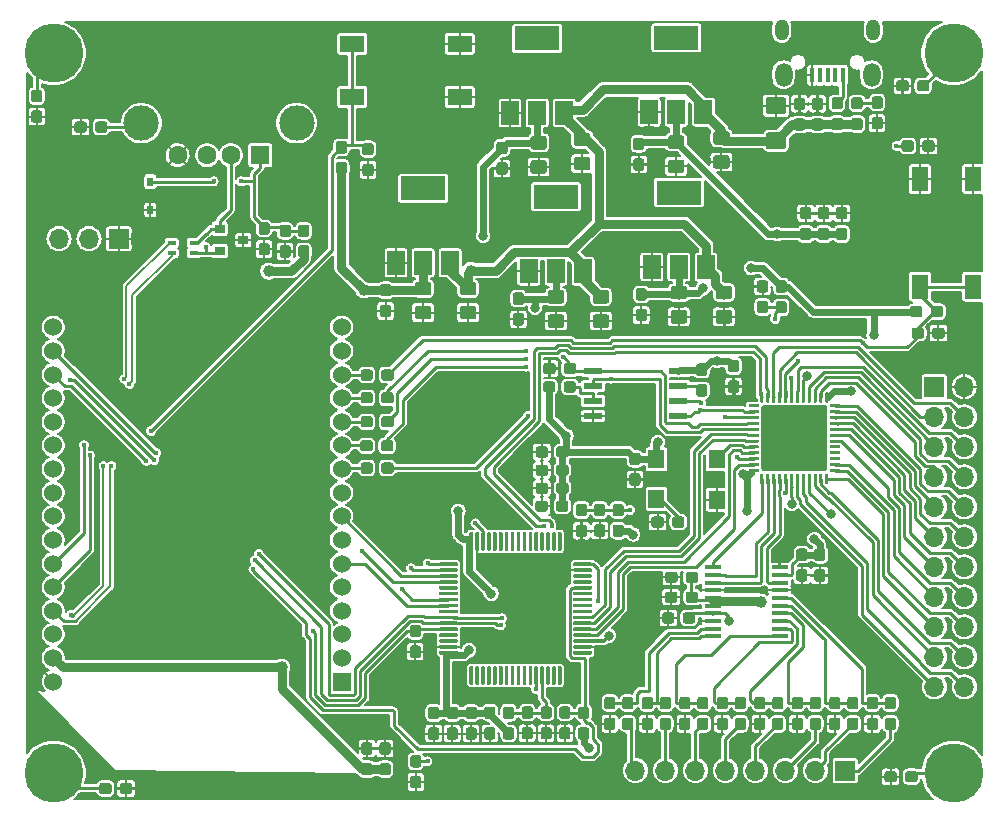
<source format=gbr>
G04 #@! TF.GenerationSoftware,KiCad,Pcbnew,5.1.4+dfsg1-1*
G04 #@! TF.CreationDate,2020-05-25T12:06:47-05:00*
G04 #@! TF.ProjectId,try1,74727931-2e6b-4696-9361-645f70636258,rev?*
G04 #@! TF.SameCoordinates,Original*
G04 #@! TF.FileFunction,Copper,L1,Top*
G04 #@! TF.FilePolarity,Positive*
%FSLAX46Y46*%
G04 Gerber Fmt 4.6, Leading zero omitted, Abs format (unit mm)*
G04 Created by KiCad (PCBNEW 5.1.4+dfsg1-1) date 2020-05-25 12:06:47*
%MOMM*%
%LPD*%
G04 APERTURE LIST*
%ADD10C,0.100000*%
%ADD11C,0.950000*%
%ADD12R,1.473200X0.355600*%
%ADD13R,1.610000X0.580000*%
%ADD14O,1.700000X1.700000*%
%ADD15R,1.700000X1.700000*%
%ADD16R,1.500000X2.000000*%
%ADD17R,3.800000X2.000000*%
%ADD18C,1.524000*%
%ADD19R,1.524000X1.524000*%
%ADD20R,2.100000X1.400000*%
%ADD21R,1.400000X2.100000*%
%ADD22C,0.250000*%
%ADD23C,5.600000*%
%ADD24R,1.400000X1.600000*%
%ADD25R,0.750000X0.400000*%
%ADD26R,0.600000X0.800000*%
%ADD27C,5.000000*%
%ADD28C,1.150000*%
%ADD29C,1.425000*%
%ADD30R,0.900000X0.800000*%
%ADD31C,1.600000*%
%ADD32R,1.600000X1.600000*%
%ADD33C,3.000000*%
%ADD34O,1.150000X1.800000*%
%ADD35O,1.450000X2.000000*%
%ADD36R,0.450000X1.300000*%
%ADD37C,0.300000*%
%ADD38C,0.800000*%
%ADD39C,0.400000*%
%ADD40C,1.000000*%
%ADD41C,0.250000*%
%ADD42C,0.600000*%
%ADD43C,0.800000*%
%ADD44C,0.300000*%
%ADD45C,0.200000*%
G04 APERTURE END LIST*
D10*
G36*
X41185779Y-51526144D02*
G01*
X41208834Y-51529563D01*
X41231443Y-51535227D01*
X41253387Y-51543079D01*
X41274457Y-51553044D01*
X41294448Y-51565026D01*
X41313168Y-51578910D01*
X41330438Y-51594562D01*
X41346090Y-51611832D01*
X41359974Y-51630552D01*
X41371956Y-51650543D01*
X41381921Y-51671613D01*
X41389773Y-51693557D01*
X41395437Y-51716166D01*
X41398856Y-51739221D01*
X41400000Y-51762500D01*
X41400000Y-52237500D01*
X41398856Y-52260779D01*
X41395437Y-52283834D01*
X41389773Y-52306443D01*
X41381921Y-52328387D01*
X41371956Y-52349457D01*
X41359974Y-52369448D01*
X41346090Y-52388168D01*
X41330438Y-52405438D01*
X41313168Y-52421090D01*
X41294448Y-52434974D01*
X41274457Y-52446956D01*
X41253387Y-52456921D01*
X41231443Y-52464773D01*
X41208834Y-52470437D01*
X41185779Y-52473856D01*
X41162500Y-52475000D01*
X40587500Y-52475000D01*
X40564221Y-52473856D01*
X40541166Y-52470437D01*
X40518557Y-52464773D01*
X40496613Y-52456921D01*
X40475543Y-52446956D01*
X40455552Y-52434974D01*
X40436832Y-52421090D01*
X40419562Y-52405438D01*
X40403910Y-52388168D01*
X40390026Y-52369448D01*
X40378044Y-52349457D01*
X40368079Y-52328387D01*
X40360227Y-52306443D01*
X40354563Y-52283834D01*
X40351144Y-52260779D01*
X40350000Y-52237500D01*
X40350000Y-51762500D01*
X40351144Y-51739221D01*
X40354563Y-51716166D01*
X40360227Y-51693557D01*
X40368079Y-51671613D01*
X40378044Y-51650543D01*
X40390026Y-51630552D01*
X40403910Y-51611832D01*
X40419562Y-51594562D01*
X40436832Y-51578910D01*
X40455552Y-51565026D01*
X40475543Y-51553044D01*
X40496613Y-51543079D01*
X40518557Y-51535227D01*
X40541166Y-51529563D01*
X40564221Y-51526144D01*
X40587500Y-51525000D01*
X41162500Y-51525000D01*
X41185779Y-51526144D01*
X41185779Y-51526144D01*
G37*
D11*
X40875000Y-52000000D03*
D10*
G36*
X39435779Y-51526144D02*
G01*
X39458834Y-51529563D01*
X39481443Y-51535227D01*
X39503387Y-51543079D01*
X39524457Y-51553044D01*
X39544448Y-51565026D01*
X39563168Y-51578910D01*
X39580438Y-51594562D01*
X39596090Y-51611832D01*
X39609974Y-51630552D01*
X39621956Y-51650543D01*
X39631921Y-51671613D01*
X39639773Y-51693557D01*
X39645437Y-51716166D01*
X39648856Y-51739221D01*
X39650000Y-51762500D01*
X39650000Y-52237500D01*
X39648856Y-52260779D01*
X39645437Y-52283834D01*
X39639773Y-52306443D01*
X39631921Y-52328387D01*
X39621956Y-52349457D01*
X39609974Y-52369448D01*
X39596090Y-52388168D01*
X39580438Y-52405438D01*
X39563168Y-52421090D01*
X39544448Y-52434974D01*
X39524457Y-52446956D01*
X39503387Y-52456921D01*
X39481443Y-52464773D01*
X39458834Y-52470437D01*
X39435779Y-52473856D01*
X39412500Y-52475000D01*
X38837500Y-52475000D01*
X38814221Y-52473856D01*
X38791166Y-52470437D01*
X38768557Y-52464773D01*
X38746613Y-52456921D01*
X38725543Y-52446956D01*
X38705552Y-52434974D01*
X38686832Y-52421090D01*
X38669562Y-52405438D01*
X38653910Y-52388168D01*
X38640026Y-52369448D01*
X38628044Y-52349457D01*
X38618079Y-52328387D01*
X38610227Y-52306443D01*
X38604563Y-52283834D01*
X38601144Y-52260779D01*
X38600000Y-52237500D01*
X38600000Y-51762500D01*
X38601144Y-51739221D01*
X38604563Y-51716166D01*
X38610227Y-51693557D01*
X38618079Y-51671613D01*
X38628044Y-51650543D01*
X38640026Y-51630552D01*
X38653910Y-51611832D01*
X38669562Y-51594562D01*
X38686832Y-51578910D01*
X38705552Y-51565026D01*
X38725543Y-51553044D01*
X38746613Y-51543079D01*
X38768557Y-51535227D01*
X38791166Y-51529563D01*
X38814221Y-51526144D01*
X38837500Y-51525000D01*
X39412500Y-51525000D01*
X39435779Y-51526144D01*
X39435779Y-51526144D01*
G37*
D11*
X39125000Y-52000000D03*
D10*
G36*
X111210779Y-53126144D02*
G01*
X111233834Y-53129563D01*
X111256443Y-53135227D01*
X111278387Y-53143079D01*
X111299457Y-53153044D01*
X111319448Y-53165026D01*
X111338168Y-53178910D01*
X111355438Y-53194562D01*
X111371090Y-53211832D01*
X111384974Y-53230552D01*
X111396956Y-53250543D01*
X111406921Y-53271613D01*
X111414773Y-53293557D01*
X111420437Y-53316166D01*
X111423856Y-53339221D01*
X111425000Y-53362500D01*
X111425000Y-53837500D01*
X111423856Y-53860779D01*
X111420437Y-53883834D01*
X111414773Y-53906443D01*
X111406921Y-53928387D01*
X111396956Y-53949457D01*
X111384974Y-53969448D01*
X111371090Y-53988168D01*
X111355438Y-54005438D01*
X111338168Y-54021090D01*
X111319448Y-54034974D01*
X111299457Y-54046956D01*
X111278387Y-54056921D01*
X111256443Y-54064773D01*
X111233834Y-54070437D01*
X111210779Y-54073856D01*
X111187500Y-54075000D01*
X110612500Y-54075000D01*
X110589221Y-54073856D01*
X110566166Y-54070437D01*
X110543557Y-54064773D01*
X110521613Y-54056921D01*
X110500543Y-54046956D01*
X110480552Y-54034974D01*
X110461832Y-54021090D01*
X110444562Y-54005438D01*
X110428910Y-53988168D01*
X110415026Y-53969448D01*
X110403044Y-53949457D01*
X110393079Y-53928387D01*
X110385227Y-53906443D01*
X110379563Y-53883834D01*
X110376144Y-53860779D01*
X110375000Y-53837500D01*
X110375000Y-53362500D01*
X110376144Y-53339221D01*
X110379563Y-53316166D01*
X110385227Y-53293557D01*
X110393079Y-53271613D01*
X110403044Y-53250543D01*
X110415026Y-53230552D01*
X110428910Y-53211832D01*
X110444562Y-53194562D01*
X110461832Y-53178910D01*
X110480552Y-53165026D01*
X110500543Y-53153044D01*
X110521613Y-53143079D01*
X110543557Y-53135227D01*
X110566166Y-53129563D01*
X110589221Y-53126144D01*
X110612500Y-53125000D01*
X111187500Y-53125000D01*
X111210779Y-53126144D01*
X111210779Y-53126144D01*
G37*
D11*
X110900000Y-53600000D03*
D10*
G36*
X109460779Y-53126144D02*
G01*
X109483834Y-53129563D01*
X109506443Y-53135227D01*
X109528387Y-53143079D01*
X109549457Y-53153044D01*
X109569448Y-53165026D01*
X109588168Y-53178910D01*
X109605438Y-53194562D01*
X109621090Y-53211832D01*
X109634974Y-53230552D01*
X109646956Y-53250543D01*
X109656921Y-53271613D01*
X109664773Y-53293557D01*
X109670437Y-53316166D01*
X109673856Y-53339221D01*
X109675000Y-53362500D01*
X109675000Y-53837500D01*
X109673856Y-53860779D01*
X109670437Y-53883834D01*
X109664773Y-53906443D01*
X109656921Y-53928387D01*
X109646956Y-53949457D01*
X109634974Y-53969448D01*
X109621090Y-53988168D01*
X109605438Y-54005438D01*
X109588168Y-54021090D01*
X109569448Y-54034974D01*
X109549457Y-54046956D01*
X109528387Y-54056921D01*
X109506443Y-54064773D01*
X109483834Y-54070437D01*
X109460779Y-54073856D01*
X109437500Y-54075000D01*
X108862500Y-54075000D01*
X108839221Y-54073856D01*
X108816166Y-54070437D01*
X108793557Y-54064773D01*
X108771613Y-54056921D01*
X108750543Y-54046956D01*
X108730552Y-54034974D01*
X108711832Y-54021090D01*
X108694562Y-54005438D01*
X108678910Y-53988168D01*
X108665026Y-53969448D01*
X108653044Y-53949457D01*
X108643079Y-53928387D01*
X108635227Y-53906443D01*
X108629563Y-53883834D01*
X108626144Y-53860779D01*
X108625000Y-53837500D01*
X108625000Y-53362500D01*
X108626144Y-53339221D01*
X108629563Y-53316166D01*
X108635227Y-53293557D01*
X108643079Y-53271613D01*
X108653044Y-53250543D01*
X108665026Y-53230552D01*
X108678910Y-53211832D01*
X108694562Y-53194562D01*
X108711832Y-53178910D01*
X108730552Y-53165026D01*
X108750543Y-53153044D01*
X108771613Y-53143079D01*
X108793557Y-53135227D01*
X108816166Y-53129563D01*
X108839221Y-53126144D01*
X108862500Y-53125000D01*
X109437500Y-53125000D01*
X109460779Y-53126144D01*
X109460779Y-53126144D01*
G37*
D11*
X109150000Y-53600000D03*
D12*
X98298000Y-89264302D03*
X98298000Y-89914301D03*
X98298000Y-90564302D03*
X98298000Y-91214301D03*
X98298000Y-91864302D03*
X98298000Y-92514301D03*
X98298000Y-93164302D03*
X98298000Y-93814301D03*
X98298000Y-94464302D03*
X98298000Y-95114300D03*
X92659200Y-95114298D03*
X92659200Y-94464299D03*
X92659200Y-93814298D03*
X92659200Y-93164299D03*
X92659200Y-92514298D03*
X92659200Y-91864299D03*
X92659200Y-91214301D03*
X92659200Y-90564299D03*
X92659200Y-89914301D03*
X92659200Y-89264300D03*
D13*
X82521320Y-72645000D03*
X82521320Y-73915000D03*
X82521320Y-75185000D03*
X82521320Y-76455000D03*
X89731320Y-76455000D03*
X89731320Y-75185000D03*
X89731320Y-73915000D03*
X89731320Y-72645000D03*
D10*
G36*
X67760779Y-105176144D02*
G01*
X67783834Y-105179563D01*
X67806443Y-105185227D01*
X67828387Y-105193079D01*
X67849457Y-105203044D01*
X67869448Y-105215026D01*
X67888168Y-105228910D01*
X67905438Y-105244562D01*
X67921090Y-105261832D01*
X67934974Y-105280552D01*
X67946956Y-105300543D01*
X67956921Y-105321613D01*
X67964773Y-105343557D01*
X67970437Y-105366166D01*
X67973856Y-105389221D01*
X67975000Y-105412500D01*
X67975000Y-105987500D01*
X67973856Y-106010779D01*
X67970437Y-106033834D01*
X67964773Y-106056443D01*
X67956921Y-106078387D01*
X67946956Y-106099457D01*
X67934974Y-106119448D01*
X67921090Y-106138168D01*
X67905438Y-106155438D01*
X67888168Y-106171090D01*
X67869448Y-106184974D01*
X67849457Y-106196956D01*
X67828387Y-106206921D01*
X67806443Y-106214773D01*
X67783834Y-106220437D01*
X67760779Y-106223856D01*
X67737500Y-106225000D01*
X67262500Y-106225000D01*
X67239221Y-106223856D01*
X67216166Y-106220437D01*
X67193557Y-106214773D01*
X67171613Y-106206921D01*
X67150543Y-106196956D01*
X67130552Y-106184974D01*
X67111832Y-106171090D01*
X67094562Y-106155438D01*
X67078910Y-106138168D01*
X67065026Y-106119448D01*
X67053044Y-106099457D01*
X67043079Y-106078387D01*
X67035227Y-106056443D01*
X67029563Y-106033834D01*
X67026144Y-106010779D01*
X67025000Y-105987500D01*
X67025000Y-105412500D01*
X67026144Y-105389221D01*
X67029563Y-105366166D01*
X67035227Y-105343557D01*
X67043079Y-105321613D01*
X67053044Y-105300543D01*
X67065026Y-105280552D01*
X67078910Y-105261832D01*
X67094562Y-105244562D01*
X67111832Y-105228910D01*
X67130552Y-105215026D01*
X67150543Y-105203044D01*
X67171613Y-105193079D01*
X67193557Y-105185227D01*
X67216166Y-105179563D01*
X67239221Y-105176144D01*
X67262500Y-105175000D01*
X67737500Y-105175000D01*
X67760779Y-105176144D01*
X67760779Y-105176144D01*
G37*
D11*
X67500000Y-105700000D03*
D10*
G36*
X67760779Y-106926144D02*
G01*
X67783834Y-106929563D01*
X67806443Y-106935227D01*
X67828387Y-106943079D01*
X67849457Y-106953044D01*
X67869448Y-106965026D01*
X67888168Y-106978910D01*
X67905438Y-106994562D01*
X67921090Y-107011832D01*
X67934974Y-107030552D01*
X67946956Y-107050543D01*
X67956921Y-107071613D01*
X67964773Y-107093557D01*
X67970437Y-107116166D01*
X67973856Y-107139221D01*
X67975000Y-107162500D01*
X67975000Y-107737500D01*
X67973856Y-107760779D01*
X67970437Y-107783834D01*
X67964773Y-107806443D01*
X67956921Y-107828387D01*
X67946956Y-107849457D01*
X67934974Y-107869448D01*
X67921090Y-107888168D01*
X67905438Y-107905438D01*
X67888168Y-107921090D01*
X67869448Y-107934974D01*
X67849457Y-107946956D01*
X67828387Y-107956921D01*
X67806443Y-107964773D01*
X67783834Y-107970437D01*
X67760779Y-107973856D01*
X67737500Y-107975000D01*
X67262500Y-107975000D01*
X67239221Y-107973856D01*
X67216166Y-107970437D01*
X67193557Y-107964773D01*
X67171613Y-107956921D01*
X67150543Y-107946956D01*
X67130552Y-107934974D01*
X67111832Y-107921090D01*
X67094562Y-107905438D01*
X67078910Y-107888168D01*
X67065026Y-107869448D01*
X67053044Y-107849457D01*
X67043079Y-107828387D01*
X67035227Y-107806443D01*
X67029563Y-107783834D01*
X67026144Y-107760779D01*
X67025000Y-107737500D01*
X67025000Y-107162500D01*
X67026144Y-107139221D01*
X67029563Y-107116166D01*
X67035227Y-107093557D01*
X67043079Y-107071613D01*
X67053044Y-107050543D01*
X67065026Y-107030552D01*
X67078910Y-107011832D01*
X67094562Y-106994562D01*
X67111832Y-106978910D01*
X67130552Y-106965026D01*
X67150543Y-106953044D01*
X67171613Y-106943079D01*
X67193557Y-106935227D01*
X67216166Y-106929563D01*
X67239221Y-106926144D01*
X67262500Y-106925000D01*
X67737500Y-106925000D01*
X67760779Y-106926144D01*
X67760779Y-106926144D01*
G37*
D11*
X67500000Y-107450000D03*
D14*
X86093300Y-106489500D03*
X88633300Y-106489500D03*
X91173300Y-106489500D03*
X93713300Y-106489500D03*
X96253300Y-106489500D03*
X98793300Y-106489500D03*
X101333300Y-106489500D03*
D15*
X103873300Y-106489500D03*
D10*
G36*
X101975079Y-87691644D02*
G01*
X101998134Y-87695063D01*
X102020743Y-87700727D01*
X102042687Y-87708579D01*
X102063757Y-87718544D01*
X102083748Y-87730526D01*
X102102468Y-87744410D01*
X102119738Y-87760062D01*
X102135390Y-87777332D01*
X102149274Y-87796052D01*
X102161256Y-87816043D01*
X102171221Y-87837113D01*
X102179073Y-87859057D01*
X102184737Y-87881666D01*
X102188156Y-87904721D01*
X102189300Y-87928000D01*
X102189300Y-88503000D01*
X102188156Y-88526279D01*
X102184737Y-88549334D01*
X102179073Y-88571943D01*
X102171221Y-88593887D01*
X102161256Y-88614957D01*
X102149274Y-88634948D01*
X102135390Y-88653668D01*
X102119738Y-88670938D01*
X102102468Y-88686590D01*
X102083748Y-88700474D01*
X102063757Y-88712456D01*
X102042687Y-88722421D01*
X102020743Y-88730273D01*
X101998134Y-88735937D01*
X101975079Y-88739356D01*
X101951800Y-88740500D01*
X101476800Y-88740500D01*
X101453521Y-88739356D01*
X101430466Y-88735937D01*
X101407857Y-88730273D01*
X101385913Y-88722421D01*
X101364843Y-88712456D01*
X101344852Y-88700474D01*
X101326132Y-88686590D01*
X101308862Y-88670938D01*
X101293210Y-88653668D01*
X101279326Y-88634948D01*
X101267344Y-88614957D01*
X101257379Y-88593887D01*
X101249527Y-88571943D01*
X101243863Y-88549334D01*
X101240444Y-88526279D01*
X101239300Y-88503000D01*
X101239300Y-87928000D01*
X101240444Y-87904721D01*
X101243863Y-87881666D01*
X101249527Y-87859057D01*
X101257379Y-87837113D01*
X101267344Y-87816043D01*
X101279326Y-87796052D01*
X101293210Y-87777332D01*
X101308862Y-87760062D01*
X101326132Y-87744410D01*
X101344852Y-87730526D01*
X101364843Y-87718544D01*
X101385913Y-87708579D01*
X101407857Y-87700727D01*
X101430466Y-87695063D01*
X101453521Y-87691644D01*
X101476800Y-87690500D01*
X101951800Y-87690500D01*
X101975079Y-87691644D01*
X101975079Y-87691644D01*
G37*
D11*
X101714300Y-88215500D03*
D10*
G36*
X101975079Y-89441644D02*
G01*
X101998134Y-89445063D01*
X102020743Y-89450727D01*
X102042687Y-89458579D01*
X102063757Y-89468544D01*
X102083748Y-89480526D01*
X102102468Y-89494410D01*
X102119738Y-89510062D01*
X102135390Y-89527332D01*
X102149274Y-89546052D01*
X102161256Y-89566043D01*
X102171221Y-89587113D01*
X102179073Y-89609057D01*
X102184737Y-89631666D01*
X102188156Y-89654721D01*
X102189300Y-89678000D01*
X102189300Y-90253000D01*
X102188156Y-90276279D01*
X102184737Y-90299334D01*
X102179073Y-90321943D01*
X102171221Y-90343887D01*
X102161256Y-90364957D01*
X102149274Y-90384948D01*
X102135390Y-90403668D01*
X102119738Y-90420938D01*
X102102468Y-90436590D01*
X102083748Y-90450474D01*
X102063757Y-90462456D01*
X102042687Y-90472421D01*
X102020743Y-90480273D01*
X101998134Y-90485937D01*
X101975079Y-90489356D01*
X101951800Y-90490500D01*
X101476800Y-90490500D01*
X101453521Y-90489356D01*
X101430466Y-90485937D01*
X101407857Y-90480273D01*
X101385913Y-90472421D01*
X101364843Y-90462456D01*
X101344852Y-90450474D01*
X101326132Y-90436590D01*
X101308862Y-90420938D01*
X101293210Y-90403668D01*
X101279326Y-90384948D01*
X101267344Y-90364957D01*
X101257379Y-90343887D01*
X101249527Y-90321943D01*
X101243863Y-90299334D01*
X101240444Y-90276279D01*
X101239300Y-90253000D01*
X101239300Y-89678000D01*
X101240444Y-89654721D01*
X101243863Y-89631666D01*
X101249527Y-89609057D01*
X101257379Y-89587113D01*
X101267344Y-89566043D01*
X101279326Y-89546052D01*
X101293210Y-89527332D01*
X101308862Y-89510062D01*
X101326132Y-89494410D01*
X101344852Y-89480526D01*
X101364843Y-89468544D01*
X101385913Y-89458579D01*
X101407857Y-89450727D01*
X101430466Y-89445063D01*
X101453521Y-89441644D01*
X101476800Y-89440500D01*
X101951800Y-89440500D01*
X101975079Y-89441644D01*
X101975079Y-89441644D01*
G37*
D11*
X101714300Y-89965500D03*
D10*
G36*
X80879579Y-71966944D02*
G01*
X80902634Y-71970363D01*
X80925243Y-71976027D01*
X80947187Y-71983879D01*
X80968257Y-71993844D01*
X80988248Y-72005826D01*
X81006968Y-72019710D01*
X81024238Y-72035362D01*
X81039890Y-72052632D01*
X81053774Y-72071352D01*
X81065756Y-72091343D01*
X81075721Y-72112413D01*
X81083573Y-72134357D01*
X81089237Y-72156966D01*
X81092656Y-72180021D01*
X81093800Y-72203300D01*
X81093800Y-72678300D01*
X81092656Y-72701579D01*
X81089237Y-72724634D01*
X81083573Y-72747243D01*
X81075721Y-72769187D01*
X81065756Y-72790257D01*
X81053774Y-72810248D01*
X81039890Y-72828968D01*
X81024238Y-72846238D01*
X81006968Y-72861890D01*
X80988248Y-72875774D01*
X80968257Y-72887756D01*
X80947187Y-72897721D01*
X80925243Y-72905573D01*
X80902634Y-72911237D01*
X80879579Y-72914656D01*
X80856300Y-72915800D01*
X80281300Y-72915800D01*
X80258021Y-72914656D01*
X80234966Y-72911237D01*
X80212357Y-72905573D01*
X80190413Y-72897721D01*
X80169343Y-72887756D01*
X80149352Y-72875774D01*
X80130632Y-72861890D01*
X80113362Y-72846238D01*
X80097710Y-72828968D01*
X80083826Y-72810248D01*
X80071844Y-72790257D01*
X80061879Y-72769187D01*
X80054027Y-72747243D01*
X80048363Y-72724634D01*
X80044944Y-72701579D01*
X80043800Y-72678300D01*
X80043800Y-72203300D01*
X80044944Y-72180021D01*
X80048363Y-72156966D01*
X80054027Y-72134357D01*
X80061879Y-72112413D01*
X80071844Y-72091343D01*
X80083826Y-72071352D01*
X80097710Y-72052632D01*
X80113362Y-72035362D01*
X80130632Y-72019710D01*
X80149352Y-72005826D01*
X80169343Y-71993844D01*
X80190413Y-71983879D01*
X80212357Y-71976027D01*
X80234966Y-71970363D01*
X80258021Y-71966944D01*
X80281300Y-71965800D01*
X80856300Y-71965800D01*
X80879579Y-71966944D01*
X80879579Y-71966944D01*
G37*
D11*
X80568800Y-72440800D03*
D10*
G36*
X79129579Y-71966944D02*
G01*
X79152634Y-71970363D01*
X79175243Y-71976027D01*
X79197187Y-71983879D01*
X79218257Y-71993844D01*
X79238248Y-72005826D01*
X79256968Y-72019710D01*
X79274238Y-72035362D01*
X79289890Y-72052632D01*
X79303774Y-72071352D01*
X79315756Y-72091343D01*
X79325721Y-72112413D01*
X79333573Y-72134357D01*
X79339237Y-72156966D01*
X79342656Y-72180021D01*
X79343800Y-72203300D01*
X79343800Y-72678300D01*
X79342656Y-72701579D01*
X79339237Y-72724634D01*
X79333573Y-72747243D01*
X79325721Y-72769187D01*
X79315756Y-72790257D01*
X79303774Y-72810248D01*
X79289890Y-72828968D01*
X79274238Y-72846238D01*
X79256968Y-72861890D01*
X79238248Y-72875774D01*
X79218257Y-72887756D01*
X79197187Y-72897721D01*
X79175243Y-72905573D01*
X79152634Y-72911237D01*
X79129579Y-72914656D01*
X79106300Y-72915800D01*
X78531300Y-72915800D01*
X78508021Y-72914656D01*
X78484966Y-72911237D01*
X78462357Y-72905573D01*
X78440413Y-72897721D01*
X78419343Y-72887756D01*
X78399352Y-72875774D01*
X78380632Y-72861890D01*
X78363362Y-72846238D01*
X78347710Y-72828968D01*
X78333826Y-72810248D01*
X78321844Y-72790257D01*
X78311879Y-72769187D01*
X78304027Y-72747243D01*
X78298363Y-72724634D01*
X78294944Y-72701579D01*
X78293800Y-72678300D01*
X78293800Y-72203300D01*
X78294944Y-72180021D01*
X78298363Y-72156966D01*
X78304027Y-72134357D01*
X78311879Y-72112413D01*
X78321844Y-72091343D01*
X78333826Y-72071352D01*
X78347710Y-72052632D01*
X78363362Y-72035362D01*
X78380632Y-72019710D01*
X78399352Y-72005826D01*
X78419343Y-71993844D01*
X78440413Y-71983879D01*
X78462357Y-71976027D01*
X78484966Y-71970363D01*
X78508021Y-71966944D01*
X78531300Y-71965800D01*
X79106300Y-71965800D01*
X79129579Y-71966944D01*
X79129579Y-71966944D01*
G37*
D11*
X78818800Y-72440800D03*
D10*
G36*
X100451079Y-87677644D02*
G01*
X100474134Y-87681063D01*
X100496743Y-87686727D01*
X100518687Y-87694579D01*
X100539757Y-87704544D01*
X100559748Y-87716526D01*
X100578468Y-87730410D01*
X100595738Y-87746062D01*
X100611390Y-87763332D01*
X100625274Y-87782052D01*
X100637256Y-87802043D01*
X100647221Y-87823113D01*
X100655073Y-87845057D01*
X100660737Y-87867666D01*
X100664156Y-87890721D01*
X100665300Y-87914000D01*
X100665300Y-88489000D01*
X100664156Y-88512279D01*
X100660737Y-88535334D01*
X100655073Y-88557943D01*
X100647221Y-88579887D01*
X100637256Y-88600957D01*
X100625274Y-88620948D01*
X100611390Y-88639668D01*
X100595738Y-88656938D01*
X100578468Y-88672590D01*
X100559748Y-88686474D01*
X100539757Y-88698456D01*
X100518687Y-88708421D01*
X100496743Y-88716273D01*
X100474134Y-88721937D01*
X100451079Y-88725356D01*
X100427800Y-88726500D01*
X99952800Y-88726500D01*
X99929521Y-88725356D01*
X99906466Y-88721937D01*
X99883857Y-88716273D01*
X99861913Y-88708421D01*
X99840843Y-88698456D01*
X99820852Y-88686474D01*
X99802132Y-88672590D01*
X99784862Y-88656938D01*
X99769210Y-88639668D01*
X99755326Y-88620948D01*
X99743344Y-88600957D01*
X99733379Y-88579887D01*
X99725527Y-88557943D01*
X99719863Y-88535334D01*
X99716444Y-88512279D01*
X99715300Y-88489000D01*
X99715300Y-87914000D01*
X99716444Y-87890721D01*
X99719863Y-87867666D01*
X99725527Y-87845057D01*
X99733379Y-87823113D01*
X99743344Y-87802043D01*
X99755326Y-87782052D01*
X99769210Y-87763332D01*
X99784862Y-87746062D01*
X99802132Y-87730410D01*
X99820852Y-87716526D01*
X99840843Y-87704544D01*
X99861913Y-87694579D01*
X99883857Y-87686727D01*
X99906466Y-87681063D01*
X99929521Y-87677644D01*
X99952800Y-87676500D01*
X100427800Y-87676500D01*
X100451079Y-87677644D01*
X100451079Y-87677644D01*
G37*
D11*
X100190300Y-88201500D03*
D10*
G36*
X100451079Y-89427644D02*
G01*
X100474134Y-89431063D01*
X100496743Y-89436727D01*
X100518687Y-89444579D01*
X100539757Y-89454544D01*
X100559748Y-89466526D01*
X100578468Y-89480410D01*
X100595738Y-89496062D01*
X100611390Y-89513332D01*
X100625274Y-89532052D01*
X100637256Y-89552043D01*
X100647221Y-89573113D01*
X100655073Y-89595057D01*
X100660737Y-89617666D01*
X100664156Y-89640721D01*
X100665300Y-89664000D01*
X100665300Y-90239000D01*
X100664156Y-90262279D01*
X100660737Y-90285334D01*
X100655073Y-90307943D01*
X100647221Y-90329887D01*
X100637256Y-90350957D01*
X100625274Y-90370948D01*
X100611390Y-90389668D01*
X100595738Y-90406938D01*
X100578468Y-90422590D01*
X100559748Y-90436474D01*
X100539757Y-90448456D01*
X100518687Y-90458421D01*
X100496743Y-90466273D01*
X100474134Y-90471937D01*
X100451079Y-90475356D01*
X100427800Y-90476500D01*
X99952800Y-90476500D01*
X99929521Y-90475356D01*
X99906466Y-90471937D01*
X99883857Y-90466273D01*
X99861913Y-90458421D01*
X99840843Y-90448456D01*
X99820852Y-90436474D01*
X99802132Y-90422590D01*
X99784862Y-90406938D01*
X99769210Y-90389668D01*
X99755326Y-90370948D01*
X99743344Y-90350957D01*
X99733379Y-90329887D01*
X99725527Y-90307943D01*
X99719863Y-90285334D01*
X99716444Y-90262279D01*
X99715300Y-90239000D01*
X99715300Y-89664000D01*
X99716444Y-89640721D01*
X99719863Y-89617666D01*
X99725527Y-89595057D01*
X99733379Y-89573113D01*
X99743344Y-89552043D01*
X99755326Y-89532052D01*
X99769210Y-89513332D01*
X99784862Y-89496062D01*
X99802132Y-89480410D01*
X99820852Y-89466526D01*
X99840843Y-89454544D01*
X99861913Y-89444579D01*
X99883857Y-89436727D01*
X99906466Y-89431063D01*
X99929521Y-89427644D01*
X99952800Y-89426500D01*
X100427800Y-89426500D01*
X100451079Y-89427644D01*
X100451079Y-89427644D01*
G37*
D11*
X100190300Y-89951500D03*
D16*
X65822800Y-63487700D03*
X70422800Y-63487700D03*
X68122800Y-63487700D03*
D17*
X68122800Y-57187700D03*
D18*
X36814000Y-98958400D03*
X36814000Y-96958400D03*
X36814000Y-94958400D03*
X36814000Y-92958400D03*
X36814000Y-90958400D03*
X36814000Y-88958400D03*
X36814000Y-86958400D03*
X36814000Y-84958400D03*
X36814000Y-82958400D03*
X36814000Y-80958400D03*
X36814000Y-78958400D03*
X36814000Y-76958400D03*
X36814000Y-74958400D03*
X36814000Y-72958400D03*
X36814000Y-70958400D03*
X36814000Y-68958400D03*
X61214000Y-68958400D03*
X61214000Y-70958400D03*
X61214000Y-72958400D03*
X61214000Y-74958400D03*
X61214000Y-76958400D03*
X61214000Y-78958400D03*
X61214000Y-80958400D03*
X61214000Y-82958400D03*
X61214000Y-84958400D03*
X61214000Y-86958400D03*
X61214000Y-88958400D03*
X61214000Y-90958400D03*
X61214000Y-92958400D03*
X61214000Y-94958400D03*
X61214000Y-96958400D03*
D19*
X61214000Y-98958400D03*
D10*
G36*
X74035079Y-102814644D02*
G01*
X74058134Y-102818063D01*
X74080743Y-102823727D01*
X74102687Y-102831579D01*
X74123757Y-102841544D01*
X74143748Y-102853526D01*
X74162468Y-102867410D01*
X74179738Y-102883062D01*
X74195390Y-102900332D01*
X74209274Y-102919052D01*
X74221256Y-102939043D01*
X74231221Y-102960113D01*
X74239073Y-102982057D01*
X74244737Y-103004666D01*
X74248156Y-103027721D01*
X74249300Y-103051000D01*
X74249300Y-103626000D01*
X74248156Y-103649279D01*
X74244737Y-103672334D01*
X74239073Y-103694943D01*
X74231221Y-103716887D01*
X74221256Y-103737957D01*
X74209274Y-103757948D01*
X74195390Y-103776668D01*
X74179738Y-103793938D01*
X74162468Y-103809590D01*
X74143748Y-103823474D01*
X74123757Y-103835456D01*
X74102687Y-103845421D01*
X74080743Y-103853273D01*
X74058134Y-103858937D01*
X74035079Y-103862356D01*
X74011800Y-103863500D01*
X73536800Y-103863500D01*
X73513521Y-103862356D01*
X73490466Y-103858937D01*
X73467857Y-103853273D01*
X73445913Y-103845421D01*
X73424843Y-103835456D01*
X73404852Y-103823474D01*
X73386132Y-103809590D01*
X73368862Y-103793938D01*
X73353210Y-103776668D01*
X73339326Y-103757948D01*
X73327344Y-103737957D01*
X73317379Y-103716887D01*
X73309527Y-103694943D01*
X73303863Y-103672334D01*
X73300444Y-103649279D01*
X73299300Y-103626000D01*
X73299300Y-103051000D01*
X73300444Y-103027721D01*
X73303863Y-103004666D01*
X73309527Y-102982057D01*
X73317379Y-102960113D01*
X73327344Y-102939043D01*
X73339326Y-102919052D01*
X73353210Y-102900332D01*
X73368862Y-102883062D01*
X73386132Y-102867410D01*
X73404852Y-102853526D01*
X73424843Y-102841544D01*
X73445913Y-102831579D01*
X73467857Y-102823727D01*
X73490466Y-102818063D01*
X73513521Y-102814644D01*
X73536800Y-102813500D01*
X74011800Y-102813500D01*
X74035079Y-102814644D01*
X74035079Y-102814644D01*
G37*
D11*
X73774300Y-103338500D03*
D10*
G36*
X74035079Y-101064644D02*
G01*
X74058134Y-101068063D01*
X74080743Y-101073727D01*
X74102687Y-101081579D01*
X74123757Y-101091544D01*
X74143748Y-101103526D01*
X74162468Y-101117410D01*
X74179738Y-101133062D01*
X74195390Y-101150332D01*
X74209274Y-101169052D01*
X74221256Y-101189043D01*
X74231221Y-101210113D01*
X74239073Y-101232057D01*
X74244737Y-101254666D01*
X74248156Y-101277721D01*
X74249300Y-101301000D01*
X74249300Y-101876000D01*
X74248156Y-101899279D01*
X74244737Y-101922334D01*
X74239073Y-101944943D01*
X74231221Y-101966887D01*
X74221256Y-101987957D01*
X74209274Y-102007948D01*
X74195390Y-102026668D01*
X74179738Y-102043938D01*
X74162468Y-102059590D01*
X74143748Y-102073474D01*
X74123757Y-102085456D01*
X74102687Y-102095421D01*
X74080743Y-102103273D01*
X74058134Y-102108937D01*
X74035079Y-102112356D01*
X74011800Y-102113500D01*
X73536800Y-102113500D01*
X73513521Y-102112356D01*
X73490466Y-102108937D01*
X73467857Y-102103273D01*
X73445913Y-102095421D01*
X73424843Y-102085456D01*
X73404852Y-102073474D01*
X73386132Y-102059590D01*
X73368862Y-102043938D01*
X73353210Y-102026668D01*
X73339326Y-102007948D01*
X73327344Y-101987957D01*
X73317379Y-101966887D01*
X73309527Y-101944943D01*
X73303863Y-101922334D01*
X73300444Y-101899279D01*
X73299300Y-101876000D01*
X73299300Y-101301000D01*
X73300444Y-101277721D01*
X73303863Y-101254666D01*
X73309527Y-101232057D01*
X73317379Y-101210113D01*
X73327344Y-101189043D01*
X73339326Y-101169052D01*
X73353210Y-101150332D01*
X73368862Y-101133062D01*
X73386132Y-101117410D01*
X73404852Y-101103526D01*
X73424843Y-101091544D01*
X73445913Y-101081579D01*
X73467857Y-101073727D01*
X73490466Y-101068063D01*
X73513521Y-101064644D01*
X73536800Y-101063500D01*
X74011800Y-101063500D01*
X74035079Y-101064644D01*
X74035079Y-101064644D01*
G37*
D11*
X73774300Y-101588500D03*
D10*
G36*
X63715059Y-55102224D02*
G01*
X63738114Y-55105643D01*
X63760723Y-55111307D01*
X63782667Y-55119159D01*
X63803737Y-55129124D01*
X63823728Y-55141106D01*
X63842448Y-55154990D01*
X63859718Y-55170642D01*
X63875370Y-55187912D01*
X63889254Y-55206632D01*
X63901236Y-55226623D01*
X63911201Y-55247693D01*
X63919053Y-55269637D01*
X63924717Y-55292246D01*
X63928136Y-55315301D01*
X63929280Y-55338580D01*
X63929280Y-55913580D01*
X63928136Y-55936859D01*
X63924717Y-55959914D01*
X63919053Y-55982523D01*
X63911201Y-56004467D01*
X63901236Y-56025537D01*
X63889254Y-56045528D01*
X63875370Y-56064248D01*
X63859718Y-56081518D01*
X63842448Y-56097170D01*
X63823728Y-56111054D01*
X63803737Y-56123036D01*
X63782667Y-56133001D01*
X63760723Y-56140853D01*
X63738114Y-56146517D01*
X63715059Y-56149936D01*
X63691780Y-56151080D01*
X63216780Y-56151080D01*
X63193501Y-56149936D01*
X63170446Y-56146517D01*
X63147837Y-56140853D01*
X63125893Y-56133001D01*
X63104823Y-56123036D01*
X63084832Y-56111054D01*
X63066112Y-56097170D01*
X63048842Y-56081518D01*
X63033190Y-56064248D01*
X63019306Y-56045528D01*
X63007324Y-56025537D01*
X62997359Y-56004467D01*
X62989507Y-55982523D01*
X62983843Y-55959914D01*
X62980424Y-55936859D01*
X62979280Y-55913580D01*
X62979280Y-55338580D01*
X62980424Y-55315301D01*
X62983843Y-55292246D01*
X62989507Y-55269637D01*
X62997359Y-55247693D01*
X63007324Y-55226623D01*
X63019306Y-55206632D01*
X63033190Y-55187912D01*
X63048842Y-55170642D01*
X63066112Y-55154990D01*
X63084832Y-55141106D01*
X63104823Y-55129124D01*
X63125893Y-55119159D01*
X63147837Y-55111307D01*
X63170446Y-55105643D01*
X63193501Y-55102224D01*
X63216780Y-55101080D01*
X63691780Y-55101080D01*
X63715059Y-55102224D01*
X63715059Y-55102224D01*
G37*
D11*
X63454280Y-55626080D03*
D10*
G36*
X63715059Y-53352224D02*
G01*
X63738114Y-53355643D01*
X63760723Y-53361307D01*
X63782667Y-53369159D01*
X63803737Y-53379124D01*
X63823728Y-53391106D01*
X63842448Y-53404990D01*
X63859718Y-53420642D01*
X63875370Y-53437912D01*
X63889254Y-53456632D01*
X63901236Y-53476623D01*
X63911201Y-53497693D01*
X63919053Y-53519637D01*
X63924717Y-53542246D01*
X63928136Y-53565301D01*
X63929280Y-53588580D01*
X63929280Y-54163580D01*
X63928136Y-54186859D01*
X63924717Y-54209914D01*
X63919053Y-54232523D01*
X63911201Y-54254467D01*
X63901236Y-54275537D01*
X63889254Y-54295528D01*
X63875370Y-54314248D01*
X63859718Y-54331518D01*
X63842448Y-54347170D01*
X63823728Y-54361054D01*
X63803737Y-54373036D01*
X63782667Y-54383001D01*
X63760723Y-54390853D01*
X63738114Y-54396517D01*
X63715059Y-54399936D01*
X63691780Y-54401080D01*
X63216780Y-54401080D01*
X63193501Y-54399936D01*
X63170446Y-54396517D01*
X63147837Y-54390853D01*
X63125893Y-54383001D01*
X63104823Y-54373036D01*
X63084832Y-54361054D01*
X63066112Y-54347170D01*
X63048842Y-54331518D01*
X63033190Y-54314248D01*
X63019306Y-54295528D01*
X63007324Y-54275537D01*
X62997359Y-54254467D01*
X62989507Y-54232523D01*
X62983843Y-54209914D01*
X62980424Y-54186859D01*
X62979280Y-54163580D01*
X62979280Y-53588580D01*
X62980424Y-53565301D01*
X62983843Y-53542246D01*
X62989507Y-53519637D01*
X62997359Y-53497693D01*
X63007324Y-53476623D01*
X63019306Y-53456632D01*
X63033190Y-53437912D01*
X63048842Y-53420642D01*
X63066112Y-53404990D01*
X63084832Y-53391106D01*
X63104823Y-53379124D01*
X63125893Y-53369159D01*
X63147837Y-53361307D01*
X63170446Y-53355643D01*
X63193501Y-53352224D01*
X63216780Y-53351080D01*
X63691780Y-53351080D01*
X63715059Y-53352224D01*
X63715059Y-53352224D01*
G37*
D11*
X63454280Y-53876080D03*
D10*
G36*
X54921579Y-61810144D02*
G01*
X54944634Y-61813563D01*
X54967243Y-61819227D01*
X54989187Y-61827079D01*
X55010257Y-61837044D01*
X55030248Y-61849026D01*
X55048968Y-61862910D01*
X55066238Y-61878562D01*
X55081890Y-61895832D01*
X55095774Y-61914552D01*
X55107756Y-61934543D01*
X55117721Y-61955613D01*
X55125573Y-61977557D01*
X55131237Y-62000166D01*
X55134656Y-62023221D01*
X55135800Y-62046500D01*
X55135800Y-62621500D01*
X55134656Y-62644779D01*
X55131237Y-62667834D01*
X55125573Y-62690443D01*
X55117721Y-62712387D01*
X55107756Y-62733457D01*
X55095774Y-62753448D01*
X55081890Y-62772168D01*
X55066238Y-62789438D01*
X55048968Y-62805090D01*
X55030248Y-62818974D01*
X55010257Y-62830956D01*
X54989187Y-62840921D01*
X54967243Y-62848773D01*
X54944634Y-62854437D01*
X54921579Y-62857856D01*
X54898300Y-62859000D01*
X54423300Y-62859000D01*
X54400021Y-62857856D01*
X54376966Y-62854437D01*
X54354357Y-62848773D01*
X54332413Y-62840921D01*
X54311343Y-62830956D01*
X54291352Y-62818974D01*
X54272632Y-62805090D01*
X54255362Y-62789438D01*
X54239710Y-62772168D01*
X54225826Y-62753448D01*
X54213844Y-62733457D01*
X54203879Y-62712387D01*
X54196027Y-62690443D01*
X54190363Y-62667834D01*
X54186944Y-62644779D01*
X54185800Y-62621500D01*
X54185800Y-62046500D01*
X54186944Y-62023221D01*
X54190363Y-62000166D01*
X54196027Y-61977557D01*
X54203879Y-61955613D01*
X54213844Y-61934543D01*
X54225826Y-61914552D01*
X54239710Y-61895832D01*
X54255362Y-61878562D01*
X54272632Y-61862910D01*
X54291352Y-61849026D01*
X54311343Y-61837044D01*
X54332413Y-61827079D01*
X54354357Y-61819227D01*
X54376966Y-61813563D01*
X54400021Y-61810144D01*
X54423300Y-61809000D01*
X54898300Y-61809000D01*
X54921579Y-61810144D01*
X54921579Y-61810144D01*
G37*
D11*
X54660800Y-62334000D03*
D10*
G36*
X54921579Y-60060144D02*
G01*
X54944634Y-60063563D01*
X54967243Y-60069227D01*
X54989187Y-60077079D01*
X55010257Y-60087044D01*
X55030248Y-60099026D01*
X55048968Y-60112910D01*
X55066238Y-60128562D01*
X55081890Y-60145832D01*
X55095774Y-60164552D01*
X55107756Y-60184543D01*
X55117721Y-60205613D01*
X55125573Y-60227557D01*
X55131237Y-60250166D01*
X55134656Y-60273221D01*
X55135800Y-60296500D01*
X55135800Y-60871500D01*
X55134656Y-60894779D01*
X55131237Y-60917834D01*
X55125573Y-60940443D01*
X55117721Y-60962387D01*
X55107756Y-60983457D01*
X55095774Y-61003448D01*
X55081890Y-61022168D01*
X55066238Y-61039438D01*
X55048968Y-61055090D01*
X55030248Y-61068974D01*
X55010257Y-61080956D01*
X54989187Y-61090921D01*
X54967243Y-61098773D01*
X54944634Y-61104437D01*
X54921579Y-61107856D01*
X54898300Y-61109000D01*
X54423300Y-61109000D01*
X54400021Y-61107856D01*
X54376966Y-61104437D01*
X54354357Y-61098773D01*
X54332413Y-61090921D01*
X54311343Y-61080956D01*
X54291352Y-61068974D01*
X54272632Y-61055090D01*
X54255362Y-61039438D01*
X54239710Y-61022168D01*
X54225826Y-61003448D01*
X54213844Y-60983457D01*
X54203879Y-60962387D01*
X54196027Y-60940443D01*
X54190363Y-60917834D01*
X54186944Y-60894779D01*
X54185800Y-60871500D01*
X54185800Y-60296500D01*
X54186944Y-60273221D01*
X54190363Y-60250166D01*
X54196027Y-60227557D01*
X54203879Y-60205613D01*
X54213844Y-60184543D01*
X54225826Y-60164552D01*
X54239710Y-60145832D01*
X54255362Y-60128562D01*
X54272632Y-60112910D01*
X54291352Y-60099026D01*
X54311343Y-60087044D01*
X54332413Y-60077079D01*
X54354357Y-60069227D01*
X54376966Y-60063563D01*
X54400021Y-60060144D01*
X54423300Y-60059000D01*
X54898300Y-60059000D01*
X54921579Y-60060144D01*
X54921579Y-60060144D01*
G37*
D11*
X54660800Y-60584000D03*
D10*
G36*
X112063019Y-68974824D02*
G01*
X112086074Y-68978243D01*
X112108683Y-68983907D01*
X112130627Y-68991759D01*
X112151697Y-69001724D01*
X112171688Y-69013706D01*
X112190408Y-69027590D01*
X112207678Y-69043242D01*
X112223330Y-69060512D01*
X112237214Y-69079232D01*
X112249196Y-69099223D01*
X112259161Y-69120293D01*
X112267013Y-69142237D01*
X112272677Y-69164846D01*
X112276096Y-69187901D01*
X112277240Y-69211180D01*
X112277240Y-69686180D01*
X112276096Y-69709459D01*
X112272677Y-69732514D01*
X112267013Y-69755123D01*
X112259161Y-69777067D01*
X112249196Y-69798137D01*
X112237214Y-69818128D01*
X112223330Y-69836848D01*
X112207678Y-69854118D01*
X112190408Y-69869770D01*
X112171688Y-69883654D01*
X112151697Y-69895636D01*
X112130627Y-69905601D01*
X112108683Y-69913453D01*
X112086074Y-69919117D01*
X112063019Y-69922536D01*
X112039740Y-69923680D01*
X111464740Y-69923680D01*
X111441461Y-69922536D01*
X111418406Y-69919117D01*
X111395797Y-69913453D01*
X111373853Y-69905601D01*
X111352783Y-69895636D01*
X111332792Y-69883654D01*
X111314072Y-69869770D01*
X111296802Y-69854118D01*
X111281150Y-69836848D01*
X111267266Y-69818128D01*
X111255284Y-69798137D01*
X111245319Y-69777067D01*
X111237467Y-69755123D01*
X111231803Y-69732514D01*
X111228384Y-69709459D01*
X111227240Y-69686180D01*
X111227240Y-69211180D01*
X111228384Y-69187901D01*
X111231803Y-69164846D01*
X111237467Y-69142237D01*
X111245319Y-69120293D01*
X111255284Y-69099223D01*
X111267266Y-69079232D01*
X111281150Y-69060512D01*
X111296802Y-69043242D01*
X111314072Y-69027590D01*
X111332792Y-69013706D01*
X111352783Y-69001724D01*
X111373853Y-68991759D01*
X111395797Y-68983907D01*
X111418406Y-68978243D01*
X111441461Y-68974824D01*
X111464740Y-68973680D01*
X112039740Y-68973680D01*
X112063019Y-68974824D01*
X112063019Y-68974824D01*
G37*
D11*
X111752240Y-69448680D03*
D10*
G36*
X110313019Y-68974824D02*
G01*
X110336074Y-68978243D01*
X110358683Y-68983907D01*
X110380627Y-68991759D01*
X110401697Y-69001724D01*
X110421688Y-69013706D01*
X110440408Y-69027590D01*
X110457678Y-69043242D01*
X110473330Y-69060512D01*
X110487214Y-69079232D01*
X110499196Y-69099223D01*
X110509161Y-69120293D01*
X110517013Y-69142237D01*
X110522677Y-69164846D01*
X110526096Y-69187901D01*
X110527240Y-69211180D01*
X110527240Y-69686180D01*
X110526096Y-69709459D01*
X110522677Y-69732514D01*
X110517013Y-69755123D01*
X110509161Y-69777067D01*
X110499196Y-69798137D01*
X110487214Y-69818128D01*
X110473330Y-69836848D01*
X110457678Y-69854118D01*
X110440408Y-69869770D01*
X110421688Y-69883654D01*
X110401697Y-69895636D01*
X110380627Y-69905601D01*
X110358683Y-69913453D01*
X110336074Y-69919117D01*
X110313019Y-69922536D01*
X110289740Y-69923680D01*
X109714740Y-69923680D01*
X109691461Y-69922536D01*
X109668406Y-69919117D01*
X109645797Y-69913453D01*
X109623853Y-69905601D01*
X109602783Y-69895636D01*
X109582792Y-69883654D01*
X109564072Y-69869770D01*
X109546802Y-69854118D01*
X109531150Y-69836848D01*
X109517266Y-69818128D01*
X109505284Y-69798137D01*
X109495319Y-69777067D01*
X109487467Y-69755123D01*
X109481803Y-69732514D01*
X109478384Y-69709459D01*
X109477240Y-69686180D01*
X109477240Y-69211180D01*
X109478384Y-69187901D01*
X109481803Y-69164846D01*
X109487467Y-69142237D01*
X109495319Y-69120293D01*
X109505284Y-69099223D01*
X109517266Y-69079232D01*
X109531150Y-69060512D01*
X109546802Y-69043242D01*
X109564072Y-69027590D01*
X109582792Y-69013706D01*
X109602783Y-69001724D01*
X109623853Y-68991759D01*
X109645797Y-68983907D01*
X109668406Y-68978243D01*
X109691461Y-68974824D01*
X109714740Y-68973680D01*
X110289740Y-68973680D01*
X110313019Y-68974824D01*
X110313019Y-68974824D01*
G37*
D11*
X110002240Y-69448680D03*
D10*
G36*
X105111979Y-51213344D02*
G01*
X105135034Y-51216763D01*
X105157643Y-51222427D01*
X105179587Y-51230279D01*
X105200657Y-51240244D01*
X105220648Y-51252226D01*
X105239368Y-51266110D01*
X105256638Y-51281762D01*
X105272290Y-51299032D01*
X105286174Y-51317752D01*
X105298156Y-51337743D01*
X105308121Y-51358813D01*
X105315973Y-51380757D01*
X105321637Y-51403366D01*
X105325056Y-51426421D01*
X105326200Y-51449700D01*
X105326200Y-52024700D01*
X105325056Y-52047979D01*
X105321637Y-52071034D01*
X105315973Y-52093643D01*
X105308121Y-52115587D01*
X105298156Y-52136657D01*
X105286174Y-52156648D01*
X105272290Y-52175368D01*
X105256638Y-52192638D01*
X105239368Y-52208290D01*
X105220648Y-52222174D01*
X105200657Y-52234156D01*
X105179587Y-52244121D01*
X105157643Y-52251973D01*
X105135034Y-52257637D01*
X105111979Y-52261056D01*
X105088700Y-52262200D01*
X104613700Y-52262200D01*
X104590421Y-52261056D01*
X104567366Y-52257637D01*
X104544757Y-52251973D01*
X104522813Y-52244121D01*
X104501743Y-52234156D01*
X104481752Y-52222174D01*
X104463032Y-52208290D01*
X104445762Y-52192638D01*
X104430110Y-52175368D01*
X104416226Y-52156648D01*
X104404244Y-52136657D01*
X104394279Y-52115587D01*
X104386427Y-52093643D01*
X104380763Y-52071034D01*
X104377344Y-52047979D01*
X104376200Y-52024700D01*
X104376200Y-51449700D01*
X104377344Y-51426421D01*
X104380763Y-51403366D01*
X104386427Y-51380757D01*
X104394279Y-51358813D01*
X104404244Y-51337743D01*
X104416226Y-51317752D01*
X104430110Y-51299032D01*
X104445762Y-51281762D01*
X104463032Y-51266110D01*
X104481752Y-51252226D01*
X104501743Y-51240244D01*
X104522813Y-51230279D01*
X104544757Y-51222427D01*
X104567366Y-51216763D01*
X104590421Y-51213344D01*
X104613700Y-51212200D01*
X105088700Y-51212200D01*
X105111979Y-51213344D01*
X105111979Y-51213344D01*
G37*
D11*
X104851200Y-51737200D03*
D10*
G36*
X105111979Y-49463344D02*
G01*
X105135034Y-49466763D01*
X105157643Y-49472427D01*
X105179587Y-49480279D01*
X105200657Y-49490244D01*
X105220648Y-49502226D01*
X105239368Y-49516110D01*
X105256638Y-49531762D01*
X105272290Y-49549032D01*
X105286174Y-49567752D01*
X105298156Y-49587743D01*
X105308121Y-49608813D01*
X105315973Y-49630757D01*
X105321637Y-49653366D01*
X105325056Y-49676421D01*
X105326200Y-49699700D01*
X105326200Y-50274700D01*
X105325056Y-50297979D01*
X105321637Y-50321034D01*
X105315973Y-50343643D01*
X105308121Y-50365587D01*
X105298156Y-50386657D01*
X105286174Y-50406648D01*
X105272290Y-50425368D01*
X105256638Y-50442638D01*
X105239368Y-50458290D01*
X105220648Y-50472174D01*
X105200657Y-50484156D01*
X105179587Y-50494121D01*
X105157643Y-50501973D01*
X105135034Y-50507637D01*
X105111979Y-50511056D01*
X105088700Y-50512200D01*
X104613700Y-50512200D01*
X104590421Y-50511056D01*
X104567366Y-50507637D01*
X104544757Y-50501973D01*
X104522813Y-50494121D01*
X104501743Y-50484156D01*
X104481752Y-50472174D01*
X104463032Y-50458290D01*
X104445762Y-50442638D01*
X104430110Y-50425368D01*
X104416226Y-50406648D01*
X104404244Y-50386657D01*
X104394279Y-50365587D01*
X104386427Y-50343643D01*
X104380763Y-50321034D01*
X104377344Y-50297979D01*
X104376200Y-50274700D01*
X104376200Y-49699700D01*
X104377344Y-49676421D01*
X104380763Y-49653366D01*
X104386427Y-49630757D01*
X104394279Y-49608813D01*
X104404244Y-49587743D01*
X104416226Y-49567752D01*
X104430110Y-49549032D01*
X104445762Y-49531762D01*
X104463032Y-49516110D01*
X104481752Y-49502226D01*
X104501743Y-49490244D01*
X104522813Y-49480279D01*
X104544757Y-49472427D01*
X104567366Y-49466763D01*
X104590421Y-49463344D01*
X104613700Y-49462200D01*
X105088700Y-49462200D01*
X105111979Y-49463344D01*
X105111979Y-49463344D01*
G37*
D11*
X104851200Y-49987200D03*
D20*
X62120000Y-44959440D03*
X71220000Y-44959440D03*
X62120000Y-49459440D03*
X71220000Y-49459440D03*
D21*
X110195800Y-65504920D03*
X110195800Y-56404920D03*
X114695800Y-65504920D03*
X114695800Y-56404920D03*
D10*
G36*
X97123679Y-66721344D02*
G01*
X97146734Y-66724763D01*
X97169343Y-66730427D01*
X97191287Y-66738279D01*
X97212357Y-66748244D01*
X97232348Y-66760226D01*
X97251068Y-66774110D01*
X97268338Y-66789762D01*
X97283990Y-66807032D01*
X97297874Y-66825752D01*
X97309856Y-66845743D01*
X97319821Y-66866813D01*
X97327673Y-66888757D01*
X97333337Y-66911366D01*
X97336756Y-66934421D01*
X97337900Y-66957700D01*
X97337900Y-67532700D01*
X97336756Y-67555979D01*
X97333337Y-67579034D01*
X97327673Y-67601643D01*
X97319821Y-67623587D01*
X97309856Y-67644657D01*
X97297874Y-67664648D01*
X97283990Y-67683368D01*
X97268338Y-67700638D01*
X97251068Y-67716290D01*
X97232348Y-67730174D01*
X97212357Y-67742156D01*
X97191287Y-67752121D01*
X97169343Y-67759973D01*
X97146734Y-67765637D01*
X97123679Y-67769056D01*
X97100400Y-67770200D01*
X96625400Y-67770200D01*
X96602121Y-67769056D01*
X96579066Y-67765637D01*
X96556457Y-67759973D01*
X96534513Y-67752121D01*
X96513443Y-67742156D01*
X96493452Y-67730174D01*
X96474732Y-67716290D01*
X96457462Y-67700638D01*
X96441810Y-67683368D01*
X96427926Y-67664648D01*
X96415944Y-67644657D01*
X96405979Y-67623587D01*
X96398127Y-67601643D01*
X96392463Y-67579034D01*
X96389044Y-67555979D01*
X96387900Y-67532700D01*
X96387900Y-66957700D01*
X96389044Y-66934421D01*
X96392463Y-66911366D01*
X96398127Y-66888757D01*
X96405979Y-66866813D01*
X96415944Y-66845743D01*
X96427926Y-66825752D01*
X96441810Y-66807032D01*
X96457462Y-66789762D01*
X96474732Y-66774110D01*
X96493452Y-66760226D01*
X96513443Y-66748244D01*
X96534513Y-66738279D01*
X96556457Y-66730427D01*
X96579066Y-66724763D01*
X96602121Y-66721344D01*
X96625400Y-66720200D01*
X97100400Y-66720200D01*
X97123679Y-66721344D01*
X97123679Y-66721344D01*
G37*
D11*
X96862900Y-67245200D03*
D10*
G36*
X97123679Y-64971344D02*
G01*
X97146734Y-64974763D01*
X97169343Y-64980427D01*
X97191287Y-64988279D01*
X97212357Y-64998244D01*
X97232348Y-65010226D01*
X97251068Y-65024110D01*
X97268338Y-65039762D01*
X97283990Y-65057032D01*
X97297874Y-65075752D01*
X97309856Y-65095743D01*
X97319821Y-65116813D01*
X97327673Y-65138757D01*
X97333337Y-65161366D01*
X97336756Y-65184421D01*
X97337900Y-65207700D01*
X97337900Y-65782700D01*
X97336756Y-65805979D01*
X97333337Y-65829034D01*
X97327673Y-65851643D01*
X97319821Y-65873587D01*
X97309856Y-65894657D01*
X97297874Y-65914648D01*
X97283990Y-65933368D01*
X97268338Y-65950638D01*
X97251068Y-65966290D01*
X97232348Y-65980174D01*
X97212357Y-65992156D01*
X97191287Y-66002121D01*
X97169343Y-66009973D01*
X97146734Y-66015637D01*
X97123679Y-66019056D01*
X97100400Y-66020200D01*
X96625400Y-66020200D01*
X96602121Y-66019056D01*
X96579066Y-66015637D01*
X96556457Y-66009973D01*
X96534513Y-66002121D01*
X96513443Y-65992156D01*
X96493452Y-65980174D01*
X96474732Y-65966290D01*
X96457462Y-65950638D01*
X96441810Y-65933368D01*
X96427926Y-65914648D01*
X96415944Y-65894657D01*
X96405979Y-65873587D01*
X96398127Y-65851643D01*
X96392463Y-65829034D01*
X96389044Y-65805979D01*
X96387900Y-65782700D01*
X96387900Y-65207700D01*
X96389044Y-65184421D01*
X96392463Y-65161366D01*
X96398127Y-65138757D01*
X96405979Y-65116813D01*
X96415944Y-65095743D01*
X96427926Y-65075752D01*
X96441810Y-65057032D01*
X96457462Y-65039762D01*
X96474732Y-65024110D01*
X96493452Y-65010226D01*
X96513443Y-64998244D01*
X96534513Y-64988279D01*
X96556457Y-64980427D01*
X96579066Y-64974763D01*
X96602121Y-64971344D01*
X96625400Y-64970200D01*
X97100400Y-64970200D01*
X97123679Y-64971344D01*
X97123679Y-64971344D01*
G37*
D11*
X96862900Y-65495200D03*
D10*
G36*
X103373926Y-75458901D02*
G01*
X103379993Y-75459801D01*
X103385943Y-75461291D01*
X103391718Y-75463358D01*
X103397262Y-75465980D01*
X103402523Y-75469133D01*
X103407450Y-75472787D01*
X103411994Y-75476906D01*
X103416113Y-75481450D01*
X103419767Y-75486377D01*
X103422920Y-75491638D01*
X103425542Y-75497182D01*
X103427609Y-75502957D01*
X103429099Y-75508907D01*
X103429999Y-75514974D01*
X103430300Y-75521100D01*
X103430300Y-75646100D01*
X103429999Y-75652226D01*
X103429099Y-75658293D01*
X103427609Y-75664243D01*
X103425542Y-75670018D01*
X103422920Y-75675562D01*
X103419767Y-75680823D01*
X103416113Y-75685750D01*
X103411994Y-75690294D01*
X103407450Y-75694413D01*
X103402523Y-75698067D01*
X103397262Y-75701220D01*
X103391718Y-75703842D01*
X103385943Y-75705909D01*
X103379993Y-75707399D01*
X103373926Y-75708299D01*
X103367800Y-75708600D01*
X102617800Y-75708600D01*
X102611674Y-75708299D01*
X102605607Y-75707399D01*
X102599657Y-75705909D01*
X102593882Y-75703842D01*
X102588338Y-75701220D01*
X102583077Y-75698067D01*
X102578150Y-75694413D01*
X102573606Y-75690294D01*
X102569487Y-75685750D01*
X102565833Y-75680823D01*
X102562680Y-75675562D01*
X102560058Y-75670018D01*
X102557991Y-75664243D01*
X102556501Y-75658293D01*
X102555601Y-75652226D01*
X102555300Y-75646100D01*
X102555300Y-75521100D01*
X102555601Y-75514974D01*
X102556501Y-75508907D01*
X102557991Y-75502957D01*
X102560058Y-75497182D01*
X102562680Y-75491638D01*
X102565833Y-75486377D01*
X102569487Y-75481450D01*
X102573606Y-75476906D01*
X102578150Y-75472787D01*
X102583077Y-75469133D01*
X102588338Y-75465980D01*
X102593882Y-75463358D01*
X102599657Y-75461291D01*
X102605607Y-75459801D01*
X102611674Y-75458901D01*
X102617800Y-75458600D01*
X103367800Y-75458600D01*
X103373926Y-75458901D01*
X103373926Y-75458901D01*
G37*
D22*
X102992800Y-75583600D03*
D10*
G36*
X103373926Y-75958901D02*
G01*
X103379993Y-75959801D01*
X103385943Y-75961291D01*
X103391718Y-75963358D01*
X103397262Y-75965980D01*
X103402523Y-75969133D01*
X103407450Y-75972787D01*
X103411994Y-75976906D01*
X103416113Y-75981450D01*
X103419767Y-75986377D01*
X103422920Y-75991638D01*
X103425542Y-75997182D01*
X103427609Y-76002957D01*
X103429099Y-76008907D01*
X103429999Y-76014974D01*
X103430300Y-76021100D01*
X103430300Y-76146100D01*
X103429999Y-76152226D01*
X103429099Y-76158293D01*
X103427609Y-76164243D01*
X103425542Y-76170018D01*
X103422920Y-76175562D01*
X103419767Y-76180823D01*
X103416113Y-76185750D01*
X103411994Y-76190294D01*
X103407450Y-76194413D01*
X103402523Y-76198067D01*
X103397262Y-76201220D01*
X103391718Y-76203842D01*
X103385943Y-76205909D01*
X103379993Y-76207399D01*
X103373926Y-76208299D01*
X103367800Y-76208600D01*
X102617800Y-76208600D01*
X102611674Y-76208299D01*
X102605607Y-76207399D01*
X102599657Y-76205909D01*
X102593882Y-76203842D01*
X102588338Y-76201220D01*
X102583077Y-76198067D01*
X102578150Y-76194413D01*
X102573606Y-76190294D01*
X102569487Y-76185750D01*
X102565833Y-76180823D01*
X102562680Y-76175562D01*
X102560058Y-76170018D01*
X102557991Y-76164243D01*
X102556501Y-76158293D01*
X102555601Y-76152226D01*
X102555300Y-76146100D01*
X102555300Y-76021100D01*
X102555601Y-76014974D01*
X102556501Y-76008907D01*
X102557991Y-76002957D01*
X102560058Y-75997182D01*
X102562680Y-75991638D01*
X102565833Y-75986377D01*
X102569487Y-75981450D01*
X102573606Y-75976906D01*
X102578150Y-75972787D01*
X102583077Y-75969133D01*
X102588338Y-75965980D01*
X102593882Y-75963358D01*
X102599657Y-75961291D01*
X102605607Y-75959801D01*
X102611674Y-75958901D01*
X102617800Y-75958600D01*
X103367800Y-75958600D01*
X103373926Y-75958901D01*
X103373926Y-75958901D01*
G37*
D22*
X102992800Y-76083600D03*
D10*
G36*
X103373926Y-76458901D02*
G01*
X103379993Y-76459801D01*
X103385943Y-76461291D01*
X103391718Y-76463358D01*
X103397262Y-76465980D01*
X103402523Y-76469133D01*
X103407450Y-76472787D01*
X103411994Y-76476906D01*
X103416113Y-76481450D01*
X103419767Y-76486377D01*
X103422920Y-76491638D01*
X103425542Y-76497182D01*
X103427609Y-76502957D01*
X103429099Y-76508907D01*
X103429999Y-76514974D01*
X103430300Y-76521100D01*
X103430300Y-76646100D01*
X103429999Y-76652226D01*
X103429099Y-76658293D01*
X103427609Y-76664243D01*
X103425542Y-76670018D01*
X103422920Y-76675562D01*
X103419767Y-76680823D01*
X103416113Y-76685750D01*
X103411994Y-76690294D01*
X103407450Y-76694413D01*
X103402523Y-76698067D01*
X103397262Y-76701220D01*
X103391718Y-76703842D01*
X103385943Y-76705909D01*
X103379993Y-76707399D01*
X103373926Y-76708299D01*
X103367800Y-76708600D01*
X102617800Y-76708600D01*
X102611674Y-76708299D01*
X102605607Y-76707399D01*
X102599657Y-76705909D01*
X102593882Y-76703842D01*
X102588338Y-76701220D01*
X102583077Y-76698067D01*
X102578150Y-76694413D01*
X102573606Y-76690294D01*
X102569487Y-76685750D01*
X102565833Y-76680823D01*
X102562680Y-76675562D01*
X102560058Y-76670018D01*
X102557991Y-76664243D01*
X102556501Y-76658293D01*
X102555601Y-76652226D01*
X102555300Y-76646100D01*
X102555300Y-76521100D01*
X102555601Y-76514974D01*
X102556501Y-76508907D01*
X102557991Y-76502957D01*
X102560058Y-76497182D01*
X102562680Y-76491638D01*
X102565833Y-76486377D01*
X102569487Y-76481450D01*
X102573606Y-76476906D01*
X102578150Y-76472787D01*
X102583077Y-76469133D01*
X102588338Y-76465980D01*
X102593882Y-76463358D01*
X102599657Y-76461291D01*
X102605607Y-76459801D01*
X102611674Y-76458901D01*
X102617800Y-76458600D01*
X103367800Y-76458600D01*
X103373926Y-76458901D01*
X103373926Y-76458901D01*
G37*
D22*
X102992800Y-76583600D03*
D10*
G36*
X103373926Y-76958901D02*
G01*
X103379993Y-76959801D01*
X103385943Y-76961291D01*
X103391718Y-76963358D01*
X103397262Y-76965980D01*
X103402523Y-76969133D01*
X103407450Y-76972787D01*
X103411994Y-76976906D01*
X103416113Y-76981450D01*
X103419767Y-76986377D01*
X103422920Y-76991638D01*
X103425542Y-76997182D01*
X103427609Y-77002957D01*
X103429099Y-77008907D01*
X103429999Y-77014974D01*
X103430300Y-77021100D01*
X103430300Y-77146100D01*
X103429999Y-77152226D01*
X103429099Y-77158293D01*
X103427609Y-77164243D01*
X103425542Y-77170018D01*
X103422920Y-77175562D01*
X103419767Y-77180823D01*
X103416113Y-77185750D01*
X103411994Y-77190294D01*
X103407450Y-77194413D01*
X103402523Y-77198067D01*
X103397262Y-77201220D01*
X103391718Y-77203842D01*
X103385943Y-77205909D01*
X103379993Y-77207399D01*
X103373926Y-77208299D01*
X103367800Y-77208600D01*
X102617800Y-77208600D01*
X102611674Y-77208299D01*
X102605607Y-77207399D01*
X102599657Y-77205909D01*
X102593882Y-77203842D01*
X102588338Y-77201220D01*
X102583077Y-77198067D01*
X102578150Y-77194413D01*
X102573606Y-77190294D01*
X102569487Y-77185750D01*
X102565833Y-77180823D01*
X102562680Y-77175562D01*
X102560058Y-77170018D01*
X102557991Y-77164243D01*
X102556501Y-77158293D01*
X102555601Y-77152226D01*
X102555300Y-77146100D01*
X102555300Y-77021100D01*
X102555601Y-77014974D01*
X102556501Y-77008907D01*
X102557991Y-77002957D01*
X102560058Y-76997182D01*
X102562680Y-76991638D01*
X102565833Y-76986377D01*
X102569487Y-76981450D01*
X102573606Y-76976906D01*
X102578150Y-76972787D01*
X102583077Y-76969133D01*
X102588338Y-76965980D01*
X102593882Y-76963358D01*
X102599657Y-76961291D01*
X102605607Y-76959801D01*
X102611674Y-76958901D01*
X102617800Y-76958600D01*
X103367800Y-76958600D01*
X103373926Y-76958901D01*
X103373926Y-76958901D01*
G37*
D22*
X102992800Y-77083600D03*
D10*
G36*
X103373926Y-77458901D02*
G01*
X103379993Y-77459801D01*
X103385943Y-77461291D01*
X103391718Y-77463358D01*
X103397262Y-77465980D01*
X103402523Y-77469133D01*
X103407450Y-77472787D01*
X103411994Y-77476906D01*
X103416113Y-77481450D01*
X103419767Y-77486377D01*
X103422920Y-77491638D01*
X103425542Y-77497182D01*
X103427609Y-77502957D01*
X103429099Y-77508907D01*
X103429999Y-77514974D01*
X103430300Y-77521100D01*
X103430300Y-77646100D01*
X103429999Y-77652226D01*
X103429099Y-77658293D01*
X103427609Y-77664243D01*
X103425542Y-77670018D01*
X103422920Y-77675562D01*
X103419767Y-77680823D01*
X103416113Y-77685750D01*
X103411994Y-77690294D01*
X103407450Y-77694413D01*
X103402523Y-77698067D01*
X103397262Y-77701220D01*
X103391718Y-77703842D01*
X103385943Y-77705909D01*
X103379993Y-77707399D01*
X103373926Y-77708299D01*
X103367800Y-77708600D01*
X102617800Y-77708600D01*
X102611674Y-77708299D01*
X102605607Y-77707399D01*
X102599657Y-77705909D01*
X102593882Y-77703842D01*
X102588338Y-77701220D01*
X102583077Y-77698067D01*
X102578150Y-77694413D01*
X102573606Y-77690294D01*
X102569487Y-77685750D01*
X102565833Y-77680823D01*
X102562680Y-77675562D01*
X102560058Y-77670018D01*
X102557991Y-77664243D01*
X102556501Y-77658293D01*
X102555601Y-77652226D01*
X102555300Y-77646100D01*
X102555300Y-77521100D01*
X102555601Y-77514974D01*
X102556501Y-77508907D01*
X102557991Y-77502957D01*
X102560058Y-77497182D01*
X102562680Y-77491638D01*
X102565833Y-77486377D01*
X102569487Y-77481450D01*
X102573606Y-77476906D01*
X102578150Y-77472787D01*
X102583077Y-77469133D01*
X102588338Y-77465980D01*
X102593882Y-77463358D01*
X102599657Y-77461291D01*
X102605607Y-77459801D01*
X102611674Y-77458901D01*
X102617800Y-77458600D01*
X103367800Y-77458600D01*
X103373926Y-77458901D01*
X103373926Y-77458901D01*
G37*
D22*
X102992800Y-77583600D03*
D10*
G36*
X103373926Y-77958901D02*
G01*
X103379993Y-77959801D01*
X103385943Y-77961291D01*
X103391718Y-77963358D01*
X103397262Y-77965980D01*
X103402523Y-77969133D01*
X103407450Y-77972787D01*
X103411994Y-77976906D01*
X103416113Y-77981450D01*
X103419767Y-77986377D01*
X103422920Y-77991638D01*
X103425542Y-77997182D01*
X103427609Y-78002957D01*
X103429099Y-78008907D01*
X103429999Y-78014974D01*
X103430300Y-78021100D01*
X103430300Y-78146100D01*
X103429999Y-78152226D01*
X103429099Y-78158293D01*
X103427609Y-78164243D01*
X103425542Y-78170018D01*
X103422920Y-78175562D01*
X103419767Y-78180823D01*
X103416113Y-78185750D01*
X103411994Y-78190294D01*
X103407450Y-78194413D01*
X103402523Y-78198067D01*
X103397262Y-78201220D01*
X103391718Y-78203842D01*
X103385943Y-78205909D01*
X103379993Y-78207399D01*
X103373926Y-78208299D01*
X103367800Y-78208600D01*
X102617800Y-78208600D01*
X102611674Y-78208299D01*
X102605607Y-78207399D01*
X102599657Y-78205909D01*
X102593882Y-78203842D01*
X102588338Y-78201220D01*
X102583077Y-78198067D01*
X102578150Y-78194413D01*
X102573606Y-78190294D01*
X102569487Y-78185750D01*
X102565833Y-78180823D01*
X102562680Y-78175562D01*
X102560058Y-78170018D01*
X102557991Y-78164243D01*
X102556501Y-78158293D01*
X102555601Y-78152226D01*
X102555300Y-78146100D01*
X102555300Y-78021100D01*
X102555601Y-78014974D01*
X102556501Y-78008907D01*
X102557991Y-78002957D01*
X102560058Y-77997182D01*
X102562680Y-77991638D01*
X102565833Y-77986377D01*
X102569487Y-77981450D01*
X102573606Y-77976906D01*
X102578150Y-77972787D01*
X102583077Y-77969133D01*
X102588338Y-77965980D01*
X102593882Y-77963358D01*
X102599657Y-77961291D01*
X102605607Y-77959801D01*
X102611674Y-77958901D01*
X102617800Y-77958600D01*
X103367800Y-77958600D01*
X103373926Y-77958901D01*
X103373926Y-77958901D01*
G37*
D22*
X102992800Y-78083600D03*
D10*
G36*
X103373926Y-78458901D02*
G01*
X103379993Y-78459801D01*
X103385943Y-78461291D01*
X103391718Y-78463358D01*
X103397262Y-78465980D01*
X103402523Y-78469133D01*
X103407450Y-78472787D01*
X103411994Y-78476906D01*
X103416113Y-78481450D01*
X103419767Y-78486377D01*
X103422920Y-78491638D01*
X103425542Y-78497182D01*
X103427609Y-78502957D01*
X103429099Y-78508907D01*
X103429999Y-78514974D01*
X103430300Y-78521100D01*
X103430300Y-78646100D01*
X103429999Y-78652226D01*
X103429099Y-78658293D01*
X103427609Y-78664243D01*
X103425542Y-78670018D01*
X103422920Y-78675562D01*
X103419767Y-78680823D01*
X103416113Y-78685750D01*
X103411994Y-78690294D01*
X103407450Y-78694413D01*
X103402523Y-78698067D01*
X103397262Y-78701220D01*
X103391718Y-78703842D01*
X103385943Y-78705909D01*
X103379993Y-78707399D01*
X103373926Y-78708299D01*
X103367800Y-78708600D01*
X102617800Y-78708600D01*
X102611674Y-78708299D01*
X102605607Y-78707399D01*
X102599657Y-78705909D01*
X102593882Y-78703842D01*
X102588338Y-78701220D01*
X102583077Y-78698067D01*
X102578150Y-78694413D01*
X102573606Y-78690294D01*
X102569487Y-78685750D01*
X102565833Y-78680823D01*
X102562680Y-78675562D01*
X102560058Y-78670018D01*
X102557991Y-78664243D01*
X102556501Y-78658293D01*
X102555601Y-78652226D01*
X102555300Y-78646100D01*
X102555300Y-78521100D01*
X102555601Y-78514974D01*
X102556501Y-78508907D01*
X102557991Y-78502957D01*
X102560058Y-78497182D01*
X102562680Y-78491638D01*
X102565833Y-78486377D01*
X102569487Y-78481450D01*
X102573606Y-78476906D01*
X102578150Y-78472787D01*
X102583077Y-78469133D01*
X102588338Y-78465980D01*
X102593882Y-78463358D01*
X102599657Y-78461291D01*
X102605607Y-78459801D01*
X102611674Y-78458901D01*
X102617800Y-78458600D01*
X103367800Y-78458600D01*
X103373926Y-78458901D01*
X103373926Y-78458901D01*
G37*
D22*
X102992800Y-78583600D03*
D10*
G36*
X103373926Y-78958901D02*
G01*
X103379993Y-78959801D01*
X103385943Y-78961291D01*
X103391718Y-78963358D01*
X103397262Y-78965980D01*
X103402523Y-78969133D01*
X103407450Y-78972787D01*
X103411994Y-78976906D01*
X103416113Y-78981450D01*
X103419767Y-78986377D01*
X103422920Y-78991638D01*
X103425542Y-78997182D01*
X103427609Y-79002957D01*
X103429099Y-79008907D01*
X103429999Y-79014974D01*
X103430300Y-79021100D01*
X103430300Y-79146100D01*
X103429999Y-79152226D01*
X103429099Y-79158293D01*
X103427609Y-79164243D01*
X103425542Y-79170018D01*
X103422920Y-79175562D01*
X103419767Y-79180823D01*
X103416113Y-79185750D01*
X103411994Y-79190294D01*
X103407450Y-79194413D01*
X103402523Y-79198067D01*
X103397262Y-79201220D01*
X103391718Y-79203842D01*
X103385943Y-79205909D01*
X103379993Y-79207399D01*
X103373926Y-79208299D01*
X103367800Y-79208600D01*
X102617800Y-79208600D01*
X102611674Y-79208299D01*
X102605607Y-79207399D01*
X102599657Y-79205909D01*
X102593882Y-79203842D01*
X102588338Y-79201220D01*
X102583077Y-79198067D01*
X102578150Y-79194413D01*
X102573606Y-79190294D01*
X102569487Y-79185750D01*
X102565833Y-79180823D01*
X102562680Y-79175562D01*
X102560058Y-79170018D01*
X102557991Y-79164243D01*
X102556501Y-79158293D01*
X102555601Y-79152226D01*
X102555300Y-79146100D01*
X102555300Y-79021100D01*
X102555601Y-79014974D01*
X102556501Y-79008907D01*
X102557991Y-79002957D01*
X102560058Y-78997182D01*
X102562680Y-78991638D01*
X102565833Y-78986377D01*
X102569487Y-78981450D01*
X102573606Y-78976906D01*
X102578150Y-78972787D01*
X102583077Y-78969133D01*
X102588338Y-78965980D01*
X102593882Y-78963358D01*
X102599657Y-78961291D01*
X102605607Y-78959801D01*
X102611674Y-78958901D01*
X102617800Y-78958600D01*
X103367800Y-78958600D01*
X103373926Y-78958901D01*
X103373926Y-78958901D01*
G37*
D22*
X102992800Y-79083600D03*
D10*
G36*
X103373926Y-79458901D02*
G01*
X103379993Y-79459801D01*
X103385943Y-79461291D01*
X103391718Y-79463358D01*
X103397262Y-79465980D01*
X103402523Y-79469133D01*
X103407450Y-79472787D01*
X103411994Y-79476906D01*
X103416113Y-79481450D01*
X103419767Y-79486377D01*
X103422920Y-79491638D01*
X103425542Y-79497182D01*
X103427609Y-79502957D01*
X103429099Y-79508907D01*
X103429999Y-79514974D01*
X103430300Y-79521100D01*
X103430300Y-79646100D01*
X103429999Y-79652226D01*
X103429099Y-79658293D01*
X103427609Y-79664243D01*
X103425542Y-79670018D01*
X103422920Y-79675562D01*
X103419767Y-79680823D01*
X103416113Y-79685750D01*
X103411994Y-79690294D01*
X103407450Y-79694413D01*
X103402523Y-79698067D01*
X103397262Y-79701220D01*
X103391718Y-79703842D01*
X103385943Y-79705909D01*
X103379993Y-79707399D01*
X103373926Y-79708299D01*
X103367800Y-79708600D01*
X102617800Y-79708600D01*
X102611674Y-79708299D01*
X102605607Y-79707399D01*
X102599657Y-79705909D01*
X102593882Y-79703842D01*
X102588338Y-79701220D01*
X102583077Y-79698067D01*
X102578150Y-79694413D01*
X102573606Y-79690294D01*
X102569487Y-79685750D01*
X102565833Y-79680823D01*
X102562680Y-79675562D01*
X102560058Y-79670018D01*
X102557991Y-79664243D01*
X102556501Y-79658293D01*
X102555601Y-79652226D01*
X102555300Y-79646100D01*
X102555300Y-79521100D01*
X102555601Y-79514974D01*
X102556501Y-79508907D01*
X102557991Y-79502957D01*
X102560058Y-79497182D01*
X102562680Y-79491638D01*
X102565833Y-79486377D01*
X102569487Y-79481450D01*
X102573606Y-79476906D01*
X102578150Y-79472787D01*
X102583077Y-79469133D01*
X102588338Y-79465980D01*
X102593882Y-79463358D01*
X102599657Y-79461291D01*
X102605607Y-79459801D01*
X102611674Y-79458901D01*
X102617800Y-79458600D01*
X103367800Y-79458600D01*
X103373926Y-79458901D01*
X103373926Y-79458901D01*
G37*
D22*
X102992800Y-79583600D03*
D10*
G36*
X103373926Y-79958901D02*
G01*
X103379993Y-79959801D01*
X103385943Y-79961291D01*
X103391718Y-79963358D01*
X103397262Y-79965980D01*
X103402523Y-79969133D01*
X103407450Y-79972787D01*
X103411994Y-79976906D01*
X103416113Y-79981450D01*
X103419767Y-79986377D01*
X103422920Y-79991638D01*
X103425542Y-79997182D01*
X103427609Y-80002957D01*
X103429099Y-80008907D01*
X103429999Y-80014974D01*
X103430300Y-80021100D01*
X103430300Y-80146100D01*
X103429999Y-80152226D01*
X103429099Y-80158293D01*
X103427609Y-80164243D01*
X103425542Y-80170018D01*
X103422920Y-80175562D01*
X103419767Y-80180823D01*
X103416113Y-80185750D01*
X103411994Y-80190294D01*
X103407450Y-80194413D01*
X103402523Y-80198067D01*
X103397262Y-80201220D01*
X103391718Y-80203842D01*
X103385943Y-80205909D01*
X103379993Y-80207399D01*
X103373926Y-80208299D01*
X103367800Y-80208600D01*
X102617800Y-80208600D01*
X102611674Y-80208299D01*
X102605607Y-80207399D01*
X102599657Y-80205909D01*
X102593882Y-80203842D01*
X102588338Y-80201220D01*
X102583077Y-80198067D01*
X102578150Y-80194413D01*
X102573606Y-80190294D01*
X102569487Y-80185750D01*
X102565833Y-80180823D01*
X102562680Y-80175562D01*
X102560058Y-80170018D01*
X102557991Y-80164243D01*
X102556501Y-80158293D01*
X102555601Y-80152226D01*
X102555300Y-80146100D01*
X102555300Y-80021100D01*
X102555601Y-80014974D01*
X102556501Y-80008907D01*
X102557991Y-80002957D01*
X102560058Y-79997182D01*
X102562680Y-79991638D01*
X102565833Y-79986377D01*
X102569487Y-79981450D01*
X102573606Y-79976906D01*
X102578150Y-79972787D01*
X102583077Y-79969133D01*
X102588338Y-79965980D01*
X102593882Y-79963358D01*
X102599657Y-79961291D01*
X102605607Y-79959801D01*
X102611674Y-79958901D01*
X102617800Y-79958600D01*
X103367800Y-79958600D01*
X103373926Y-79958901D01*
X103373926Y-79958901D01*
G37*
D22*
X102992800Y-80083600D03*
D10*
G36*
X103373926Y-80458901D02*
G01*
X103379993Y-80459801D01*
X103385943Y-80461291D01*
X103391718Y-80463358D01*
X103397262Y-80465980D01*
X103402523Y-80469133D01*
X103407450Y-80472787D01*
X103411994Y-80476906D01*
X103416113Y-80481450D01*
X103419767Y-80486377D01*
X103422920Y-80491638D01*
X103425542Y-80497182D01*
X103427609Y-80502957D01*
X103429099Y-80508907D01*
X103429999Y-80514974D01*
X103430300Y-80521100D01*
X103430300Y-80646100D01*
X103429999Y-80652226D01*
X103429099Y-80658293D01*
X103427609Y-80664243D01*
X103425542Y-80670018D01*
X103422920Y-80675562D01*
X103419767Y-80680823D01*
X103416113Y-80685750D01*
X103411994Y-80690294D01*
X103407450Y-80694413D01*
X103402523Y-80698067D01*
X103397262Y-80701220D01*
X103391718Y-80703842D01*
X103385943Y-80705909D01*
X103379993Y-80707399D01*
X103373926Y-80708299D01*
X103367800Y-80708600D01*
X102617800Y-80708600D01*
X102611674Y-80708299D01*
X102605607Y-80707399D01*
X102599657Y-80705909D01*
X102593882Y-80703842D01*
X102588338Y-80701220D01*
X102583077Y-80698067D01*
X102578150Y-80694413D01*
X102573606Y-80690294D01*
X102569487Y-80685750D01*
X102565833Y-80680823D01*
X102562680Y-80675562D01*
X102560058Y-80670018D01*
X102557991Y-80664243D01*
X102556501Y-80658293D01*
X102555601Y-80652226D01*
X102555300Y-80646100D01*
X102555300Y-80521100D01*
X102555601Y-80514974D01*
X102556501Y-80508907D01*
X102557991Y-80502957D01*
X102560058Y-80497182D01*
X102562680Y-80491638D01*
X102565833Y-80486377D01*
X102569487Y-80481450D01*
X102573606Y-80476906D01*
X102578150Y-80472787D01*
X102583077Y-80469133D01*
X102588338Y-80465980D01*
X102593882Y-80463358D01*
X102599657Y-80461291D01*
X102605607Y-80459801D01*
X102611674Y-80458901D01*
X102617800Y-80458600D01*
X103367800Y-80458600D01*
X103373926Y-80458901D01*
X103373926Y-80458901D01*
G37*
D22*
X102992800Y-80583600D03*
D10*
G36*
X103373926Y-80958901D02*
G01*
X103379993Y-80959801D01*
X103385943Y-80961291D01*
X103391718Y-80963358D01*
X103397262Y-80965980D01*
X103402523Y-80969133D01*
X103407450Y-80972787D01*
X103411994Y-80976906D01*
X103416113Y-80981450D01*
X103419767Y-80986377D01*
X103422920Y-80991638D01*
X103425542Y-80997182D01*
X103427609Y-81002957D01*
X103429099Y-81008907D01*
X103429999Y-81014974D01*
X103430300Y-81021100D01*
X103430300Y-81146100D01*
X103429999Y-81152226D01*
X103429099Y-81158293D01*
X103427609Y-81164243D01*
X103425542Y-81170018D01*
X103422920Y-81175562D01*
X103419767Y-81180823D01*
X103416113Y-81185750D01*
X103411994Y-81190294D01*
X103407450Y-81194413D01*
X103402523Y-81198067D01*
X103397262Y-81201220D01*
X103391718Y-81203842D01*
X103385943Y-81205909D01*
X103379993Y-81207399D01*
X103373926Y-81208299D01*
X103367800Y-81208600D01*
X102617800Y-81208600D01*
X102611674Y-81208299D01*
X102605607Y-81207399D01*
X102599657Y-81205909D01*
X102593882Y-81203842D01*
X102588338Y-81201220D01*
X102583077Y-81198067D01*
X102578150Y-81194413D01*
X102573606Y-81190294D01*
X102569487Y-81185750D01*
X102565833Y-81180823D01*
X102562680Y-81175562D01*
X102560058Y-81170018D01*
X102557991Y-81164243D01*
X102556501Y-81158293D01*
X102555601Y-81152226D01*
X102555300Y-81146100D01*
X102555300Y-81021100D01*
X102555601Y-81014974D01*
X102556501Y-81008907D01*
X102557991Y-81002957D01*
X102560058Y-80997182D01*
X102562680Y-80991638D01*
X102565833Y-80986377D01*
X102569487Y-80981450D01*
X102573606Y-80976906D01*
X102578150Y-80972787D01*
X102583077Y-80969133D01*
X102588338Y-80965980D01*
X102593882Y-80963358D01*
X102599657Y-80961291D01*
X102605607Y-80959801D01*
X102611674Y-80958901D01*
X102617800Y-80958600D01*
X103367800Y-80958600D01*
X103373926Y-80958901D01*
X103373926Y-80958901D01*
G37*
D22*
X102992800Y-81083600D03*
D10*
G36*
X102373926Y-81333901D02*
G01*
X102379993Y-81334801D01*
X102385943Y-81336291D01*
X102391718Y-81338358D01*
X102397262Y-81340980D01*
X102402523Y-81344133D01*
X102407450Y-81347787D01*
X102411994Y-81351906D01*
X102416113Y-81356450D01*
X102419767Y-81361377D01*
X102422920Y-81366638D01*
X102425542Y-81372182D01*
X102427609Y-81377957D01*
X102429099Y-81383907D01*
X102429999Y-81389974D01*
X102430300Y-81396100D01*
X102430300Y-82146100D01*
X102429999Y-82152226D01*
X102429099Y-82158293D01*
X102427609Y-82164243D01*
X102425542Y-82170018D01*
X102422920Y-82175562D01*
X102419767Y-82180823D01*
X102416113Y-82185750D01*
X102411994Y-82190294D01*
X102407450Y-82194413D01*
X102402523Y-82198067D01*
X102397262Y-82201220D01*
X102391718Y-82203842D01*
X102385943Y-82205909D01*
X102379993Y-82207399D01*
X102373926Y-82208299D01*
X102367800Y-82208600D01*
X102242800Y-82208600D01*
X102236674Y-82208299D01*
X102230607Y-82207399D01*
X102224657Y-82205909D01*
X102218882Y-82203842D01*
X102213338Y-82201220D01*
X102208077Y-82198067D01*
X102203150Y-82194413D01*
X102198606Y-82190294D01*
X102194487Y-82185750D01*
X102190833Y-82180823D01*
X102187680Y-82175562D01*
X102185058Y-82170018D01*
X102182991Y-82164243D01*
X102181501Y-82158293D01*
X102180601Y-82152226D01*
X102180300Y-82146100D01*
X102180300Y-81396100D01*
X102180601Y-81389974D01*
X102181501Y-81383907D01*
X102182991Y-81377957D01*
X102185058Y-81372182D01*
X102187680Y-81366638D01*
X102190833Y-81361377D01*
X102194487Y-81356450D01*
X102198606Y-81351906D01*
X102203150Y-81347787D01*
X102208077Y-81344133D01*
X102213338Y-81340980D01*
X102218882Y-81338358D01*
X102224657Y-81336291D01*
X102230607Y-81334801D01*
X102236674Y-81333901D01*
X102242800Y-81333600D01*
X102367800Y-81333600D01*
X102373926Y-81333901D01*
X102373926Y-81333901D01*
G37*
D22*
X102305300Y-81771100D03*
D10*
G36*
X101873926Y-81333901D02*
G01*
X101879993Y-81334801D01*
X101885943Y-81336291D01*
X101891718Y-81338358D01*
X101897262Y-81340980D01*
X101902523Y-81344133D01*
X101907450Y-81347787D01*
X101911994Y-81351906D01*
X101916113Y-81356450D01*
X101919767Y-81361377D01*
X101922920Y-81366638D01*
X101925542Y-81372182D01*
X101927609Y-81377957D01*
X101929099Y-81383907D01*
X101929999Y-81389974D01*
X101930300Y-81396100D01*
X101930300Y-82146100D01*
X101929999Y-82152226D01*
X101929099Y-82158293D01*
X101927609Y-82164243D01*
X101925542Y-82170018D01*
X101922920Y-82175562D01*
X101919767Y-82180823D01*
X101916113Y-82185750D01*
X101911994Y-82190294D01*
X101907450Y-82194413D01*
X101902523Y-82198067D01*
X101897262Y-82201220D01*
X101891718Y-82203842D01*
X101885943Y-82205909D01*
X101879993Y-82207399D01*
X101873926Y-82208299D01*
X101867800Y-82208600D01*
X101742800Y-82208600D01*
X101736674Y-82208299D01*
X101730607Y-82207399D01*
X101724657Y-82205909D01*
X101718882Y-82203842D01*
X101713338Y-82201220D01*
X101708077Y-82198067D01*
X101703150Y-82194413D01*
X101698606Y-82190294D01*
X101694487Y-82185750D01*
X101690833Y-82180823D01*
X101687680Y-82175562D01*
X101685058Y-82170018D01*
X101682991Y-82164243D01*
X101681501Y-82158293D01*
X101680601Y-82152226D01*
X101680300Y-82146100D01*
X101680300Y-81396100D01*
X101680601Y-81389974D01*
X101681501Y-81383907D01*
X101682991Y-81377957D01*
X101685058Y-81372182D01*
X101687680Y-81366638D01*
X101690833Y-81361377D01*
X101694487Y-81356450D01*
X101698606Y-81351906D01*
X101703150Y-81347787D01*
X101708077Y-81344133D01*
X101713338Y-81340980D01*
X101718882Y-81338358D01*
X101724657Y-81336291D01*
X101730607Y-81334801D01*
X101736674Y-81333901D01*
X101742800Y-81333600D01*
X101867800Y-81333600D01*
X101873926Y-81333901D01*
X101873926Y-81333901D01*
G37*
D22*
X101805300Y-81771100D03*
D10*
G36*
X101373926Y-81333901D02*
G01*
X101379993Y-81334801D01*
X101385943Y-81336291D01*
X101391718Y-81338358D01*
X101397262Y-81340980D01*
X101402523Y-81344133D01*
X101407450Y-81347787D01*
X101411994Y-81351906D01*
X101416113Y-81356450D01*
X101419767Y-81361377D01*
X101422920Y-81366638D01*
X101425542Y-81372182D01*
X101427609Y-81377957D01*
X101429099Y-81383907D01*
X101429999Y-81389974D01*
X101430300Y-81396100D01*
X101430300Y-82146100D01*
X101429999Y-82152226D01*
X101429099Y-82158293D01*
X101427609Y-82164243D01*
X101425542Y-82170018D01*
X101422920Y-82175562D01*
X101419767Y-82180823D01*
X101416113Y-82185750D01*
X101411994Y-82190294D01*
X101407450Y-82194413D01*
X101402523Y-82198067D01*
X101397262Y-82201220D01*
X101391718Y-82203842D01*
X101385943Y-82205909D01*
X101379993Y-82207399D01*
X101373926Y-82208299D01*
X101367800Y-82208600D01*
X101242800Y-82208600D01*
X101236674Y-82208299D01*
X101230607Y-82207399D01*
X101224657Y-82205909D01*
X101218882Y-82203842D01*
X101213338Y-82201220D01*
X101208077Y-82198067D01*
X101203150Y-82194413D01*
X101198606Y-82190294D01*
X101194487Y-82185750D01*
X101190833Y-82180823D01*
X101187680Y-82175562D01*
X101185058Y-82170018D01*
X101182991Y-82164243D01*
X101181501Y-82158293D01*
X101180601Y-82152226D01*
X101180300Y-82146100D01*
X101180300Y-81396100D01*
X101180601Y-81389974D01*
X101181501Y-81383907D01*
X101182991Y-81377957D01*
X101185058Y-81372182D01*
X101187680Y-81366638D01*
X101190833Y-81361377D01*
X101194487Y-81356450D01*
X101198606Y-81351906D01*
X101203150Y-81347787D01*
X101208077Y-81344133D01*
X101213338Y-81340980D01*
X101218882Y-81338358D01*
X101224657Y-81336291D01*
X101230607Y-81334801D01*
X101236674Y-81333901D01*
X101242800Y-81333600D01*
X101367800Y-81333600D01*
X101373926Y-81333901D01*
X101373926Y-81333901D01*
G37*
D22*
X101305300Y-81771100D03*
D10*
G36*
X100873926Y-81333901D02*
G01*
X100879993Y-81334801D01*
X100885943Y-81336291D01*
X100891718Y-81338358D01*
X100897262Y-81340980D01*
X100902523Y-81344133D01*
X100907450Y-81347787D01*
X100911994Y-81351906D01*
X100916113Y-81356450D01*
X100919767Y-81361377D01*
X100922920Y-81366638D01*
X100925542Y-81372182D01*
X100927609Y-81377957D01*
X100929099Y-81383907D01*
X100929999Y-81389974D01*
X100930300Y-81396100D01*
X100930300Y-82146100D01*
X100929999Y-82152226D01*
X100929099Y-82158293D01*
X100927609Y-82164243D01*
X100925542Y-82170018D01*
X100922920Y-82175562D01*
X100919767Y-82180823D01*
X100916113Y-82185750D01*
X100911994Y-82190294D01*
X100907450Y-82194413D01*
X100902523Y-82198067D01*
X100897262Y-82201220D01*
X100891718Y-82203842D01*
X100885943Y-82205909D01*
X100879993Y-82207399D01*
X100873926Y-82208299D01*
X100867800Y-82208600D01*
X100742800Y-82208600D01*
X100736674Y-82208299D01*
X100730607Y-82207399D01*
X100724657Y-82205909D01*
X100718882Y-82203842D01*
X100713338Y-82201220D01*
X100708077Y-82198067D01*
X100703150Y-82194413D01*
X100698606Y-82190294D01*
X100694487Y-82185750D01*
X100690833Y-82180823D01*
X100687680Y-82175562D01*
X100685058Y-82170018D01*
X100682991Y-82164243D01*
X100681501Y-82158293D01*
X100680601Y-82152226D01*
X100680300Y-82146100D01*
X100680300Y-81396100D01*
X100680601Y-81389974D01*
X100681501Y-81383907D01*
X100682991Y-81377957D01*
X100685058Y-81372182D01*
X100687680Y-81366638D01*
X100690833Y-81361377D01*
X100694487Y-81356450D01*
X100698606Y-81351906D01*
X100703150Y-81347787D01*
X100708077Y-81344133D01*
X100713338Y-81340980D01*
X100718882Y-81338358D01*
X100724657Y-81336291D01*
X100730607Y-81334801D01*
X100736674Y-81333901D01*
X100742800Y-81333600D01*
X100867800Y-81333600D01*
X100873926Y-81333901D01*
X100873926Y-81333901D01*
G37*
D22*
X100805300Y-81771100D03*
D10*
G36*
X100373926Y-81333901D02*
G01*
X100379993Y-81334801D01*
X100385943Y-81336291D01*
X100391718Y-81338358D01*
X100397262Y-81340980D01*
X100402523Y-81344133D01*
X100407450Y-81347787D01*
X100411994Y-81351906D01*
X100416113Y-81356450D01*
X100419767Y-81361377D01*
X100422920Y-81366638D01*
X100425542Y-81372182D01*
X100427609Y-81377957D01*
X100429099Y-81383907D01*
X100429999Y-81389974D01*
X100430300Y-81396100D01*
X100430300Y-82146100D01*
X100429999Y-82152226D01*
X100429099Y-82158293D01*
X100427609Y-82164243D01*
X100425542Y-82170018D01*
X100422920Y-82175562D01*
X100419767Y-82180823D01*
X100416113Y-82185750D01*
X100411994Y-82190294D01*
X100407450Y-82194413D01*
X100402523Y-82198067D01*
X100397262Y-82201220D01*
X100391718Y-82203842D01*
X100385943Y-82205909D01*
X100379993Y-82207399D01*
X100373926Y-82208299D01*
X100367800Y-82208600D01*
X100242800Y-82208600D01*
X100236674Y-82208299D01*
X100230607Y-82207399D01*
X100224657Y-82205909D01*
X100218882Y-82203842D01*
X100213338Y-82201220D01*
X100208077Y-82198067D01*
X100203150Y-82194413D01*
X100198606Y-82190294D01*
X100194487Y-82185750D01*
X100190833Y-82180823D01*
X100187680Y-82175562D01*
X100185058Y-82170018D01*
X100182991Y-82164243D01*
X100181501Y-82158293D01*
X100180601Y-82152226D01*
X100180300Y-82146100D01*
X100180300Y-81396100D01*
X100180601Y-81389974D01*
X100181501Y-81383907D01*
X100182991Y-81377957D01*
X100185058Y-81372182D01*
X100187680Y-81366638D01*
X100190833Y-81361377D01*
X100194487Y-81356450D01*
X100198606Y-81351906D01*
X100203150Y-81347787D01*
X100208077Y-81344133D01*
X100213338Y-81340980D01*
X100218882Y-81338358D01*
X100224657Y-81336291D01*
X100230607Y-81334801D01*
X100236674Y-81333901D01*
X100242800Y-81333600D01*
X100367800Y-81333600D01*
X100373926Y-81333901D01*
X100373926Y-81333901D01*
G37*
D22*
X100305300Y-81771100D03*
D10*
G36*
X99873926Y-81333901D02*
G01*
X99879993Y-81334801D01*
X99885943Y-81336291D01*
X99891718Y-81338358D01*
X99897262Y-81340980D01*
X99902523Y-81344133D01*
X99907450Y-81347787D01*
X99911994Y-81351906D01*
X99916113Y-81356450D01*
X99919767Y-81361377D01*
X99922920Y-81366638D01*
X99925542Y-81372182D01*
X99927609Y-81377957D01*
X99929099Y-81383907D01*
X99929999Y-81389974D01*
X99930300Y-81396100D01*
X99930300Y-82146100D01*
X99929999Y-82152226D01*
X99929099Y-82158293D01*
X99927609Y-82164243D01*
X99925542Y-82170018D01*
X99922920Y-82175562D01*
X99919767Y-82180823D01*
X99916113Y-82185750D01*
X99911994Y-82190294D01*
X99907450Y-82194413D01*
X99902523Y-82198067D01*
X99897262Y-82201220D01*
X99891718Y-82203842D01*
X99885943Y-82205909D01*
X99879993Y-82207399D01*
X99873926Y-82208299D01*
X99867800Y-82208600D01*
X99742800Y-82208600D01*
X99736674Y-82208299D01*
X99730607Y-82207399D01*
X99724657Y-82205909D01*
X99718882Y-82203842D01*
X99713338Y-82201220D01*
X99708077Y-82198067D01*
X99703150Y-82194413D01*
X99698606Y-82190294D01*
X99694487Y-82185750D01*
X99690833Y-82180823D01*
X99687680Y-82175562D01*
X99685058Y-82170018D01*
X99682991Y-82164243D01*
X99681501Y-82158293D01*
X99680601Y-82152226D01*
X99680300Y-82146100D01*
X99680300Y-81396100D01*
X99680601Y-81389974D01*
X99681501Y-81383907D01*
X99682991Y-81377957D01*
X99685058Y-81372182D01*
X99687680Y-81366638D01*
X99690833Y-81361377D01*
X99694487Y-81356450D01*
X99698606Y-81351906D01*
X99703150Y-81347787D01*
X99708077Y-81344133D01*
X99713338Y-81340980D01*
X99718882Y-81338358D01*
X99724657Y-81336291D01*
X99730607Y-81334801D01*
X99736674Y-81333901D01*
X99742800Y-81333600D01*
X99867800Y-81333600D01*
X99873926Y-81333901D01*
X99873926Y-81333901D01*
G37*
D22*
X99805300Y-81771100D03*
D10*
G36*
X99373926Y-81333901D02*
G01*
X99379993Y-81334801D01*
X99385943Y-81336291D01*
X99391718Y-81338358D01*
X99397262Y-81340980D01*
X99402523Y-81344133D01*
X99407450Y-81347787D01*
X99411994Y-81351906D01*
X99416113Y-81356450D01*
X99419767Y-81361377D01*
X99422920Y-81366638D01*
X99425542Y-81372182D01*
X99427609Y-81377957D01*
X99429099Y-81383907D01*
X99429999Y-81389974D01*
X99430300Y-81396100D01*
X99430300Y-82146100D01*
X99429999Y-82152226D01*
X99429099Y-82158293D01*
X99427609Y-82164243D01*
X99425542Y-82170018D01*
X99422920Y-82175562D01*
X99419767Y-82180823D01*
X99416113Y-82185750D01*
X99411994Y-82190294D01*
X99407450Y-82194413D01*
X99402523Y-82198067D01*
X99397262Y-82201220D01*
X99391718Y-82203842D01*
X99385943Y-82205909D01*
X99379993Y-82207399D01*
X99373926Y-82208299D01*
X99367800Y-82208600D01*
X99242800Y-82208600D01*
X99236674Y-82208299D01*
X99230607Y-82207399D01*
X99224657Y-82205909D01*
X99218882Y-82203842D01*
X99213338Y-82201220D01*
X99208077Y-82198067D01*
X99203150Y-82194413D01*
X99198606Y-82190294D01*
X99194487Y-82185750D01*
X99190833Y-82180823D01*
X99187680Y-82175562D01*
X99185058Y-82170018D01*
X99182991Y-82164243D01*
X99181501Y-82158293D01*
X99180601Y-82152226D01*
X99180300Y-82146100D01*
X99180300Y-81396100D01*
X99180601Y-81389974D01*
X99181501Y-81383907D01*
X99182991Y-81377957D01*
X99185058Y-81372182D01*
X99187680Y-81366638D01*
X99190833Y-81361377D01*
X99194487Y-81356450D01*
X99198606Y-81351906D01*
X99203150Y-81347787D01*
X99208077Y-81344133D01*
X99213338Y-81340980D01*
X99218882Y-81338358D01*
X99224657Y-81336291D01*
X99230607Y-81334801D01*
X99236674Y-81333901D01*
X99242800Y-81333600D01*
X99367800Y-81333600D01*
X99373926Y-81333901D01*
X99373926Y-81333901D01*
G37*
D22*
X99305300Y-81771100D03*
D10*
G36*
X98873926Y-81333901D02*
G01*
X98879993Y-81334801D01*
X98885943Y-81336291D01*
X98891718Y-81338358D01*
X98897262Y-81340980D01*
X98902523Y-81344133D01*
X98907450Y-81347787D01*
X98911994Y-81351906D01*
X98916113Y-81356450D01*
X98919767Y-81361377D01*
X98922920Y-81366638D01*
X98925542Y-81372182D01*
X98927609Y-81377957D01*
X98929099Y-81383907D01*
X98929999Y-81389974D01*
X98930300Y-81396100D01*
X98930300Y-82146100D01*
X98929999Y-82152226D01*
X98929099Y-82158293D01*
X98927609Y-82164243D01*
X98925542Y-82170018D01*
X98922920Y-82175562D01*
X98919767Y-82180823D01*
X98916113Y-82185750D01*
X98911994Y-82190294D01*
X98907450Y-82194413D01*
X98902523Y-82198067D01*
X98897262Y-82201220D01*
X98891718Y-82203842D01*
X98885943Y-82205909D01*
X98879993Y-82207399D01*
X98873926Y-82208299D01*
X98867800Y-82208600D01*
X98742800Y-82208600D01*
X98736674Y-82208299D01*
X98730607Y-82207399D01*
X98724657Y-82205909D01*
X98718882Y-82203842D01*
X98713338Y-82201220D01*
X98708077Y-82198067D01*
X98703150Y-82194413D01*
X98698606Y-82190294D01*
X98694487Y-82185750D01*
X98690833Y-82180823D01*
X98687680Y-82175562D01*
X98685058Y-82170018D01*
X98682991Y-82164243D01*
X98681501Y-82158293D01*
X98680601Y-82152226D01*
X98680300Y-82146100D01*
X98680300Y-81396100D01*
X98680601Y-81389974D01*
X98681501Y-81383907D01*
X98682991Y-81377957D01*
X98685058Y-81372182D01*
X98687680Y-81366638D01*
X98690833Y-81361377D01*
X98694487Y-81356450D01*
X98698606Y-81351906D01*
X98703150Y-81347787D01*
X98708077Y-81344133D01*
X98713338Y-81340980D01*
X98718882Y-81338358D01*
X98724657Y-81336291D01*
X98730607Y-81334801D01*
X98736674Y-81333901D01*
X98742800Y-81333600D01*
X98867800Y-81333600D01*
X98873926Y-81333901D01*
X98873926Y-81333901D01*
G37*
D22*
X98805300Y-81771100D03*
D10*
G36*
X98373926Y-81333901D02*
G01*
X98379993Y-81334801D01*
X98385943Y-81336291D01*
X98391718Y-81338358D01*
X98397262Y-81340980D01*
X98402523Y-81344133D01*
X98407450Y-81347787D01*
X98411994Y-81351906D01*
X98416113Y-81356450D01*
X98419767Y-81361377D01*
X98422920Y-81366638D01*
X98425542Y-81372182D01*
X98427609Y-81377957D01*
X98429099Y-81383907D01*
X98429999Y-81389974D01*
X98430300Y-81396100D01*
X98430300Y-82146100D01*
X98429999Y-82152226D01*
X98429099Y-82158293D01*
X98427609Y-82164243D01*
X98425542Y-82170018D01*
X98422920Y-82175562D01*
X98419767Y-82180823D01*
X98416113Y-82185750D01*
X98411994Y-82190294D01*
X98407450Y-82194413D01*
X98402523Y-82198067D01*
X98397262Y-82201220D01*
X98391718Y-82203842D01*
X98385943Y-82205909D01*
X98379993Y-82207399D01*
X98373926Y-82208299D01*
X98367800Y-82208600D01*
X98242800Y-82208600D01*
X98236674Y-82208299D01*
X98230607Y-82207399D01*
X98224657Y-82205909D01*
X98218882Y-82203842D01*
X98213338Y-82201220D01*
X98208077Y-82198067D01*
X98203150Y-82194413D01*
X98198606Y-82190294D01*
X98194487Y-82185750D01*
X98190833Y-82180823D01*
X98187680Y-82175562D01*
X98185058Y-82170018D01*
X98182991Y-82164243D01*
X98181501Y-82158293D01*
X98180601Y-82152226D01*
X98180300Y-82146100D01*
X98180300Y-81396100D01*
X98180601Y-81389974D01*
X98181501Y-81383907D01*
X98182991Y-81377957D01*
X98185058Y-81372182D01*
X98187680Y-81366638D01*
X98190833Y-81361377D01*
X98194487Y-81356450D01*
X98198606Y-81351906D01*
X98203150Y-81347787D01*
X98208077Y-81344133D01*
X98213338Y-81340980D01*
X98218882Y-81338358D01*
X98224657Y-81336291D01*
X98230607Y-81334801D01*
X98236674Y-81333901D01*
X98242800Y-81333600D01*
X98367800Y-81333600D01*
X98373926Y-81333901D01*
X98373926Y-81333901D01*
G37*
D22*
X98305300Y-81771100D03*
D10*
G36*
X97873926Y-81333901D02*
G01*
X97879993Y-81334801D01*
X97885943Y-81336291D01*
X97891718Y-81338358D01*
X97897262Y-81340980D01*
X97902523Y-81344133D01*
X97907450Y-81347787D01*
X97911994Y-81351906D01*
X97916113Y-81356450D01*
X97919767Y-81361377D01*
X97922920Y-81366638D01*
X97925542Y-81372182D01*
X97927609Y-81377957D01*
X97929099Y-81383907D01*
X97929999Y-81389974D01*
X97930300Y-81396100D01*
X97930300Y-82146100D01*
X97929999Y-82152226D01*
X97929099Y-82158293D01*
X97927609Y-82164243D01*
X97925542Y-82170018D01*
X97922920Y-82175562D01*
X97919767Y-82180823D01*
X97916113Y-82185750D01*
X97911994Y-82190294D01*
X97907450Y-82194413D01*
X97902523Y-82198067D01*
X97897262Y-82201220D01*
X97891718Y-82203842D01*
X97885943Y-82205909D01*
X97879993Y-82207399D01*
X97873926Y-82208299D01*
X97867800Y-82208600D01*
X97742800Y-82208600D01*
X97736674Y-82208299D01*
X97730607Y-82207399D01*
X97724657Y-82205909D01*
X97718882Y-82203842D01*
X97713338Y-82201220D01*
X97708077Y-82198067D01*
X97703150Y-82194413D01*
X97698606Y-82190294D01*
X97694487Y-82185750D01*
X97690833Y-82180823D01*
X97687680Y-82175562D01*
X97685058Y-82170018D01*
X97682991Y-82164243D01*
X97681501Y-82158293D01*
X97680601Y-82152226D01*
X97680300Y-82146100D01*
X97680300Y-81396100D01*
X97680601Y-81389974D01*
X97681501Y-81383907D01*
X97682991Y-81377957D01*
X97685058Y-81372182D01*
X97687680Y-81366638D01*
X97690833Y-81361377D01*
X97694487Y-81356450D01*
X97698606Y-81351906D01*
X97703150Y-81347787D01*
X97708077Y-81344133D01*
X97713338Y-81340980D01*
X97718882Y-81338358D01*
X97724657Y-81336291D01*
X97730607Y-81334801D01*
X97736674Y-81333901D01*
X97742800Y-81333600D01*
X97867800Y-81333600D01*
X97873926Y-81333901D01*
X97873926Y-81333901D01*
G37*
D22*
X97805300Y-81771100D03*
D10*
G36*
X97373926Y-81333901D02*
G01*
X97379993Y-81334801D01*
X97385943Y-81336291D01*
X97391718Y-81338358D01*
X97397262Y-81340980D01*
X97402523Y-81344133D01*
X97407450Y-81347787D01*
X97411994Y-81351906D01*
X97416113Y-81356450D01*
X97419767Y-81361377D01*
X97422920Y-81366638D01*
X97425542Y-81372182D01*
X97427609Y-81377957D01*
X97429099Y-81383907D01*
X97429999Y-81389974D01*
X97430300Y-81396100D01*
X97430300Y-82146100D01*
X97429999Y-82152226D01*
X97429099Y-82158293D01*
X97427609Y-82164243D01*
X97425542Y-82170018D01*
X97422920Y-82175562D01*
X97419767Y-82180823D01*
X97416113Y-82185750D01*
X97411994Y-82190294D01*
X97407450Y-82194413D01*
X97402523Y-82198067D01*
X97397262Y-82201220D01*
X97391718Y-82203842D01*
X97385943Y-82205909D01*
X97379993Y-82207399D01*
X97373926Y-82208299D01*
X97367800Y-82208600D01*
X97242800Y-82208600D01*
X97236674Y-82208299D01*
X97230607Y-82207399D01*
X97224657Y-82205909D01*
X97218882Y-82203842D01*
X97213338Y-82201220D01*
X97208077Y-82198067D01*
X97203150Y-82194413D01*
X97198606Y-82190294D01*
X97194487Y-82185750D01*
X97190833Y-82180823D01*
X97187680Y-82175562D01*
X97185058Y-82170018D01*
X97182991Y-82164243D01*
X97181501Y-82158293D01*
X97180601Y-82152226D01*
X97180300Y-82146100D01*
X97180300Y-81396100D01*
X97180601Y-81389974D01*
X97181501Y-81383907D01*
X97182991Y-81377957D01*
X97185058Y-81372182D01*
X97187680Y-81366638D01*
X97190833Y-81361377D01*
X97194487Y-81356450D01*
X97198606Y-81351906D01*
X97203150Y-81347787D01*
X97208077Y-81344133D01*
X97213338Y-81340980D01*
X97218882Y-81338358D01*
X97224657Y-81336291D01*
X97230607Y-81334801D01*
X97236674Y-81333901D01*
X97242800Y-81333600D01*
X97367800Y-81333600D01*
X97373926Y-81333901D01*
X97373926Y-81333901D01*
G37*
D22*
X97305300Y-81771100D03*
D10*
G36*
X96873926Y-81333901D02*
G01*
X96879993Y-81334801D01*
X96885943Y-81336291D01*
X96891718Y-81338358D01*
X96897262Y-81340980D01*
X96902523Y-81344133D01*
X96907450Y-81347787D01*
X96911994Y-81351906D01*
X96916113Y-81356450D01*
X96919767Y-81361377D01*
X96922920Y-81366638D01*
X96925542Y-81372182D01*
X96927609Y-81377957D01*
X96929099Y-81383907D01*
X96929999Y-81389974D01*
X96930300Y-81396100D01*
X96930300Y-82146100D01*
X96929999Y-82152226D01*
X96929099Y-82158293D01*
X96927609Y-82164243D01*
X96925542Y-82170018D01*
X96922920Y-82175562D01*
X96919767Y-82180823D01*
X96916113Y-82185750D01*
X96911994Y-82190294D01*
X96907450Y-82194413D01*
X96902523Y-82198067D01*
X96897262Y-82201220D01*
X96891718Y-82203842D01*
X96885943Y-82205909D01*
X96879993Y-82207399D01*
X96873926Y-82208299D01*
X96867800Y-82208600D01*
X96742800Y-82208600D01*
X96736674Y-82208299D01*
X96730607Y-82207399D01*
X96724657Y-82205909D01*
X96718882Y-82203842D01*
X96713338Y-82201220D01*
X96708077Y-82198067D01*
X96703150Y-82194413D01*
X96698606Y-82190294D01*
X96694487Y-82185750D01*
X96690833Y-82180823D01*
X96687680Y-82175562D01*
X96685058Y-82170018D01*
X96682991Y-82164243D01*
X96681501Y-82158293D01*
X96680601Y-82152226D01*
X96680300Y-82146100D01*
X96680300Y-81396100D01*
X96680601Y-81389974D01*
X96681501Y-81383907D01*
X96682991Y-81377957D01*
X96685058Y-81372182D01*
X96687680Y-81366638D01*
X96690833Y-81361377D01*
X96694487Y-81356450D01*
X96698606Y-81351906D01*
X96703150Y-81347787D01*
X96708077Y-81344133D01*
X96713338Y-81340980D01*
X96718882Y-81338358D01*
X96724657Y-81336291D01*
X96730607Y-81334801D01*
X96736674Y-81333901D01*
X96742800Y-81333600D01*
X96867800Y-81333600D01*
X96873926Y-81333901D01*
X96873926Y-81333901D01*
G37*
D22*
X96805300Y-81771100D03*
D10*
G36*
X96498926Y-80958901D02*
G01*
X96504993Y-80959801D01*
X96510943Y-80961291D01*
X96516718Y-80963358D01*
X96522262Y-80965980D01*
X96527523Y-80969133D01*
X96532450Y-80972787D01*
X96536994Y-80976906D01*
X96541113Y-80981450D01*
X96544767Y-80986377D01*
X96547920Y-80991638D01*
X96550542Y-80997182D01*
X96552609Y-81002957D01*
X96554099Y-81008907D01*
X96554999Y-81014974D01*
X96555300Y-81021100D01*
X96555300Y-81146100D01*
X96554999Y-81152226D01*
X96554099Y-81158293D01*
X96552609Y-81164243D01*
X96550542Y-81170018D01*
X96547920Y-81175562D01*
X96544767Y-81180823D01*
X96541113Y-81185750D01*
X96536994Y-81190294D01*
X96532450Y-81194413D01*
X96527523Y-81198067D01*
X96522262Y-81201220D01*
X96516718Y-81203842D01*
X96510943Y-81205909D01*
X96504993Y-81207399D01*
X96498926Y-81208299D01*
X96492800Y-81208600D01*
X95742800Y-81208600D01*
X95736674Y-81208299D01*
X95730607Y-81207399D01*
X95724657Y-81205909D01*
X95718882Y-81203842D01*
X95713338Y-81201220D01*
X95708077Y-81198067D01*
X95703150Y-81194413D01*
X95698606Y-81190294D01*
X95694487Y-81185750D01*
X95690833Y-81180823D01*
X95687680Y-81175562D01*
X95685058Y-81170018D01*
X95682991Y-81164243D01*
X95681501Y-81158293D01*
X95680601Y-81152226D01*
X95680300Y-81146100D01*
X95680300Y-81021100D01*
X95680601Y-81014974D01*
X95681501Y-81008907D01*
X95682991Y-81002957D01*
X95685058Y-80997182D01*
X95687680Y-80991638D01*
X95690833Y-80986377D01*
X95694487Y-80981450D01*
X95698606Y-80976906D01*
X95703150Y-80972787D01*
X95708077Y-80969133D01*
X95713338Y-80965980D01*
X95718882Y-80963358D01*
X95724657Y-80961291D01*
X95730607Y-80959801D01*
X95736674Y-80958901D01*
X95742800Y-80958600D01*
X96492800Y-80958600D01*
X96498926Y-80958901D01*
X96498926Y-80958901D01*
G37*
D22*
X96117800Y-81083600D03*
D10*
G36*
X96498926Y-80458901D02*
G01*
X96504993Y-80459801D01*
X96510943Y-80461291D01*
X96516718Y-80463358D01*
X96522262Y-80465980D01*
X96527523Y-80469133D01*
X96532450Y-80472787D01*
X96536994Y-80476906D01*
X96541113Y-80481450D01*
X96544767Y-80486377D01*
X96547920Y-80491638D01*
X96550542Y-80497182D01*
X96552609Y-80502957D01*
X96554099Y-80508907D01*
X96554999Y-80514974D01*
X96555300Y-80521100D01*
X96555300Y-80646100D01*
X96554999Y-80652226D01*
X96554099Y-80658293D01*
X96552609Y-80664243D01*
X96550542Y-80670018D01*
X96547920Y-80675562D01*
X96544767Y-80680823D01*
X96541113Y-80685750D01*
X96536994Y-80690294D01*
X96532450Y-80694413D01*
X96527523Y-80698067D01*
X96522262Y-80701220D01*
X96516718Y-80703842D01*
X96510943Y-80705909D01*
X96504993Y-80707399D01*
X96498926Y-80708299D01*
X96492800Y-80708600D01*
X95742800Y-80708600D01*
X95736674Y-80708299D01*
X95730607Y-80707399D01*
X95724657Y-80705909D01*
X95718882Y-80703842D01*
X95713338Y-80701220D01*
X95708077Y-80698067D01*
X95703150Y-80694413D01*
X95698606Y-80690294D01*
X95694487Y-80685750D01*
X95690833Y-80680823D01*
X95687680Y-80675562D01*
X95685058Y-80670018D01*
X95682991Y-80664243D01*
X95681501Y-80658293D01*
X95680601Y-80652226D01*
X95680300Y-80646100D01*
X95680300Y-80521100D01*
X95680601Y-80514974D01*
X95681501Y-80508907D01*
X95682991Y-80502957D01*
X95685058Y-80497182D01*
X95687680Y-80491638D01*
X95690833Y-80486377D01*
X95694487Y-80481450D01*
X95698606Y-80476906D01*
X95703150Y-80472787D01*
X95708077Y-80469133D01*
X95713338Y-80465980D01*
X95718882Y-80463358D01*
X95724657Y-80461291D01*
X95730607Y-80459801D01*
X95736674Y-80458901D01*
X95742800Y-80458600D01*
X96492800Y-80458600D01*
X96498926Y-80458901D01*
X96498926Y-80458901D01*
G37*
D22*
X96117800Y-80583600D03*
D10*
G36*
X96498926Y-79958901D02*
G01*
X96504993Y-79959801D01*
X96510943Y-79961291D01*
X96516718Y-79963358D01*
X96522262Y-79965980D01*
X96527523Y-79969133D01*
X96532450Y-79972787D01*
X96536994Y-79976906D01*
X96541113Y-79981450D01*
X96544767Y-79986377D01*
X96547920Y-79991638D01*
X96550542Y-79997182D01*
X96552609Y-80002957D01*
X96554099Y-80008907D01*
X96554999Y-80014974D01*
X96555300Y-80021100D01*
X96555300Y-80146100D01*
X96554999Y-80152226D01*
X96554099Y-80158293D01*
X96552609Y-80164243D01*
X96550542Y-80170018D01*
X96547920Y-80175562D01*
X96544767Y-80180823D01*
X96541113Y-80185750D01*
X96536994Y-80190294D01*
X96532450Y-80194413D01*
X96527523Y-80198067D01*
X96522262Y-80201220D01*
X96516718Y-80203842D01*
X96510943Y-80205909D01*
X96504993Y-80207399D01*
X96498926Y-80208299D01*
X96492800Y-80208600D01*
X95742800Y-80208600D01*
X95736674Y-80208299D01*
X95730607Y-80207399D01*
X95724657Y-80205909D01*
X95718882Y-80203842D01*
X95713338Y-80201220D01*
X95708077Y-80198067D01*
X95703150Y-80194413D01*
X95698606Y-80190294D01*
X95694487Y-80185750D01*
X95690833Y-80180823D01*
X95687680Y-80175562D01*
X95685058Y-80170018D01*
X95682991Y-80164243D01*
X95681501Y-80158293D01*
X95680601Y-80152226D01*
X95680300Y-80146100D01*
X95680300Y-80021100D01*
X95680601Y-80014974D01*
X95681501Y-80008907D01*
X95682991Y-80002957D01*
X95685058Y-79997182D01*
X95687680Y-79991638D01*
X95690833Y-79986377D01*
X95694487Y-79981450D01*
X95698606Y-79976906D01*
X95703150Y-79972787D01*
X95708077Y-79969133D01*
X95713338Y-79965980D01*
X95718882Y-79963358D01*
X95724657Y-79961291D01*
X95730607Y-79959801D01*
X95736674Y-79958901D01*
X95742800Y-79958600D01*
X96492800Y-79958600D01*
X96498926Y-79958901D01*
X96498926Y-79958901D01*
G37*
D22*
X96117800Y-80083600D03*
D10*
G36*
X96498926Y-79458901D02*
G01*
X96504993Y-79459801D01*
X96510943Y-79461291D01*
X96516718Y-79463358D01*
X96522262Y-79465980D01*
X96527523Y-79469133D01*
X96532450Y-79472787D01*
X96536994Y-79476906D01*
X96541113Y-79481450D01*
X96544767Y-79486377D01*
X96547920Y-79491638D01*
X96550542Y-79497182D01*
X96552609Y-79502957D01*
X96554099Y-79508907D01*
X96554999Y-79514974D01*
X96555300Y-79521100D01*
X96555300Y-79646100D01*
X96554999Y-79652226D01*
X96554099Y-79658293D01*
X96552609Y-79664243D01*
X96550542Y-79670018D01*
X96547920Y-79675562D01*
X96544767Y-79680823D01*
X96541113Y-79685750D01*
X96536994Y-79690294D01*
X96532450Y-79694413D01*
X96527523Y-79698067D01*
X96522262Y-79701220D01*
X96516718Y-79703842D01*
X96510943Y-79705909D01*
X96504993Y-79707399D01*
X96498926Y-79708299D01*
X96492800Y-79708600D01*
X95742800Y-79708600D01*
X95736674Y-79708299D01*
X95730607Y-79707399D01*
X95724657Y-79705909D01*
X95718882Y-79703842D01*
X95713338Y-79701220D01*
X95708077Y-79698067D01*
X95703150Y-79694413D01*
X95698606Y-79690294D01*
X95694487Y-79685750D01*
X95690833Y-79680823D01*
X95687680Y-79675562D01*
X95685058Y-79670018D01*
X95682991Y-79664243D01*
X95681501Y-79658293D01*
X95680601Y-79652226D01*
X95680300Y-79646100D01*
X95680300Y-79521100D01*
X95680601Y-79514974D01*
X95681501Y-79508907D01*
X95682991Y-79502957D01*
X95685058Y-79497182D01*
X95687680Y-79491638D01*
X95690833Y-79486377D01*
X95694487Y-79481450D01*
X95698606Y-79476906D01*
X95703150Y-79472787D01*
X95708077Y-79469133D01*
X95713338Y-79465980D01*
X95718882Y-79463358D01*
X95724657Y-79461291D01*
X95730607Y-79459801D01*
X95736674Y-79458901D01*
X95742800Y-79458600D01*
X96492800Y-79458600D01*
X96498926Y-79458901D01*
X96498926Y-79458901D01*
G37*
D22*
X96117800Y-79583600D03*
D10*
G36*
X96498926Y-78958901D02*
G01*
X96504993Y-78959801D01*
X96510943Y-78961291D01*
X96516718Y-78963358D01*
X96522262Y-78965980D01*
X96527523Y-78969133D01*
X96532450Y-78972787D01*
X96536994Y-78976906D01*
X96541113Y-78981450D01*
X96544767Y-78986377D01*
X96547920Y-78991638D01*
X96550542Y-78997182D01*
X96552609Y-79002957D01*
X96554099Y-79008907D01*
X96554999Y-79014974D01*
X96555300Y-79021100D01*
X96555300Y-79146100D01*
X96554999Y-79152226D01*
X96554099Y-79158293D01*
X96552609Y-79164243D01*
X96550542Y-79170018D01*
X96547920Y-79175562D01*
X96544767Y-79180823D01*
X96541113Y-79185750D01*
X96536994Y-79190294D01*
X96532450Y-79194413D01*
X96527523Y-79198067D01*
X96522262Y-79201220D01*
X96516718Y-79203842D01*
X96510943Y-79205909D01*
X96504993Y-79207399D01*
X96498926Y-79208299D01*
X96492800Y-79208600D01*
X95742800Y-79208600D01*
X95736674Y-79208299D01*
X95730607Y-79207399D01*
X95724657Y-79205909D01*
X95718882Y-79203842D01*
X95713338Y-79201220D01*
X95708077Y-79198067D01*
X95703150Y-79194413D01*
X95698606Y-79190294D01*
X95694487Y-79185750D01*
X95690833Y-79180823D01*
X95687680Y-79175562D01*
X95685058Y-79170018D01*
X95682991Y-79164243D01*
X95681501Y-79158293D01*
X95680601Y-79152226D01*
X95680300Y-79146100D01*
X95680300Y-79021100D01*
X95680601Y-79014974D01*
X95681501Y-79008907D01*
X95682991Y-79002957D01*
X95685058Y-78997182D01*
X95687680Y-78991638D01*
X95690833Y-78986377D01*
X95694487Y-78981450D01*
X95698606Y-78976906D01*
X95703150Y-78972787D01*
X95708077Y-78969133D01*
X95713338Y-78965980D01*
X95718882Y-78963358D01*
X95724657Y-78961291D01*
X95730607Y-78959801D01*
X95736674Y-78958901D01*
X95742800Y-78958600D01*
X96492800Y-78958600D01*
X96498926Y-78958901D01*
X96498926Y-78958901D01*
G37*
D22*
X96117800Y-79083600D03*
D10*
G36*
X96498926Y-78458901D02*
G01*
X96504993Y-78459801D01*
X96510943Y-78461291D01*
X96516718Y-78463358D01*
X96522262Y-78465980D01*
X96527523Y-78469133D01*
X96532450Y-78472787D01*
X96536994Y-78476906D01*
X96541113Y-78481450D01*
X96544767Y-78486377D01*
X96547920Y-78491638D01*
X96550542Y-78497182D01*
X96552609Y-78502957D01*
X96554099Y-78508907D01*
X96554999Y-78514974D01*
X96555300Y-78521100D01*
X96555300Y-78646100D01*
X96554999Y-78652226D01*
X96554099Y-78658293D01*
X96552609Y-78664243D01*
X96550542Y-78670018D01*
X96547920Y-78675562D01*
X96544767Y-78680823D01*
X96541113Y-78685750D01*
X96536994Y-78690294D01*
X96532450Y-78694413D01*
X96527523Y-78698067D01*
X96522262Y-78701220D01*
X96516718Y-78703842D01*
X96510943Y-78705909D01*
X96504993Y-78707399D01*
X96498926Y-78708299D01*
X96492800Y-78708600D01*
X95742800Y-78708600D01*
X95736674Y-78708299D01*
X95730607Y-78707399D01*
X95724657Y-78705909D01*
X95718882Y-78703842D01*
X95713338Y-78701220D01*
X95708077Y-78698067D01*
X95703150Y-78694413D01*
X95698606Y-78690294D01*
X95694487Y-78685750D01*
X95690833Y-78680823D01*
X95687680Y-78675562D01*
X95685058Y-78670018D01*
X95682991Y-78664243D01*
X95681501Y-78658293D01*
X95680601Y-78652226D01*
X95680300Y-78646100D01*
X95680300Y-78521100D01*
X95680601Y-78514974D01*
X95681501Y-78508907D01*
X95682991Y-78502957D01*
X95685058Y-78497182D01*
X95687680Y-78491638D01*
X95690833Y-78486377D01*
X95694487Y-78481450D01*
X95698606Y-78476906D01*
X95703150Y-78472787D01*
X95708077Y-78469133D01*
X95713338Y-78465980D01*
X95718882Y-78463358D01*
X95724657Y-78461291D01*
X95730607Y-78459801D01*
X95736674Y-78458901D01*
X95742800Y-78458600D01*
X96492800Y-78458600D01*
X96498926Y-78458901D01*
X96498926Y-78458901D01*
G37*
D22*
X96117800Y-78583600D03*
D10*
G36*
X96498926Y-77958901D02*
G01*
X96504993Y-77959801D01*
X96510943Y-77961291D01*
X96516718Y-77963358D01*
X96522262Y-77965980D01*
X96527523Y-77969133D01*
X96532450Y-77972787D01*
X96536994Y-77976906D01*
X96541113Y-77981450D01*
X96544767Y-77986377D01*
X96547920Y-77991638D01*
X96550542Y-77997182D01*
X96552609Y-78002957D01*
X96554099Y-78008907D01*
X96554999Y-78014974D01*
X96555300Y-78021100D01*
X96555300Y-78146100D01*
X96554999Y-78152226D01*
X96554099Y-78158293D01*
X96552609Y-78164243D01*
X96550542Y-78170018D01*
X96547920Y-78175562D01*
X96544767Y-78180823D01*
X96541113Y-78185750D01*
X96536994Y-78190294D01*
X96532450Y-78194413D01*
X96527523Y-78198067D01*
X96522262Y-78201220D01*
X96516718Y-78203842D01*
X96510943Y-78205909D01*
X96504993Y-78207399D01*
X96498926Y-78208299D01*
X96492800Y-78208600D01*
X95742800Y-78208600D01*
X95736674Y-78208299D01*
X95730607Y-78207399D01*
X95724657Y-78205909D01*
X95718882Y-78203842D01*
X95713338Y-78201220D01*
X95708077Y-78198067D01*
X95703150Y-78194413D01*
X95698606Y-78190294D01*
X95694487Y-78185750D01*
X95690833Y-78180823D01*
X95687680Y-78175562D01*
X95685058Y-78170018D01*
X95682991Y-78164243D01*
X95681501Y-78158293D01*
X95680601Y-78152226D01*
X95680300Y-78146100D01*
X95680300Y-78021100D01*
X95680601Y-78014974D01*
X95681501Y-78008907D01*
X95682991Y-78002957D01*
X95685058Y-77997182D01*
X95687680Y-77991638D01*
X95690833Y-77986377D01*
X95694487Y-77981450D01*
X95698606Y-77976906D01*
X95703150Y-77972787D01*
X95708077Y-77969133D01*
X95713338Y-77965980D01*
X95718882Y-77963358D01*
X95724657Y-77961291D01*
X95730607Y-77959801D01*
X95736674Y-77958901D01*
X95742800Y-77958600D01*
X96492800Y-77958600D01*
X96498926Y-77958901D01*
X96498926Y-77958901D01*
G37*
D22*
X96117800Y-78083600D03*
D10*
G36*
X96498926Y-77458901D02*
G01*
X96504993Y-77459801D01*
X96510943Y-77461291D01*
X96516718Y-77463358D01*
X96522262Y-77465980D01*
X96527523Y-77469133D01*
X96532450Y-77472787D01*
X96536994Y-77476906D01*
X96541113Y-77481450D01*
X96544767Y-77486377D01*
X96547920Y-77491638D01*
X96550542Y-77497182D01*
X96552609Y-77502957D01*
X96554099Y-77508907D01*
X96554999Y-77514974D01*
X96555300Y-77521100D01*
X96555300Y-77646100D01*
X96554999Y-77652226D01*
X96554099Y-77658293D01*
X96552609Y-77664243D01*
X96550542Y-77670018D01*
X96547920Y-77675562D01*
X96544767Y-77680823D01*
X96541113Y-77685750D01*
X96536994Y-77690294D01*
X96532450Y-77694413D01*
X96527523Y-77698067D01*
X96522262Y-77701220D01*
X96516718Y-77703842D01*
X96510943Y-77705909D01*
X96504993Y-77707399D01*
X96498926Y-77708299D01*
X96492800Y-77708600D01*
X95742800Y-77708600D01*
X95736674Y-77708299D01*
X95730607Y-77707399D01*
X95724657Y-77705909D01*
X95718882Y-77703842D01*
X95713338Y-77701220D01*
X95708077Y-77698067D01*
X95703150Y-77694413D01*
X95698606Y-77690294D01*
X95694487Y-77685750D01*
X95690833Y-77680823D01*
X95687680Y-77675562D01*
X95685058Y-77670018D01*
X95682991Y-77664243D01*
X95681501Y-77658293D01*
X95680601Y-77652226D01*
X95680300Y-77646100D01*
X95680300Y-77521100D01*
X95680601Y-77514974D01*
X95681501Y-77508907D01*
X95682991Y-77502957D01*
X95685058Y-77497182D01*
X95687680Y-77491638D01*
X95690833Y-77486377D01*
X95694487Y-77481450D01*
X95698606Y-77476906D01*
X95703150Y-77472787D01*
X95708077Y-77469133D01*
X95713338Y-77465980D01*
X95718882Y-77463358D01*
X95724657Y-77461291D01*
X95730607Y-77459801D01*
X95736674Y-77458901D01*
X95742800Y-77458600D01*
X96492800Y-77458600D01*
X96498926Y-77458901D01*
X96498926Y-77458901D01*
G37*
D22*
X96117800Y-77583600D03*
D10*
G36*
X96498926Y-76958901D02*
G01*
X96504993Y-76959801D01*
X96510943Y-76961291D01*
X96516718Y-76963358D01*
X96522262Y-76965980D01*
X96527523Y-76969133D01*
X96532450Y-76972787D01*
X96536994Y-76976906D01*
X96541113Y-76981450D01*
X96544767Y-76986377D01*
X96547920Y-76991638D01*
X96550542Y-76997182D01*
X96552609Y-77002957D01*
X96554099Y-77008907D01*
X96554999Y-77014974D01*
X96555300Y-77021100D01*
X96555300Y-77146100D01*
X96554999Y-77152226D01*
X96554099Y-77158293D01*
X96552609Y-77164243D01*
X96550542Y-77170018D01*
X96547920Y-77175562D01*
X96544767Y-77180823D01*
X96541113Y-77185750D01*
X96536994Y-77190294D01*
X96532450Y-77194413D01*
X96527523Y-77198067D01*
X96522262Y-77201220D01*
X96516718Y-77203842D01*
X96510943Y-77205909D01*
X96504993Y-77207399D01*
X96498926Y-77208299D01*
X96492800Y-77208600D01*
X95742800Y-77208600D01*
X95736674Y-77208299D01*
X95730607Y-77207399D01*
X95724657Y-77205909D01*
X95718882Y-77203842D01*
X95713338Y-77201220D01*
X95708077Y-77198067D01*
X95703150Y-77194413D01*
X95698606Y-77190294D01*
X95694487Y-77185750D01*
X95690833Y-77180823D01*
X95687680Y-77175562D01*
X95685058Y-77170018D01*
X95682991Y-77164243D01*
X95681501Y-77158293D01*
X95680601Y-77152226D01*
X95680300Y-77146100D01*
X95680300Y-77021100D01*
X95680601Y-77014974D01*
X95681501Y-77008907D01*
X95682991Y-77002957D01*
X95685058Y-76997182D01*
X95687680Y-76991638D01*
X95690833Y-76986377D01*
X95694487Y-76981450D01*
X95698606Y-76976906D01*
X95703150Y-76972787D01*
X95708077Y-76969133D01*
X95713338Y-76965980D01*
X95718882Y-76963358D01*
X95724657Y-76961291D01*
X95730607Y-76959801D01*
X95736674Y-76958901D01*
X95742800Y-76958600D01*
X96492800Y-76958600D01*
X96498926Y-76958901D01*
X96498926Y-76958901D01*
G37*
D22*
X96117800Y-77083600D03*
D10*
G36*
X96498926Y-76458901D02*
G01*
X96504993Y-76459801D01*
X96510943Y-76461291D01*
X96516718Y-76463358D01*
X96522262Y-76465980D01*
X96527523Y-76469133D01*
X96532450Y-76472787D01*
X96536994Y-76476906D01*
X96541113Y-76481450D01*
X96544767Y-76486377D01*
X96547920Y-76491638D01*
X96550542Y-76497182D01*
X96552609Y-76502957D01*
X96554099Y-76508907D01*
X96554999Y-76514974D01*
X96555300Y-76521100D01*
X96555300Y-76646100D01*
X96554999Y-76652226D01*
X96554099Y-76658293D01*
X96552609Y-76664243D01*
X96550542Y-76670018D01*
X96547920Y-76675562D01*
X96544767Y-76680823D01*
X96541113Y-76685750D01*
X96536994Y-76690294D01*
X96532450Y-76694413D01*
X96527523Y-76698067D01*
X96522262Y-76701220D01*
X96516718Y-76703842D01*
X96510943Y-76705909D01*
X96504993Y-76707399D01*
X96498926Y-76708299D01*
X96492800Y-76708600D01*
X95742800Y-76708600D01*
X95736674Y-76708299D01*
X95730607Y-76707399D01*
X95724657Y-76705909D01*
X95718882Y-76703842D01*
X95713338Y-76701220D01*
X95708077Y-76698067D01*
X95703150Y-76694413D01*
X95698606Y-76690294D01*
X95694487Y-76685750D01*
X95690833Y-76680823D01*
X95687680Y-76675562D01*
X95685058Y-76670018D01*
X95682991Y-76664243D01*
X95681501Y-76658293D01*
X95680601Y-76652226D01*
X95680300Y-76646100D01*
X95680300Y-76521100D01*
X95680601Y-76514974D01*
X95681501Y-76508907D01*
X95682991Y-76502957D01*
X95685058Y-76497182D01*
X95687680Y-76491638D01*
X95690833Y-76486377D01*
X95694487Y-76481450D01*
X95698606Y-76476906D01*
X95703150Y-76472787D01*
X95708077Y-76469133D01*
X95713338Y-76465980D01*
X95718882Y-76463358D01*
X95724657Y-76461291D01*
X95730607Y-76459801D01*
X95736674Y-76458901D01*
X95742800Y-76458600D01*
X96492800Y-76458600D01*
X96498926Y-76458901D01*
X96498926Y-76458901D01*
G37*
D22*
X96117800Y-76583600D03*
D10*
G36*
X96498926Y-75958901D02*
G01*
X96504993Y-75959801D01*
X96510943Y-75961291D01*
X96516718Y-75963358D01*
X96522262Y-75965980D01*
X96527523Y-75969133D01*
X96532450Y-75972787D01*
X96536994Y-75976906D01*
X96541113Y-75981450D01*
X96544767Y-75986377D01*
X96547920Y-75991638D01*
X96550542Y-75997182D01*
X96552609Y-76002957D01*
X96554099Y-76008907D01*
X96554999Y-76014974D01*
X96555300Y-76021100D01*
X96555300Y-76146100D01*
X96554999Y-76152226D01*
X96554099Y-76158293D01*
X96552609Y-76164243D01*
X96550542Y-76170018D01*
X96547920Y-76175562D01*
X96544767Y-76180823D01*
X96541113Y-76185750D01*
X96536994Y-76190294D01*
X96532450Y-76194413D01*
X96527523Y-76198067D01*
X96522262Y-76201220D01*
X96516718Y-76203842D01*
X96510943Y-76205909D01*
X96504993Y-76207399D01*
X96498926Y-76208299D01*
X96492800Y-76208600D01*
X95742800Y-76208600D01*
X95736674Y-76208299D01*
X95730607Y-76207399D01*
X95724657Y-76205909D01*
X95718882Y-76203842D01*
X95713338Y-76201220D01*
X95708077Y-76198067D01*
X95703150Y-76194413D01*
X95698606Y-76190294D01*
X95694487Y-76185750D01*
X95690833Y-76180823D01*
X95687680Y-76175562D01*
X95685058Y-76170018D01*
X95682991Y-76164243D01*
X95681501Y-76158293D01*
X95680601Y-76152226D01*
X95680300Y-76146100D01*
X95680300Y-76021100D01*
X95680601Y-76014974D01*
X95681501Y-76008907D01*
X95682991Y-76002957D01*
X95685058Y-75997182D01*
X95687680Y-75991638D01*
X95690833Y-75986377D01*
X95694487Y-75981450D01*
X95698606Y-75976906D01*
X95703150Y-75972787D01*
X95708077Y-75969133D01*
X95713338Y-75965980D01*
X95718882Y-75963358D01*
X95724657Y-75961291D01*
X95730607Y-75959801D01*
X95736674Y-75958901D01*
X95742800Y-75958600D01*
X96492800Y-75958600D01*
X96498926Y-75958901D01*
X96498926Y-75958901D01*
G37*
D22*
X96117800Y-76083600D03*
D10*
G36*
X96498926Y-75458901D02*
G01*
X96504993Y-75459801D01*
X96510943Y-75461291D01*
X96516718Y-75463358D01*
X96522262Y-75465980D01*
X96527523Y-75469133D01*
X96532450Y-75472787D01*
X96536994Y-75476906D01*
X96541113Y-75481450D01*
X96544767Y-75486377D01*
X96547920Y-75491638D01*
X96550542Y-75497182D01*
X96552609Y-75502957D01*
X96554099Y-75508907D01*
X96554999Y-75514974D01*
X96555300Y-75521100D01*
X96555300Y-75646100D01*
X96554999Y-75652226D01*
X96554099Y-75658293D01*
X96552609Y-75664243D01*
X96550542Y-75670018D01*
X96547920Y-75675562D01*
X96544767Y-75680823D01*
X96541113Y-75685750D01*
X96536994Y-75690294D01*
X96532450Y-75694413D01*
X96527523Y-75698067D01*
X96522262Y-75701220D01*
X96516718Y-75703842D01*
X96510943Y-75705909D01*
X96504993Y-75707399D01*
X96498926Y-75708299D01*
X96492800Y-75708600D01*
X95742800Y-75708600D01*
X95736674Y-75708299D01*
X95730607Y-75707399D01*
X95724657Y-75705909D01*
X95718882Y-75703842D01*
X95713338Y-75701220D01*
X95708077Y-75698067D01*
X95703150Y-75694413D01*
X95698606Y-75690294D01*
X95694487Y-75685750D01*
X95690833Y-75680823D01*
X95687680Y-75675562D01*
X95685058Y-75670018D01*
X95682991Y-75664243D01*
X95681501Y-75658293D01*
X95680601Y-75652226D01*
X95680300Y-75646100D01*
X95680300Y-75521100D01*
X95680601Y-75514974D01*
X95681501Y-75508907D01*
X95682991Y-75502957D01*
X95685058Y-75497182D01*
X95687680Y-75491638D01*
X95690833Y-75486377D01*
X95694487Y-75481450D01*
X95698606Y-75476906D01*
X95703150Y-75472787D01*
X95708077Y-75469133D01*
X95713338Y-75465980D01*
X95718882Y-75463358D01*
X95724657Y-75461291D01*
X95730607Y-75459801D01*
X95736674Y-75458901D01*
X95742800Y-75458600D01*
X96492800Y-75458600D01*
X96498926Y-75458901D01*
X96498926Y-75458901D01*
G37*
D22*
X96117800Y-75583600D03*
D10*
G36*
X96873926Y-74458901D02*
G01*
X96879993Y-74459801D01*
X96885943Y-74461291D01*
X96891718Y-74463358D01*
X96897262Y-74465980D01*
X96902523Y-74469133D01*
X96907450Y-74472787D01*
X96911994Y-74476906D01*
X96916113Y-74481450D01*
X96919767Y-74486377D01*
X96922920Y-74491638D01*
X96925542Y-74497182D01*
X96927609Y-74502957D01*
X96929099Y-74508907D01*
X96929999Y-74514974D01*
X96930300Y-74521100D01*
X96930300Y-75271100D01*
X96929999Y-75277226D01*
X96929099Y-75283293D01*
X96927609Y-75289243D01*
X96925542Y-75295018D01*
X96922920Y-75300562D01*
X96919767Y-75305823D01*
X96916113Y-75310750D01*
X96911994Y-75315294D01*
X96907450Y-75319413D01*
X96902523Y-75323067D01*
X96897262Y-75326220D01*
X96891718Y-75328842D01*
X96885943Y-75330909D01*
X96879993Y-75332399D01*
X96873926Y-75333299D01*
X96867800Y-75333600D01*
X96742800Y-75333600D01*
X96736674Y-75333299D01*
X96730607Y-75332399D01*
X96724657Y-75330909D01*
X96718882Y-75328842D01*
X96713338Y-75326220D01*
X96708077Y-75323067D01*
X96703150Y-75319413D01*
X96698606Y-75315294D01*
X96694487Y-75310750D01*
X96690833Y-75305823D01*
X96687680Y-75300562D01*
X96685058Y-75295018D01*
X96682991Y-75289243D01*
X96681501Y-75283293D01*
X96680601Y-75277226D01*
X96680300Y-75271100D01*
X96680300Y-74521100D01*
X96680601Y-74514974D01*
X96681501Y-74508907D01*
X96682991Y-74502957D01*
X96685058Y-74497182D01*
X96687680Y-74491638D01*
X96690833Y-74486377D01*
X96694487Y-74481450D01*
X96698606Y-74476906D01*
X96703150Y-74472787D01*
X96708077Y-74469133D01*
X96713338Y-74465980D01*
X96718882Y-74463358D01*
X96724657Y-74461291D01*
X96730607Y-74459801D01*
X96736674Y-74458901D01*
X96742800Y-74458600D01*
X96867800Y-74458600D01*
X96873926Y-74458901D01*
X96873926Y-74458901D01*
G37*
D22*
X96805300Y-74896100D03*
D10*
G36*
X97373926Y-74458901D02*
G01*
X97379993Y-74459801D01*
X97385943Y-74461291D01*
X97391718Y-74463358D01*
X97397262Y-74465980D01*
X97402523Y-74469133D01*
X97407450Y-74472787D01*
X97411994Y-74476906D01*
X97416113Y-74481450D01*
X97419767Y-74486377D01*
X97422920Y-74491638D01*
X97425542Y-74497182D01*
X97427609Y-74502957D01*
X97429099Y-74508907D01*
X97429999Y-74514974D01*
X97430300Y-74521100D01*
X97430300Y-75271100D01*
X97429999Y-75277226D01*
X97429099Y-75283293D01*
X97427609Y-75289243D01*
X97425542Y-75295018D01*
X97422920Y-75300562D01*
X97419767Y-75305823D01*
X97416113Y-75310750D01*
X97411994Y-75315294D01*
X97407450Y-75319413D01*
X97402523Y-75323067D01*
X97397262Y-75326220D01*
X97391718Y-75328842D01*
X97385943Y-75330909D01*
X97379993Y-75332399D01*
X97373926Y-75333299D01*
X97367800Y-75333600D01*
X97242800Y-75333600D01*
X97236674Y-75333299D01*
X97230607Y-75332399D01*
X97224657Y-75330909D01*
X97218882Y-75328842D01*
X97213338Y-75326220D01*
X97208077Y-75323067D01*
X97203150Y-75319413D01*
X97198606Y-75315294D01*
X97194487Y-75310750D01*
X97190833Y-75305823D01*
X97187680Y-75300562D01*
X97185058Y-75295018D01*
X97182991Y-75289243D01*
X97181501Y-75283293D01*
X97180601Y-75277226D01*
X97180300Y-75271100D01*
X97180300Y-74521100D01*
X97180601Y-74514974D01*
X97181501Y-74508907D01*
X97182991Y-74502957D01*
X97185058Y-74497182D01*
X97187680Y-74491638D01*
X97190833Y-74486377D01*
X97194487Y-74481450D01*
X97198606Y-74476906D01*
X97203150Y-74472787D01*
X97208077Y-74469133D01*
X97213338Y-74465980D01*
X97218882Y-74463358D01*
X97224657Y-74461291D01*
X97230607Y-74459801D01*
X97236674Y-74458901D01*
X97242800Y-74458600D01*
X97367800Y-74458600D01*
X97373926Y-74458901D01*
X97373926Y-74458901D01*
G37*
D22*
X97305300Y-74896100D03*
D10*
G36*
X97873926Y-74458901D02*
G01*
X97879993Y-74459801D01*
X97885943Y-74461291D01*
X97891718Y-74463358D01*
X97897262Y-74465980D01*
X97902523Y-74469133D01*
X97907450Y-74472787D01*
X97911994Y-74476906D01*
X97916113Y-74481450D01*
X97919767Y-74486377D01*
X97922920Y-74491638D01*
X97925542Y-74497182D01*
X97927609Y-74502957D01*
X97929099Y-74508907D01*
X97929999Y-74514974D01*
X97930300Y-74521100D01*
X97930300Y-75271100D01*
X97929999Y-75277226D01*
X97929099Y-75283293D01*
X97927609Y-75289243D01*
X97925542Y-75295018D01*
X97922920Y-75300562D01*
X97919767Y-75305823D01*
X97916113Y-75310750D01*
X97911994Y-75315294D01*
X97907450Y-75319413D01*
X97902523Y-75323067D01*
X97897262Y-75326220D01*
X97891718Y-75328842D01*
X97885943Y-75330909D01*
X97879993Y-75332399D01*
X97873926Y-75333299D01*
X97867800Y-75333600D01*
X97742800Y-75333600D01*
X97736674Y-75333299D01*
X97730607Y-75332399D01*
X97724657Y-75330909D01*
X97718882Y-75328842D01*
X97713338Y-75326220D01*
X97708077Y-75323067D01*
X97703150Y-75319413D01*
X97698606Y-75315294D01*
X97694487Y-75310750D01*
X97690833Y-75305823D01*
X97687680Y-75300562D01*
X97685058Y-75295018D01*
X97682991Y-75289243D01*
X97681501Y-75283293D01*
X97680601Y-75277226D01*
X97680300Y-75271100D01*
X97680300Y-74521100D01*
X97680601Y-74514974D01*
X97681501Y-74508907D01*
X97682991Y-74502957D01*
X97685058Y-74497182D01*
X97687680Y-74491638D01*
X97690833Y-74486377D01*
X97694487Y-74481450D01*
X97698606Y-74476906D01*
X97703150Y-74472787D01*
X97708077Y-74469133D01*
X97713338Y-74465980D01*
X97718882Y-74463358D01*
X97724657Y-74461291D01*
X97730607Y-74459801D01*
X97736674Y-74458901D01*
X97742800Y-74458600D01*
X97867800Y-74458600D01*
X97873926Y-74458901D01*
X97873926Y-74458901D01*
G37*
D22*
X97805300Y-74896100D03*
D10*
G36*
X98373926Y-74458901D02*
G01*
X98379993Y-74459801D01*
X98385943Y-74461291D01*
X98391718Y-74463358D01*
X98397262Y-74465980D01*
X98402523Y-74469133D01*
X98407450Y-74472787D01*
X98411994Y-74476906D01*
X98416113Y-74481450D01*
X98419767Y-74486377D01*
X98422920Y-74491638D01*
X98425542Y-74497182D01*
X98427609Y-74502957D01*
X98429099Y-74508907D01*
X98429999Y-74514974D01*
X98430300Y-74521100D01*
X98430300Y-75271100D01*
X98429999Y-75277226D01*
X98429099Y-75283293D01*
X98427609Y-75289243D01*
X98425542Y-75295018D01*
X98422920Y-75300562D01*
X98419767Y-75305823D01*
X98416113Y-75310750D01*
X98411994Y-75315294D01*
X98407450Y-75319413D01*
X98402523Y-75323067D01*
X98397262Y-75326220D01*
X98391718Y-75328842D01*
X98385943Y-75330909D01*
X98379993Y-75332399D01*
X98373926Y-75333299D01*
X98367800Y-75333600D01*
X98242800Y-75333600D01*
X98236674Y-75333299D01*
X98230607Y-75332399D01*
X98224657Y-75330909D01*
X98218882Y-75328842D01*
X98213338Y-75326220D01*
X98208077Y-75323067D01*
X98203150Y-75319413D01*
X98198606Y-75315294D01*
X98194487Y-75310750D01*
X98190833Y-75305823D01*
X98187680Y-75300562D01*
X98185058Y-75295018D01*
X98182991Y-75289243D01*
X98181501Y-75283293D01*
X98180601Y-75277226D01*
X98180300Y-75271100D01*
X98180300Y-74521100D01*
X98180601Y-74514974D01*
X98181501Y-74508907D01*
X98182991Y-74502957D01*
X98185058Y-74497182D01*
X98187680Y-74491638D01*
X98190833Y-74486377D01*
X98194487Y-74481450D01*
X98198606Y-74476906D01*
X98203150Y-74472787D01*
X98208077Y-74469133D01*
X98213338Y-74465980D01*
X98218882Y-74463358D01*
X98224657Y-74461291D01*
X98230607Y-74459801D01*
X98236674Y-74458901D01*
X98242800Y-74458600D01*
X98367800Y-74458600D01*
X98373926Y-74458901D01*
X98373926Y-74458901D01*
G37*
D22*
X98305300Y-74896100D03*
D10*
G36*
X98873926Y-74458901D02*
G01*
X98879993Y-74459801D01*
X98885943Y-74461291D01*
X98891718Y-74463358D01*
X98897262Y-74465980D01*
X98902523Y-74469133D01*
X98907450Y-74472787D01*
X98911994Y-74476906D01*
X98916113Y-74481450D01*
X98919767Y-74486377D01*
X98922920Y-74491638D01*
X98925542Y-74497182D01*
X98927609Y-74502957D01*
X98929099Y-74508907D01*
X98929999Y-74514974D01*
X98930300Y-74521100D01*
X98930300Y-75271100D01*
X98929999Y-75277226D01*
X98929099Y-75283293D01*
X98927609Y-75289243D01*
X98925542Y-75295018D01*
X98922920Y-75300562D01*
X98919767Y-75305823D01*
X98916113Y-75310750D01*
X98911994Y-75315294D01*
X98907450Y-75319413D01*
X98902523Y-75323067D01*
X98897262Y-75326220D01*
X98891718Y-75328842D01*
X98885943Y-75330909D01*
X98879993Y-75332399D01*
X98873926Y-75333299D01*
X98867800Y-75333600D01*
X98742800Y-75333600D01*
X98736674Y-75333299D01*
X98730607Y-75332399D01*
X98724657Y-75330909D01*
X98718882Y-75328842D01*
X98713338Y-75326220D01*
X98708077Y-75323067D01*
X98703150Y-75319413D01*
X98698606Y-75315294D01*
X98694487Y-75310750D01*
X98690833Y-75305823D01*
X98687680Y-75300562D01*
X98685058Y-75295018D01*
X98682991Y-75289243D01*
X98681501Y-75283293D01*
X98680601Y-75277226D01*
X98680300Y-75271100D01*
X98680300Y-74521100D01*
X98680601Y-74514974D01*
X98681501Y-74508907D01*
X98682991Y-74502957D01*
X98685058Y-74497182D01*
X98687680Y-74491638D01*
X98690833Y-74486377D01*
X98694487Y-74481450D01*
X98698606Y-74476906D01*
X98703150Y-74472787D01*
X98708077Y-74469133D01*
X98713338Y-74465980D01*
X98718882Y-74463358D01*
X98724657Y-74461291D01*
X98730607Y-74459801D01*
X98736674Y-74458901D01*
X98742800Y-74458600D01*
X98867800Y-74458600D01*
X98873926Y-74458901D01*
X98873926Y-74458901D01*
G37*
D22*
X98805300Y-74896100D03*
D10*
G36*
X99373926Y-74458901D02*
G01*
X99379993Y-74459801D01*
X99385943Y-74461291D01*
X99391718Y-74463358D01*
X99397262Y-74465980D01*
X99402523Y-74469133D01*
X99407450Y-74472787D01*
X99411994Y-74476906D01*
X99416113Y-74481450D01*
X99419767Y-74486377D01*
X99422920Y-74491638D01*
X99425542Y-74497182D01*
X99427609Y-74502957D01*
X99429099Y-74508907D01*
X99429999Y-74514974D01*
X99430300Y-74521100D01*
X99430300Y-75271100D01*
X99429999Y-75277226D01*
X99429099Y-75283293D01*
X99427609Y-75289243D01*
X99425542Y-75295018D01*
X99422920Y-75300562D01*
X99419767Y-75305823D01*
X99416113Y-75310750D01*
X99411994Y-75315294D01*
X99407450Y-75319413D01*
X99402523Y-75323067D01*
X99397262Y-75326220D01*
X99391718Y-75328842D01*
X99385943Y-75330909D01*
X99379993Y-75332399D01*
X99373926Y-75333299D01*
X99367800Y-75333600D01*
X99242800Y-75333600D01*
X99236674Y-75333299D01*
X99230607Y-75332399D01*
X99224657Y-75330909D01*
X99218882Y-75328842D01*
X99213338Y-75326220D01*
X99208077Y-75323067D01*
X99203150Y-75319413D01*
X99198606Y-75315294D01*
X99194487Y-75310750D01*
X99190833Y-75305823D01*
X99187680Y-75300562D01*
X99185058Y-75295018D01*
X99182991Y-75289243D01*
X99181501Y-75283293D01*
X99180601Y-75277226D01*
X99180300Y-75271100D01*
X99180300Y-74521100D01*
X99180601Y-74514974D01*
X99181501Y-74508907D01*
X99182991Y-74502957D01*
X99185058Y-74497182D01*
X99187680Y-74491638D01*
X99190833Y-74486377D01*
X99194487Y-74481450D01*
X99198606Y-74476906D01*
X99203150Y-74472787D01*
X99208077Y-74469133D01*
X99213338Y-74465980D01*
X99218882Y-74463358D01*
X99224657Y-74461291D01*
X99230607Y-74459801D01*
X99236674Y-74458901D01*
X99242800Y-74458600D01*
X99367800Y-74458600D01*
X99373926Y-74458901D01*
X99373926Y-74458901D01*
G37*
D22*
X99305300Y-74896100D03*
D10*
G36*
X99873926Y-74458901D02*
G01*
X99879993Y-74459801D01*
X99885943Y-74461291D01*
X99891718Y-74463358D01*
X99897262Y-74465980D01*
X99902523Y-74469133D01*
X99907450Y-74472787D01*
X99911994Y-74476906D01*
X99916113Y-74481450D01*
X99919767Y-74486377D01*
X99922920Y-74491638D01*
X99925542Y-74497182D01*
X99927609Y-74502957D01*
X99929099Y-74508907D01*
X99929999Y-74514974D01*
X99930300Y-74521100D01*
X99930300Y-75271100D01*
X99929999Y-75277226D01*
X99929099Y-75283293D01*
X99927609Y-75289243D01*
X99925542Y-75295018D01*
X99922920Y-75300562D01*
X99919767Y-75305823D01*
X99916113Y-75310750D01*
X99911994Y-75315294D01*
X99907450Y-75319413D01*
X99902523Y-75323067D01*
X99897262Y-75326220D01*
X99891718Y-75328842D01*
X99885943Y-75330909D01*
X99879993Y-75332399D01*
X99873926Y-75333299D01*
X99867800Y-75333600D01*
X99742800Y-75333600D01*
X99736674Y-75333299D01*
X99730607Y-75332399D01*
X99724657Y-75330909D01*
X99718882Y-75328842D01*
X99713338Y-75326220D01*
X99708077Y-75323067D01*
X99703150Y-75319413D01*
X99698606Y-75315294D01*
X99694487Y-75310750D01*
X99690833Y-75305823D01*
X99687680Y-75300562D01*
X99685058Y-75295018D01*
X99682991Y-75289243D01*
X99681501Y-75283293D01*
X99680601Y-75277226D01*
X99680300Y-75271100D01*
X99680300Y-74521100D01*
X99680601Y-74514974D01*
X99681501Y-74508907D01*
X99682991Y-74502957D01*
X99685058Y-74497182D01*
X99687680Y-74491638D01*
X99690833Y-74486377D01*
X99694487Y-74481450D01*
X99698606Y-74476906D01*
X99703150Y-74472787D01*
X99708077Y-74469133D01*
X99713338Y-74465980D01*
X99718882Y-74463358D01*
X99724657Y-74461291D01*
X99730607Y-74459801D01*
X99736674Y-74458901D01*
X99742800Y-74458600D01*
X99867800Y-74458600D01*
X99873926Y-74458901D01*
X99873926Y-74458901D01*
G37*
D22*
X99805300Y-74896100D03*
D10*
G36*
X100373926Y-74458901D02*
G01*
X100379993Y-74459801D01*
X100385943Y-74461291D01*
X100391718Y-74463358D01*
X100397262Y-74465980D01*
X100402523Y-74469133D01*
X100407450Y-74472787D01*
X100411994Y-74476906D01*
X100416113Y-74481450D01*
X100419767Y-74486377D01*
X100422920Y-74491638D01*
X100425542Y-74497182D01*
X100427609Y-74502957D01*
X100429099Y-74508907D01*
X100429999Y-74514974D01*
X100430300Y-74521100D01*
X100430300Y-75271100D01*
X100429999Y-75277226D01*
X100429099Y-75283293D01*
X100427609Y-75289243D01*
X100425542Y-75295018D01*
X100422920Y-75300562D01*
X100419767Y-75305823D01*
X100416113Y-75310750D01*
X100411994Y-75315294D01*
X100407450Y-75319413D01*
X100402523Y-75323067D01*
X100397262Y-75326220D01*
X100391718Y-75328842D01*
X100385943Y-75330909D01*
X100379993Y-75332399D01*
X100373926Y-75333299D01*
X100367800Y-75333600D01*
X100242800Y-75333600D01*
X100236674Y-75333299D01*
X100230607Y-75332399D01*
X100224657Y-75330909D01*
X100218882Y-75328842D01*
X100213338Y-75326220D01*
X100208077Y-75323067D01*
X100203150Y-75319413D01*
X100198606Y-75315294D01*
X100194487Y-75310750D01*
X100190833Y-75305823D01*
X100187680Y-75300562D01*
X100185058Y-75295018D01*
X100182991Y-75289243D01*
X100181501Y-75283293D01*
X100180601Y-75277226D01*
X100180300Y-75271100D01*
X100180300Y-74521100D01*
X100180601Y-74514974D01*
X100181501Y-74508907D01*
X100182991Y-74502957D01*
X100185058Y-74497182D01*
X100187680Y-74491638D01*
X100190833Y-74486377D01*
X100194487Y-74481450D01*
X100198606Y-74476906D01*
X100203150Y-74472787D01*
X100208077Y-74469133D01*
X100213338Y-74465980D01*
X100218882Y-74463358D01*
X100224657Y-74461291D01*
X100230607Y-74459801D01*
X100236674Y-74458901D01*
X100242800Y-74458600D01*
X100367800Y-74458600D01*
X100373926Y-74458901D01*
X100373926Y-74458901D01*
G37*
D22*
X100305300Y-74896100D03*
D10*
G36*
X100873926Y-74458901D02*
G01*
X100879993Y-74459801D01*
X100885943Y-74461291D01*
X100891718Y-74463358D01*
X100897262Y-74465980D01*
X100902523Y-74469133D01*
X100907450Y-74472787D01*
X100911994Y-74476906D01*
X100916113Y-74481450D01*
X100919767Y-74486377D01*
X100922920Y-74491638D01*
X100925542Y-74497182D01*
X100927609Y-74502957D01*
X100929099Y-74508907D01*
X100929999Y-74514974D01*
X100930300Y-74521100D01*
X100930300Y-75271100D01*
X100929999Y-75277226D01*
X100929099Y-75283293D01*
X100927609Y-75289243D01*
X100925542Y-75295018D01*
X100922920Y-75300562D01*
X100919767Y-75305823D01*
X100916113Y-75310750D01*
X100911994Y-75315294D01*
X100907450Y-75319413D01*
X100902523Y-75323067D01*
X100897262Y-75326220D01*
X100891718Y-75328842D01*
X100885943Y-75330909D01*
X100879993Y-75332399D01*
X100873926Y-75333299D01*
X100867800Y-75333600D01*
X100742800Y-75333600D01*
X100736674Y-75333299D01*
X100730607Y-75332399D01*
X100724657Y-75330909D01*
X100718882Y-75328842D01*
X100713338Y-75326220D01*
X100708077Y-75323067D01*
X100703150Y-75319413D01*
X100698606Y-75315294D01*
X100694487Y-75310750D01*
X100690833Y-75305823D01*
X100687680Y-75300562D01*
X100685058Y-75295018D01*
X100682991Y-75289243D01*
X100681501Y-75283293D01*
X100680601Y-75277226D01*
X100680300Y-75271100D01*
X100680300Y-74521100D01*
X100680601Y-74514974D01*
X100681501Y-74508907D01*
X100682991Y-74502957D01*
X100685058Y-74497182D01*
X100687680Y-74491638D01*
X100690833Y-74486377D01*
X100694487Y-74481450D01*
X100698606Y-74476906D01*
X100703150Y-74472787D01*
X100708077Y-74469133D01*
X100713338Y-74465980D01*
X100718882Y-74463358D01*
X100724657Y-74461291D01*
X100730607Y-74459801D01*
X100736674Y-74458901D01*
X100742800Y-74458600D01*
X100867800Y-74458600D01*
X100873926Y-74458901D01*
X100873926Y-74458901D01*
G37*
D22*
X100805300Y-74896100D03*
D10*
G36*
X101373926Y-74458901D02*
G01*
X101379993Y-74459801D01*
X101385943Y-74461291D01*
X101391718Y-74463358D01*
X101397262Y-74465980D01*
X101402523Y-74469133D01*
X101407450Y-74472787D01*
X101411994Y-74476906D01*
X101416113Y-74481450D01*
X101419767Y-74486377D01*
X101422920Y-74491638D01*
X101425542Y-74497182D01*
X101427609Y-74502957D01*
X101429099Y-74508907D01*
X101429999Y-74514974D01*
X101430300Y-74521100D01*
X101430300Y-75271100D01*
X101429999Y-75277226D01*
X101429099Y-75283293D01*
X101427609Y-75289243D01*
X101425542Y-75295018D01*
X101422920Y-75300562D01*
X101419767Y-75305823D01*
X101416113Y-75310750D01*
X101411994Y-75315294D01*
X101407450Y-75319413D01*
X101402523Y-75323067D01*
X101397262Y-75326220D01*
X101391718Y-75328842D01*
X101385943Y-75330909D01*
X101379993Y-75332399D01*
X101373926Y-75333299D01*
X101367800Y-75333600D01*
X101242800Y-75333600D01*
X101236674Y-75333299D01*
X101230607Y-75332399D01*
X101224657Y-75330909D01*
X101218882Y-75328842D01*
X101213338Y-75326220D01*
X101208077Y-75323067D01*
X101203150Y-75319413D01*
X101198606Y-75315294D01*
X101194487Y-75310750D01*
X101190833Y-75305823D01*
X101187680Y-75300562D01*
X101185058Y-75295018D01*
X101182991Y-75289243D01*
X101181501Y-75283293D01*
X101180601Y-75277226D01*
X101180300Y-75271100D01*
X101180300Y-74521100D01*
X101180601Y-74514974D01*
X101181501Y-74508907D01*
X101182991Y-74502957D01*
X101185058Y-74497182D01*
X101187680Y-74491638D01*
X101190833Y-74486377D01*
X101194487Y-74481450D01*
X101198606Y-74476906D01*
X101203150Y-74472787D01*
X101208077Y-74469133D01*
X101213338Y-74465980D01*
X101218882Y-74463358D01*
X101224657Y-74461291D01*
X101230607Y-74459801D01*
X101236674Y-74458901D01*
X101242800Y-74458600D01*
X101367800Y-74458600D01*
X101373926Y-74458901D01*
X101373926Y-74458901D01*
G37*
D22*
X101305300Y-74896100D03*
D10*
G36*
X101873926Y-74458901D02*
G01*
X101879993Y-74459801D01*
X101885943Y-74461291D01*
X101891718Y-74463358D01*
X101897262Y-74465980D01*
X101902523Y-74469133D01*
X101907450Y-74472787D01*
X101911994Y-74476906D01*
X101916113Y-74481450D01*
X101919767Y-74486377D01*
X101922920Y-74491638D01*
X101925542Y-74497182D01*
X101927609Y-74502957D01*
X101929099Y-74508907D01*
X101929999Y-74514974D01*
X101930300Y-74521100D01*
X101930300Y-75271100D01*
X101929999Y-75277226D01*
X101929099Y-75283293D01*
X101927609Y-75289243D01*
X101925542Y-75295018D01*
X101922920Y-75300562D01*
X101919767Y-75305823D01*
X101916113Y-75310750D01*
X101911994Y-75315294D01*
X101907450Y-75319413D01*
X101902523Y-75323067D01*
X101897262Y-75326220D01*
X101891718Y-75328842D01*
X101885943Y-75330909D01*
X101879993Y-75332399D01*
X101873926Y-75333299D01*
X101867800Y-75333600D01*
X101742800Y-75333600D01*
X101736674Y-75333299D01*
X101730607Y-75332399D01*
X101724657Y-75330909D01*
X101718882Y-75328842D01*
X101713338Y-75326220D01*
X101708077Y-75323067D01*
X101703150Y-75319413D01*
X101698606Y-75315294D01*
X101694487Y-75310750D01*
X101690833Y-75305823D01*
X101687680Y-75300562D01*
X101685058Y-75295018D01*
X101682991Y-75289243D01*
X101681501Y-75283293D01*
X101680601Y-75277226D01*
X101680300Y-75271100D01*
X101680300Y-74521100D01*
X101680601Y-74514974D01*
X101681501Y-74508907D01*
X101682991Y-74502957D01*
X101685058Y-74497182D01*
X101687680Y-74491638D01*
X101690833Y-74486377D01*
X101694487Y-74481450D01*
X101698606Y-74476906D01*
X101703150Y-74472787D01*
X101708077Y-74469133D01*
X101713338Y-74465980D01*
X101718882Y-74463358D01*
X101724657Y-74461291D01*
X101730607Y-74459801D01*
X101736674Y-74458901D01*
X101742800Y-74458600D01*
X101867800Y-74458600D01*
X101873926Y-74458901D01*
X101873926Y-74458901D01*
G37*
D22*
X101805300Y-74896100D03*
D10*
G36*
X102373926Y-74458901D02*
G01*
X102379993Y-74459801D01*
X102385943Y-74461291D01*
X102391718Y-74463358D01*
X102397262Y-74465980D01*
X102402523Y-74469133D01*
X102407450Y-74472787D01*
X102411994Y-74476906D01*
X102416113Y-74481450D01*
X102419767Y-74486377D01*
X102422920Y-74491638D01*
X102425542Y-74497182D01*
X102427609Y-74502957D01*
X102429099Y-74508907D01*
X102429999Y-74514974D01*
X102430300Y-74521100D01*
X102430300Y-75271100D01*
X102429999Y-75277226D01*
X102429099Y-75283293D01*
X102427609Y-75289243D01*
X102425542Y-75295018D01*
X102422920Y-75300562D01*
X102419767Y-75305823D01*
X102416113Y-75310750D01*
X102411994Y-75315294D01*
X102407450Y-75319413D01*
X102402523Y-75323067D01*
X102397262Y-75326220D01*
X102391718Y-75328842D01*
X102385943Y-75330909D01*
X102379993Y-75332399D01*
X102373926Y-75333299D01*
X102367800Y-75333600D01*
X102242800Y-75333600D01*
X102236674Y-75333299D01*
X102230607Y-75332399D01*
X102224657Y-75330909D01*
X102218882Y-75328842D01*
X102213338Y-75326220D01*
X102208077Y-75323067D01*
X102203150Y-75319413D01*
X102198606Y-75315294D01*
X102194487Y-75310750D01*
X102190833Y-75305823D01*
X102187680Y-75300562D01*
X102185058Y-75295018D01*
X102182991Y-75289243D01*
X102181501Y-75283293D01*
X102180601Y-75277226D01*
X102180300Y-75271100D01*
X102180300Y-74521100D01*
X102180601Y-74514974D01*
X102181501Y-74508907D01*
X102182991Y-74502957D01*
X102185058Y-74497182D01*
X102187680Y-74491638D01*
X102190833Y-74486377D01*
X102194487Y-74481450D01*
X102198606Y-74476906D01*
X102203150Y-74472787D01*
X102208077Y-74469133D01*
X102213338Y-74465980D01*
X102218882Y-74463358D01*
X102224657Y-74461291D01*
X102230607Y-74459801D01*
X102236674Y-74458901D01*
X102242800Y-74458600D01*
X102367800Y-74458600D01*
X102373926Y-74458901D01*
X102373926Y-74458901D01*
G37*
D22*
X102305300Y-74896100D03*
D10*
G36*
X102129804Y-75534804D02*
G01*
X102154073Y-75538404D01*
X102177871Y-75544365D01*
X102200971Y-75552630D01*
X102223149Y-75563120D01*
X102244193Y-75575733D01*
X102263898Y-75590347D01*
X102282077Y-75606823D01*
X102298553Y-75625002D01*
X102313167Y-75644707D01*
X102325780Y-75665751D01*
X102336270Y-75687929D01*
X102344535Y-75711029D01*
X102350496Y-75734827D01*
X102354096Y-75759096D01*
X102355300Y-75783600D01*
X102355300Y-80883600D01*
X102354096Y-80908104D01*
X102350496Y-80932373D01*
X102344535Y-80956171D01*
X102336270Y-80979271D01*
X102325780Y-81001449D01*
X102313167Y-81022493D01*
X102298553Y-81042198D01*
X102282077Y-81060377D01*
X102263898Y-81076853D01*
X102244193Y-81091467D01*
X102223149Y-81104080D01*
X102200971Y-81114570D01*
X102177871Y-81122835D01*
X102154073Y-81128796D01*
X102129804Y-81132396D01*
X102105300Y-81133600D01*
X97005300Y-81133600D01*
X96980796Y-81132396D01*
X96956527Y-81128796D01*
X96932729Y-81122835D01*
X96909629Y-81114570D01*
X96887451Y-81104080D01*
X96866407Y-81091467D01*
X96846702Y-81076853D01*
X96828523Y-81060377D01*
X96812047Y-81042198D01*
X96797433Y-81022493D01*
X96784820Y-81001449D01*
X96774330Y-80979271D01*
X96766065Y-80956171D01*
X96760104Y-80932373D01*
X96756504Y-80908104D01*
X96755300Y-80883600D01*
X96755300Y-75783600D01*
X96756504Y-75759096D01*
X96760104Y-75734827D01*
X96766065Y-75711029D01*
X96774330Y-75687929D01*
X96784820Y-75665751D01*
X96797433Y-75644707D01*
X96812047Y-75625002D01*
X96828523Y-75606823D01*
X96846702Y-75590347D01*
X96866407Y-75575733D01*
X96887451Y-75563120D01*
X96909629Y-75552630D01*
X96932729Y-75544365D01*
X96956527Y-75538404D01*
X96980796Y-75534804D01*
X97005300Y-75533600D01*
X102105300Y-75533600D01*
X102129804Y-75534804D01*
X102129804Y-75534804D01*
G37*
D23*
X99555300Y-78333600D03*
D14*
X113940000Y-99400000D03*
X111400000Y-99400000D03*
X113940000Y-96860000D03*
X111400000Y-96860000D03*
X113940000Y-94320000D03*
X111400000Y-94320000D03*
X113940000Y-91780000D03*
X111400000Y-91780000D03*
X113940000Y-89240000D03*
X111400000Y-89240000D03*
X113940000Y-86700000D03*
X111400000Y-86700000D03*
X113940000Y-84160000D03*
X111400000Y-84160000D03*
X113940000Y-81620000D03*
X111400000Y-81620000D03*
X113940000Y-79080000D03*
X111400000Y-79080000D03*
X113940000Y-76540000D03*
X111400000Y-76540000D03*
X113940000Y-74000000D03*
D15*
X111400000Y-74000000D03*
D24*
X87874000Y-83488800D03*
X87874000Y-80138800D03*
X92974000Y-83538800D03*
X92974000Y-80138800D03*
D16*
X75479880Y-50800000D03*
X80079880Y-50800000D03*
X77779880Y-50800000D03*
D17*
X77779880Y-44500000D03*
D16*
X87476300Y-63843300D03*
X92076300Y-63843300D03*
X89776300Y-63843300D03*
D17*
X89776300Y-57543300D03*
X79367380Y-57901440D03*
D16*
X79367380Y-64201440D03*
X81667380Y-64201440D03*
X77067380Y-64201440D03*
X87260400Y-50736900D03*
X91860400Y-50736900D03*
X89560400Y-50736900D03*
D17*
X89560400Y-44436900D03*
D10*
G36*
X75622579Y-101064644D02*
G01*
X75645634Y-101068063D01*
X75668243Y-101073727D01*
X75690187Y-101081579D01*
X75711257Y-101091544D01*
X75731248Y-101103526D01*
X75749968Y-101117410D01*
X75767238Y-101133062D01*
X75782890Y-101150332D01*
X75796774Y-101169052D01*
X75808756Y-101189043D01*
X75818721Y-101210113D01*
X75826573Y-101232057D01*
X75832237Y-101254666D01*
X75835656Y-101277721D01*
X75836800Y-101301000D01*
X75836800Y-101876000D01*
X75835656Y-101899279D01*
X75832237Y-101922334D01*
X75826573Y-101944943D01*
X75818721Y-101966887D01*
X75808756Y-101987957D01*
X75796774Y-102007948D01*
X75782890Y-102026668D01*
X75767238Y-102043938D01*
X75749968Y-102059590D01*
X75731248Y-102073474D01*
X75711257Y-102085456D01*
X75690187Y-102095421D01*
X75668243Y-102103273D01*
X75645634Y-102108937D01*
X75622579Y-102112356D01*
X75599300Y-102113500D01*
X75124300Y-102113500D01*
X75101021Y-102112356D01*
X75077966Y-102108937D01*
X75055357Y-102103273D01*
X75033413Y-102095421D01*
X75012343Y-102085456D01*
X74992352Y-102073474D01*
X74973632Y-102059590D01*
X74956362Y-102043938D01*
X74940710Y-102026668D01*
X74926826Y-102007948D01*
X74914844Y-101987957D01*
X74904879Y-101966887D01*
X74897027Y-101944943D01*
X74891363Y-101922334D01*
X74887944Y-101899279D01*
X74886800Y-101876000D01*
X74886800Y-101301000D01*
X74887944Y-101277721D01*
X74891363Y-101254666D01*
X74897027Y-101232057D01*
X74904879Y-101210113D01*
X74914844Y-101189043D01*
X74926826Y-101169052D01*
X74940710Y-101150332D01*
X74956362Y-101133062D01*
X74973632Y-101117410D01*
X74992352Y-101103526D01*
X75012343Y-101091544D01*
X75033413Y-101081579D01*
X75055357Y-101073727D01*
X75077966Y-101068063D01*
X75101021Y-101064644D01*
X75124300Y-101063500D01*
X75599300Y-101063500D01*
X75622579Y-101064644D01*
X75622579Y-101064644D01*
G37*
D11*
X75361800Y-101588500D03*
D10*
G36*
X75622579Y-102814644D02*
G01*
X75645634Y-102818063D01*
X75668243Y-102823727D01*
X75690187Y-102831579D01*
X75711257Y-102841544D01*
X75731248Y-102853526D01*
X75749968Y-102867410D01*
X75767238Y-102883062D01*
X75782890Y-102900332D01*
X75796774Y-102919052D01*
X75808756Y-102939043D01*
X75818721Y-102960113D01*
X75826573Y-102982057D01*
X75832237Y-103004666D01*
X75835656Y-103027721D01*
X75836800Y-103051000D01*
X75836800Y-103626000D01*
X75835656Y-103649279D01*
X75832237Y-103672334D01*
X75826573Y-103694943D01*
X75818721Y-103716887D01*
X75808756Y-103737957D01*
X75796774Y-103757948D01*
X75782890Y-103776668D01*
X75767238Y-103793938D01*
X75749968Y-103809590D01*
X75731248Y-103823474D01*
X75711257Y-103835456D01*
X75690187Y-103845421D01*
X75668243Y-103853273D01*
X75645634Y-103858937D01*
X75622579Y-103862356D01*
X75599300Y-103863500D01*
X75124300Y-103863500D01*
X75101021Y-103862356D01*
X75077966Y-103858937D01*
X75055357Y-103853273D01*
X75033413Y-103845421D01*
X75012343Y-103835456D01*
X74992352Y-103823474D01*
X74973632Y-103809590D01*
X74956362Y-103793938D01*
X74940710Y-103776668D01*
X74926826Y-103757948D01*
X74914844Y-103737957D01*
X74904879Y-103716887D01*
X74897027Y-103694943D01*
X74891363Y-103672334D01*
X74887944Y-103649279D01*
X74886800Y-103626000D01*
X74886800Y-103051000D01*
X74887944Y-103027721D01*
X74891363Y-103004666D01*
X74897027Y-102982057D01*
X74904879Y-102960113D01*
X74914844Y-102939043D01*
X74926826Y-102919052D01*
X74940710Y-102900332D01*
X74956362Y-102883062D01*
X74973632Y-102867410D01*
X74992352Y-102853526D01*
X75012343Y-102841544D01*
X75033413Y-102831579D01*
X75055357Y-102823727D01*
X75077966Y-102818063D01*
X75101021Y-102814644D01*
X75124300Y-102813500D01*
X75599300Y-102813500D01*
X75622579Y-102814644D01*
X75622579Y-102814644D01*
G37*
D11*
X75361800Y-103338500D03*
D25*
X48687600Y-62655000D03*
X46837600Y-62655000D03*
X46837600Y-61805000D03*
X48687600Y-61805000D03*
D26*
X45029120Y-56619760D03*
X45029120Y-59019760D03*
D10*
G36*
X108020779Y-106526144D02*
G01*
X108043834Y-106529563D01*
X108066443Y-106535227D01*
X108088387Y-106543079D01*
X108109457Y-106553044D01*
X108129448Y-106565026D01*
X108148168Y-106578910D01*
X108165438Y-106594562D01*
X108181090Y-106611832D01*
X108194974Y-106630552D01*
X108206956Y-106650543D01*
X108216921Y-106671613D01*
X108224773Y-106693557D01*
X108230437Y-106716166D01*
X108233856Y-106739221D01*
X108235000Y-106762500D01*
X108235000Y-107237500D01*
X108233856Y-107260779D01*
X108230437Y-107283834D01*
X108224773Y-107306443D01*
X108216921Y-107328387D01*
X108206956Y-107349457D01*
X108194974Y-107369448D01*
X108181090Y-107388168D01*
X108165438Y-107405438D01*
X108148168Y-107421090D01*
X108129448Y-107434974D01*
X108109457Y-107446956D01*
X108088387Y-107456921D01*
X108066443Y-107464773D01*
X108043834Y-107470437D01*
X108020779Y-107473856D01*
X107997500Y-107475000D01*
X107422500Y-107475000D01*
X107399221Y-107473856D01*
X107376166Y-107470437D01*
X107353557Y-107464773D01*
X107331613Y-107456921D01*
X107310543Y-107446956D01*
X107290552Y-107434974D01*
X107271832Y-107421090D01*
X107254562Y-107405438D01*
X107238910Y-107388168D01*
X107225026Y-107369448D01*
X107213044Y-107349457D01*
X107203079Y-107328387D01*
X107195227Y-107306443D01*
X107189563Y-107283834D01*
X107186144Y-107260779D01*
X107185000Y-107237500D01*
X107185000Y-106762500D01*
X107186144Y-106739221D01*
X107189563Y-106716166D01*
X107195227Y-106693557D01*
X107203079Y-106671613D01*
X107213044Y-106650543D01*
X107225026Y-106630552D01*
X107238910Y-106611832D01*
X107254562Y-106594562D01*
X107271832Y-106578910D01*
X107290552Y-106565026D01*
X107310543Y-106553044D01*
X107331613Y-106543079D01*
X107353557Y-106535227D01*
X107376166Y-106529563D01*
X107399221Y-106526144D01*
X107422500Y-106525000D01*
X107997500Y-106525000D01*
X108020779Y-106526144D01*
X108020779Y-106526144D01*
G37*
D11*
X107710000Y-107000000D03*
D10*
G36*
X109770779Y-106526144D02*
G01*
X109793834Y-106529563D01*
X109816443Y-106535227D01*
X109838387Y-106543079D01*
X109859457Y-106553044D01*
X109879448Y-106565026D01*
X109898168Y-106578910D01*
X109915438Y-106594562D01*
X109931090Y-106611832D01*
X109944974Y-106630552D01*
X109956956Y-106650543D01*
X109966921Y-106671613D01*
X109974773Y-106693557D01*
X109980437Y-106716166D01*
X109983856Y-106739221D01*
X109985000Y-106762500D01*
X109985000Y-107237500D01*
X109983856Y-107260779D01*
X109980437Y-107283834D01*
X109974773Y-107306443D01*
X109966921Y-107328387D01*
X109956956Y-107349457D01*
X109944974Y-107369448D01*
X109931090Y-107388168D01*
X109915438Y-107405438D01*
X109898168Y-107421090D01*
X109879448Y-107434974D01*
X109859457Y-107446956D01*
X109838387Y-107456921D01*
X109816443Y-107464773D01*
X109793834Y-107470437D01*
X109770779Y-107473856D01*
X109747500Y-107475000D01*
X109172500Y-107475000D01*
X109149221Y-107473856D01*
X109126166Y-107470437D01*
X109103557Y-107464773D01*
X109081613Y-107456921D01*
X109060543Y-107446956D01*
X109040552Y-107434974D01*
X109021832Y-107421090D01*
X109004562Y-107405438D01*
X108988910Y-107388168D01*
X108975026Y-107369448D01*
X108963044Y-107349457D01*
X108953079Y-107328387D01*
X108945227Y-107306443D01*
X108939563Y-107283834D01*
X108936144Y-107260779D01*
X108935000Y-107237500D01*
X108935000Y-106762500D01*
X108936144Y-106739221D01*
X108939563Y-106716166D01*
X108945227Y-106693557D01*
X108953079Y-106671613D01*
X108963044Y-106650543D01*
X108975026Y-106630552D01*
X108988910Y-106611832D01*
X109004562Y-106594562D01*
X109021832Y-106578910D01*
X109040552Y-106565026D01*
X109060543Y-106553044D01*
X109081613Y-106543079D01*
X109103557Y-106535227D01*
X109126166Y-106529563D01*
X109149221Y-106526144D01*
X109172500Y-106525000D01*
X109747500Y-106525000D01*
X109770779Y-106526144D01*
X109770779Y-106526144D01*
G37*
D11*
X109460000Y-107000000D03*
D10*
G36*
X109022779Y-48040144D02*
G01*
X109045834Y-48043563D01*
X109068443Y-48049227D01*
X109090387Y-48057079D01*
X109111457Y-48067044D01*
X109131448Y-48079026D01*
X109150168Y-48092910D01*
X109167438Y-48108562D01*
X109183090Y-48125832D01*
X109196974Y-48144552D01*
X109208956Y-48164543D01*
X109218921Y-48185613D01*
X109226773Y-48207557D01*
X109232437Y-48230166D01*
X109235856Y-48253221D01*
X109237000Y-48276500D01*
X109237000Y-48751500D01*
X109235856Y-48774779D01*
X109232437Y-48797834D01*
X109226773Y-48820443D01*
X109218921Y-48842387D01*
X109208956Y-48863457D01*
X109196974Y-48883448D01*
X109183090Y-48902168D01*
X109167438Y-48919438D01*
X109150168Y-48935090D01*
X109131448Y-48948974D01*
X109111457Y-48960956D01*
X109090387Y-48970921D01*
X109068443Y-48978773D01*
X109045834Y-48984437D01*
X109022779Y-48987856D01*
X108999500Y-48989000D01*
X108424500Y-48989000D01*
X108401221Y-48987856D01*
X108378166Y-48984437D01*
X108355557Y-48978773D01*
X108333613Y-48970921D01*
X108312543Y-48960956D01*
X108292552Y-48948974D01*
X108273832Y-48935090D01*
X108256562Y-48919438D01*
X108240910Y-48902168D01*
X108227026Y-48883448D01*
X108215044Y-48863457D01*
X108205079Y-48842387D01*
X108197227Y-48820443D01*
X108191563Y-48797834D01*
X108188144Y-48774779D01*
X108187000Y-48751500D01*
X108187000Y-48276500D01*
X108188144Y-48253221D01*
X108191563Y-48230166D01*
X108197227Y-48207557D01*
X108205079Y-48185613D01*
X108215044Y-48164543D01*
X108227026Y-48144552D01*
X108240910Y-48125832D01*
X108256562Y-48108562D01*
X108273832Y-48092910D01*
X108292552Y-48079026D01*
X108312543Y-48067044D01*
X108333613Y-48057079D01*
X108355557Y-48049227D01*
X108378166Y-48043563D01*
X108401221Y-48040144D01*
X108424500Y-48039000D01*
X108999500Y-48039000D01*
X109022779Y-48040144D01*
X109022779Y-48040144D01*
G37*
D11*
X108712000Y-48514000D03*
D10*
G36*
X110772779Y-48040144D02*
G01*
X110795834Y-48043563D01*
X110818443Y-48049227D01*
X110840387Y-48057079D01*
X110861457Y-48067044D01*
X110881448Y-48079026D01*
X110900168Y-48092910D01*
X110917438Y-48108562D01*
X110933090Y-48125832D01*
X110946974Y-48144552D01*
X110958956Y-48164543D01*
X110968921Y-48185613D01*
X110976773Y-48207557D01*
X110982437Y-48230166D01*
X110985856Y-48253221D01*
X110987000Y-48276500D01*
X110987000Y-48751500D01*
X110985856Y-48774779D01*
X110982437Y-48797834D01*
X110976773Y-48820443D01*
X110968921Y-48842387D01*
X110958956Y-48863457D01*
X110946974Y-48883448D01*
X110933090Y-48902168D01*
X110917438Y-48919438D01*
X110900168Y-48935090D01*
X110881448Y-48948974D01*
X110861457Y-48960956D01*
X110840387Y-48970921D01*
X110818443Y-48978773D01*
X110795834Y-48984437D01*
X110772779Y-48987856D01*
X110749500Y-48989000D01*
X110174500Y-48989000D01*
X110151221Y-48987856D01*
X110128166Y-48984437D01*
X110105557Y-48978773D01*
X110083613Y-48970921D01*
X110062543Y-48960956D01*
X110042552Y-48948974D01*
X110023832Y-48935090D01*
X110006562Y-48919438D01*
X109990910Y-48902168D01*
X109977026Y-48883448D01*
X109965044Y-48863457D01*
X109955079Y-48842387D01*
X109947227Y-48820443D01*
X109941563Y-48797834D01*
X109938144Y-48774779D01*
X109937000Y-48751500D01*
X109937000Y-48276500D01*
X109938144Y-48253221D01*
X109941563Y-48230166D01*
X109947227Y-48207557D01*
X109955079Y-48185613D01*
X109965044Y-48164543D01*
X109977026Y-48144552D01*
X109990910Y-48125832D01*
X110006562Y-48108562D01*
X110023832Y-48092910D01*
X110042552Y-48079026D01*
X110062543Y-48067044D01*
X110083613Y-48057079D01*
X110105557Y-48049227D01*
X110128166Y-48043563D01*
X110151221Y-48040144D01*
X110174500Y-48039000D01*
X110749500Y-48039000D01*
X110772779Y-48040144D01*
X110772779Y-48040144D01*
G37*
D11*
X110462000Y-48514000D03*
D10*
G36*
X43287579Y-107526144D02*
G01*
X43310634Y-107529563D01*
X43333243Y-107535227D01*
X43355187Y-107543079D01*
X43376257Y-107553044D01*
X43396248Y-107565026D01*
X43414968Y-107578910D01*
X43432238Y-107594562D01*
X43447890Y-107611832D01*
X43461774Y-107630552D01*
X43473756Y-107650543D01*
X43483721Y-107671613D01*
X43491573Y-107693557D01*
X43497237Y-107716166D01*
X43500656Y-107739221D01*
X43501800Y-107762500D01*
X43501800Y-108237500D01*
X43500656Y-108260779D01*
X43497237Y-108283834D01*
X43491573Y-108306443D01*
X43483721Y-108328387D01*
X43473756Y-108349457D01*
X43461774Y-108369448D01*
X43447890Y-108388168D01*
X43432238Y-108405438D01*
X43414968Y-108421090D01*
X43396248Y-108434974D01*
X43376257Y-108446956D01*
X43355187Y-108456921D01*
X43333243Y-108464773D01*
X43310634Y-108470437D01*
X43287579Y-108473856D01*
X43264300Y-108475000D01*
X42689300Y-108475000D01*
X42666021Y-108473856D01*
X42642966Y-108470437D01*
X42620357Y-108464773D01*
X42598413Y-108456921D01*
X42577343Y-108446956D01*
X42557352Y-108434974D01*
X42538632Y-108421090D01*
X42521362Y-108405438D01*
X42505710Y-108388168D01*
X42491826Y-108369448D01*
X42479844Y-108349457D01*
X42469879Y-108328387D01*
X42462027Y-108306443D01*
X42456363Y-108283834D01*
X42452944Y-108260779D01*
X42451800Y-108237500D01*
X42451800Y-107762500D01*
X42452944Y-107739221D01*
X42456363Y-107716166D01*
X42462027Y-107693557D01*
X42469879Y-107671613D01*
X42479844Y-107650543D01*
X42491826Y-107630552D01*
X42505710Y-107611832D01*
X42521362Y-107594562D01*
X42538632Y-107578910D01*
X42557352Y-107565026D01*
X42577343Y-107553044D01*
X42598413Y-107543079D01*
X42620357Y-107535227D01*
X42642966Y-107529563D01*
X42666021Y-107526144D01*
X42689300Y-107525000D01*
X43264300Y-107525000D01*
X43287579Y-107526144D01*
X43287579Y-107526144D01*
G37*
D11*
X42976800Y-108000000D03*
D10*
G36*
X41537579Y-107526144D02*
G01*
X41560634Y-107529563D01*
X41583243Y-107535227D01*
X41605187Y-107543079D01*
X41626257Y-107553044D01*
X41646248Y-107565026D01*
X41664968Y-107578910D01*
X41682238Y-107594562D01*
X41697890Y-107611832D01*
X41711774Y-107630552D01*
X41723756Y-107650543D01*
X41733721Y-107671613D01*
X41741573Y-107693557D01*
X41747237Y-107716166D01*
X41750656Y-107739221D01*
X41751800Y-107762500D01*
X41751800Y-108237500D01*
X41750656Y-108260779D01*
X41747237Y-108283834D01*
X41741573Y-108306443D01*
X41733721Y-108328387D01*
X41723756Y-108349457D01*
X41711774Y-108369448D01*
X41697890Y-108388168D01*
X41682238Y-108405438D01*
X41664968Y-108421090D01*
X41646248Y-108434974D01*
X41626257Y-108446956D01*
X41605187Y-108456921D01*
X41583243Y-108464773D01*
X41560634Y-108470437D01*
X41537579Y-108473856D01*
X41514300Y-108475000D01*
X40939300Y-108475000D01*
X40916021Y-108473856D01*
X40892966Y-108470437D01*
X40870357Y-108464773D01*
X40848413Y-108456921D01*
X40827343Y-108446956D01*
X40807352Y-108434974D01*
X40788632Y-108421090D01*
X40771362Y-108405438D01*
X40755710Y-108388168D01*
X40741826Y-108369448D01*
X40729844Y-108349457D01*
X40719879Y-108328387D01*
X40712027Y-108306443D01*
X40706363Y-108283834D01*
X40702944Y-108260779D01*
X40701800Y-108237500D01*
X40701800Y-107762500D01*
X40702944Y-107739221D01*
X40706363Y-107716166D01*
X40712027Y-107693557D01*
X40719879Y-107671613D01*
X40729844Y-107650543D01*
X40741826Y-107630552D01*
X40755710Y-107611832D01*
X40771362Y-107594562D01*
X40788632Y-107578910D01*
X40807352Y-107565026D01*
X40827343Y-107553044D01*
X40848413Y-107543079D01*
X40870357Y-107535227D01*
X40892966Y-107529563D01*
X40916021Y-107526144D01*
X40939300Y-107525000D01*
X41514300Y-107525000D01*
X41537579Y-107526144D01*
X41537579Y-107526144D01*
G37*
D11*
X41226800Y-108000000D03*
D10*
G36*
X35668379Y-50592344D02*
G01*
X35691434Y-50595763D01*
X35714043Y-50601427D01*
X35735987Y-50609279D01*
X35757057Y-50619244D01*
X35777048Y-50631226D01*
X35795768Y-50645110D01*
X35813038Y-50660762D01*
X35828690Y-50678032D01*
X35842574Y-50696752D01*
X35854556Y-50716743D01*
X35864521Y-50737813D01*
X35872373Y-50759757D01*
X35878037Y-50782366D01*
X35881456Y-50805421D01*
X35882600Y-50828700D01*
X35882600Y-51403700D01*
X35881456Y-51426979D01*
X35878037Y-51450034D01*
X35872373Y-51472643D01*
X35864521Y-51494587D01*
X35854556Y-51515657D01*
X35842574Y-51535648D01*
X35828690Y-51554368D01*
X35813038Y-51571638D01*
X35795768Y-51587290D01*
X35777048Y-51601174D01*
X35757057Y-51613156D01*
X35735987Y-51623121D01*
X35714043Y-51630973D01*
X35691434Y-51636637D01*
X35668379Y-51640056D01*
X35645100Y-51641200D01*
X35170100Y-51641200D01*
X35146821Y-51640056D01*
X35123766Y-51636637D01*
X35101157Y-51630973D01*
X35079213Y-51623121D01*
X35058143Y-51613156D01*
X35038152Y-51601174D01*
X35019432Y-51587290D01*
X35002162Y-51571638D01*
X34986510Y-51554368D01*
X34972626Y-51535648D01*
X34960644Y-51515657D01*
X34950679Y-51494587D01*
X34942827Y-51472643D01*
X34937163Y-51450034D01*
X34933744Y-51426979D01*
X34932600Y-51403700D01*
X34932600Y-50828700D01*
X34933744Y-50805421D01*
X34937163Y-50782366D01*
X34942827Y-50759757D01*
X34950679Y-50737813D01*
X34960644Y-50716743D01*
X34972626Y-50696752D01*
X34986510Y-50678032D01*
X35002162Y-50660762D01*
X35019432Y-50645110D01*
X35038152Y-50631226D01*
X35058143Y-50619244D01*
X35079213Y-50609279D01*
X35101157Y-50601427D01*
X35123766Y-50595763D01*
X35146821Y-50592344D01*
X35170100Y-50591200D01*
X35645100Y-50591200D01*
X35668379Y-50592344D01*
X35668379Y-50592344D01*
G37*
D11*
X35407600Y-51116200D03*
D10*
G36*
X35668379Y-48842344D02*
G01*
X35691434Y-48845763D01*
X35714043Y-48851427D01*
X35735987Y-48859279D01*
X35757057Y-48869244D01*
X35777048Y-48881226D01*
X35795768Y-48895110D01*
X35813038Y-48910762D01*
X35828690Y-48928032D01*
X35842574Y-48946752D01*
X35854556Y-48966743D01*
X35864521Y-48987813D01*
X35872373Y-49009757D01*
X35878037Y-49032366D01*
X35881456Y-49055421D01*
X35882600Y-49078700D01*
X35882600Y-49653700D01*
X35881456Y-49676979D01*
X35878037Y-49700034D01*
X35872373Y-49722643D01*
X35864521Y-49744587D01*
X35854556Y-49765657D01*
X35842574Y-49785648D01*
X35828690Y-49804368D01*
X35813038Y-49821638D01*
X35795768Y-49837290D01*
X35777048Y-49851174D01*
X35757057Y-49863156D01*
X35735987Y-49873121D01*
X35714043Y-49880973D01*
X35691434Y-49886637D01*
X35668379Y-49890056D01*
X35645100Y-49891200D01*
X35170100Y-49891200D01*
X35146821Y-49890056D01*
X35123766Y-49886637D01*
X35101157Y-49880973D01*
X35079213Y-49873121D01*
X35058143Y-49863156D01*
X35038152Y-49851174D01*
X35019432Y-49837290D01*
X35002162Y-49821638D01*
X34986510Y-49804368D01*
X34972626Y-49785648D01*
X34960644Y-49765657D01*
X34950679Y-49744587D01*
X34942827Y-49722643D01*
X34937163Y-49700034D01*
X34933744Y-49676979D01*
X34932600Y-49653700D01*
X34932600Y-49078700D01*
X34933744Y-49055421D01*
X34937163Y-49032366D01*
X34942827Y-49009757D01*
X34950679Y-48987813D01*
X34960644Y-48966743D01*
X34972626Y-48946752D01*
X34986510Y-48928032D01*
X35002162Y-48910762D01*
X35019432Y-48895110D01*
X35038152Y-48881226D01*
X35058143Y-48869244D01*
X35079213Y-48859279D01*
X35101157Y-48851427D01*
X35123766Y-48845763D01*
X35146821Y-48842344D01*
X35170100Y-48841200D01*
X35645100Y-48841200D01*
X35668379Y-48842344D01*
X35668379Y-48842344D01*
G37*
D11*
X35407600Y-49366200D03*
D10*
G36*
X103435579Y-51213344D02*
G01*
X103458634Y-51216763D01*
X103481243Y-51222427D01*
X103503187Y-51230279D01*
X103524257Y-51240244D01*
X103544248Y-51252226D01*
X103562968Y-51266110D01*
X103580238Y-51281762D01*
X103595890Y-51299032D01*
X103609774Y-51317752D01*
X103621756Y-51337743D01*
X103631721Y-51358813D01*
X103639573Y-51380757D01*
X103645237Y-51403366D01*
X103648656Y-51426421D01*
X103649800Y-51449700D01*
X103649800Y-52024700D01*
X103648656Y-52047979D01*
X103645237Y-52071034D01*
X103639573Y-52093643D01*
X103631721Y-52115587D01*
X103621756Y-52136657D01*
X103609774Y-52156648D01*
X103595890Y-52175368D01*
X103580238Y-52192638D01*
X103562968Y-52208290D01*
X103544248Y-52222174D01*
X103524257Y-52234156D01*
X103503187Y-52244121D01*
X103481243Y-52251973D01*
X103458634Y-52257637D01*
X103435579Y-52261056D01*
X103412300Y-52262200D01*
X102937300Y-52262200D01*
X102914021Y-52261056D01*
X102890966Y-52257637D01*
X102868357Y-52251973D01*
X102846413Y-52244121D01*
X102825343Y-52234156D01*
X102805352Y-52222174D01*
X102786632Y-52208290D01*
X102769362Y-52192638D01*
X102753710Y-52175368D01*
X102739826Y-52156648D01*
X102727844Y-52136657D01*
X102717879Y-52115587D01*
X102710027Y-52093643D01*
X102704363Y-52071034D01*
X102700944Y-52047979D01*
X102699800Y-52024700D01*
X102699800Y-51449700D01*
X102700944Y-51426421D01*
X102704363Y-51403366D01*
X102710027Y-51380757D01*
X102717879Y-51358813D01*
X102727844Y-51337743D01*
X102739826Y-51317752D01*
X102753710Y-51299032D01*
X102769362Y-51281762D01*
X102786632Y-51266110D01*
X102805352Y-51252226D01*
X102825343Y-51240244D01*
X102846413Y-51230279D01*
X102868357Y-51222427D01*
X102890966Y-51216763D01*
X102914021Y-51213344D01*
X102937300Y-51212200D01*
X103412300Y-51212200D01*
X103435579Y-51213344D01*
X103435579Y-51213344D01*
G37*
D11*
X103174800Y-51737200D03*
D10*
G36*
X103435579Y-49463344D02*
G01*
X103458634Y-49466763D01*
X103481243Y-49472427D01*
X103503187Y-49480279D01*
X103524257Y-49490244D01*
X103544248Y-49502226D01*
X103562968Y-49516110D01*
X103580238Y-49531762D01*
X103595890Y-49549032D01*
X103609774Y-49567752D01*
X103621756Y-49587743D01*
X103631721Y-49608813D01*
X103639573Y-49630757D01*
X103645237Y-49653366D01*
X103648656Y-49676421D01*
X103649800Y-49699700D01*
X103649800Y-50274700D01*
X103648656Y-50297979D01*
X103645237Y-50321034D01*
X103639573Y-50343643D01*
X103631721Y-50365587D01*
X103621756Y-50386657D01*
X103609774Y-50406648D01*
X103595890Y-50425368D01*
X103580238Y-50442638D01*
X103562968Y-50458290D01*
X103544248Y-50472174D01*
X103524257Y-50484156D01*
X103503187Y-50494121D01*
X103481243Y-50501973D01*
X103458634Y-50507637D01*
X103435579Y-50511056D01*
X103412300Y-50512200D01*
X102937300Y-50512200D01*
X102914021Y-50511056D01*
X102890966Y-50507637D01*
X102868357Y-50501973D01*
X102846413Y-50494121D01*
X102825343Y-50484156D01*
X102805352Y-50472174D01*
X102786632Y-50458290D01*
X102769362Y-50442638D01*
X102753710Y-50425368D01*
X102739826Y-50406648D01*
X102727844Y-50386657D01*
X102717879Y-50365587D01*
X102710027Y-50343643D01*
X102704363Y-50321034D01*
X102700944Y-50297979D01*
X102699800Y-50274700D01*
X102699800Y-49699700D01*
X102700944Y-49676421D01*
X102704363Y-49653366D01*
X102710027Y-49630757D01*
X102717879Y-49608813D01*
X102727844Y-49587743D01*
X102739826Y-49567752D01*
X102753710Y-49549032D01*
X102769362Y-49531762D01*
X102786632Y-49516110D01*
X102805352Y-49502226D01*
X102825343Y-49490244D01*
X102846413Y-49480279D01*
X102868357Y-49472427D01*
X102890966Y-49466763D01*
X102914021Y-49463344D01*
X102937300Y-49462200D01*
X103412300Y-49462200D01*
X103435579Y-49463344D01*
X103435579Y-49463344D01*
G37*
D11*
X103174800Y-49987200D03*
D10*
G36*
X58274379Y-62010944D02*
G01*
X58297434Y-62014363D01*
X58320043Y-62020027D01*
X58341987Y-62027879D01*
X58363057Y-62037844D01*
X58383048Y-62049826D01*
X58401768Y-62063710D01*
X58419038Y-62079362D01*
X58434690Y-62096632D01*
X58448574Y-62115352D01*
X58460556Y-62135343D01*
X58470521Y-62156413D01*
X58478373Y-62178357D01*
X58484037Y-62200966D01*
X58487456Y-62224021D01*
X58488600Y-62247300D01*
X58488600Y-62822300D01*
X58487456Y-62845579D01*
X58484037Y-62868634D01*
X58478373Y-62891243D01*
X58470521Y-62913187D01*
X58460556Y-62934257D01*
X58448574Y-62954248D01*
X58434690Y-62972968D01*
X58419038Y-62990238D01*
X58401768Y-63005890D01*
X58383048Y-63019774D01*
X58363057Y-63031756D01*
X58341987Y-63041721D01*
X58320043Y-63049573D01*
X58297434Y-63055237D01*
X58274379Y-63058656D01*
X58251100Y-63059800D01*
X57776100Y-63059800D01*
X57752821Y-63058656D01*
X57729766Y-63055237D01*
X57707157Y-63049573D01*
X57685213Y-63041721D01*
X57664143Y-63031756D01*
X57644152Y-63019774D01*
X57625432Y-63005890D01*
X57608162Y-62990238D01*
X57592510Y-62972968D01*
X57578626Y-62954248D01*
X57566644Y-62934257D01*
X57556679Y-62913187D01*
X57548827Y-62891243D01*
X57543163Y-62868634D01*
X57539744Y-62845579D01*
X57538600Y-62822300D01*
X57538600Y-62247300D01*
X57539744Y-62224021D01*
X57543163Y-62200966D01*
X57548827Y-62178357D01*
X57556679Y-62156413D01*
X57566644Y-62135343D01*
X57578626Y-62115352D01*
X57592510Y-62096632D01*
X57608162Y-62079362D01*
X57625432Y-62063710D01*
X57644152Y-62049826D01*
X57664143Y-62037844D01*
X57685213Y-62027879D01*
X57707157Y-62020027D01*
X57729766Y-62014363D01*
X57752821Y-62010944D01*
X57776100Y-62009800D01*
X58251100Y-62009800D01*
X58274379Y-62010944D01*
X58274379Y-62010944D01*
G37*
D11*
X58013600Y-62534800D03*
D10*
G36*
X58274379Y-60260944D02*
G01*
X58297434Y-60264363D01*
X58320043Y-60270027D01*
X58341987Y-60277879D01*
X58363057Y-60287844D01*
X58383048Y-60299826D01*
X58401768Y-60313710D01*
X58419038Y-60329362D01*
X58434690Y-60346632D01*
X58448574Y-60365352D01*
X58460556Y-60385343D01*
X58470521Y-60406413D01*
X58478373Y-60428357D01*
X58484037Y-60450966D01*
X58487456Y-60474021D01*
X58488600Y-60497300D01*
X58488600Y-61072300D01*
X58487456Y-61095579D01*
X58484037Y-61118634D01*
X58478373Y-61141243D01*
X58470521Y-61163187D01*
X58460556Y-61184257D01*
X58448574Y-61204248D01*
X58434690Y-61222968D01*
X58419038Y-61240238D01*
X58401768Y-61255890D01*
X58383048Y-61269774D01*
X58363057Y-61281756D01*
X58341987Y-61291721D01*
X58320043Y-61299573D01*
X58297434Y-61305237D01*
X58274379Y-61308656D01*
X58251100Y-61309800D01*
X57776100Y-61309800D01*
X57752821Y-61308656D01*
X57729766Y-61305237D01*
X57707157Y-61299573D01*
X57685213Y-61291721D01*
X57664143Y-61281756D01*
X57644152Y-61269774D01*
X57625432Y-61255890D01*
X57608162Y-61240238D01*
X57592510Y-61222968D01*
X57578626Y-61204248D01*
X57566644Y-61184257D01*
X57556679Y-61163187D01*
X57548827Y-61141243D01*
X57543163Y-61118634D01*
X57539744Y-61095579D01*
X57538600Y-61072300D01*
X57538600Y-60497300D01*
X57539744Y-60474021D01*
X57543163Y-60450966D01*
X57548827Y-60428357D01*
X57556679Y-60406413D01*
X57566644Y-60385343D01*
X57578626Y-60365352D01*
X57592510Y-60346632D01*
X57608162Y-60329362D01*
X57625432Y-60313710D01*
X57644152Y-60299826D01*
X57664143Y-60287844D01*
X57685213Y-60277879D01*
X57707157Y-60270027D01*
X57729766Y-60264363D01*
X57752821Y-60260944D01*
X57776100Y-60259800D01*
X58251100Y-60259800D01*
X58274379Y-60260944D01*
X58274379Y-60260944D01*
G37*
D11*
X58013600Y-60784800D03*
D27*
X113030000Y-106680000D03*
X113030000Y-45720000D03*
X36830000Y-106680000D03*
X36830000Y-45720000D03*
D10*
G36*
X103816579Y-60525044D02*
G01*
X103839634Y-60528463D01*
X103862243Y-60534127D01*
X103884187Y-60541979D01*
X103905257Y-60551944D01*
X103925248Y-60563926D01*
X103943968Y-60577810D01*
X103961238Y-60593462D01*
X103976890Y-60610732D01*
X103990774Y-60629452D01*
X104002756Y-60649443D01*
X104012721Y-60670513D01*
X104020573Y-60692457D01*
X104026237Y-60715066D01*
X104029656Y-60738121D01*
X104030800Y-60761400D01*
X104030800Y-61336400D01*
X104029656Y-61359679D01*
X104026237Y-61382734D01*
X104020573Y-61405343D01*
X104012721Y-61427287D01*
X104002756Y-61448357D01*
X103990774Y-61468348D01*
X103976890Y-61487068D01*
X103961238Y-61504338D01*
X103943968Y-61519990D01*
X103925248Y-61533874D01*
X103905257Y-61545856D01*
X103884187Y-61555821D01*
X103862243Y-61563673D01*
X103839634Y-61569337D01*
X103816579Y-61572756D01*
X103793300Y-61573900D01*
X103318300Y-61573900D01*
X103295021Y-61572756D01*
X103271966Y-61569337D01*
X103249357Y-61563673D01*
X103227413Y-61555821D01*
X103206343Y-61545856D01*
X103186352Y-61533874D01*
X103167632Y-61519990D01*
X103150362Y-61504338D01*
X103134710Y-61487068D01*
X103120826Y-61468348D01*
X103108844Y-61448357D01*
X103098879Y-61427287D01*
X103091027Y-61405343D01*
X103085363Y-61382734D01*
X103081944Y-61359679D01*
X103080800Y-61336400D01*
X103080800Y-60761400D01*
X103081944Y-60738121D01*
X103085363Y-60715066D01*
X103091027Y-60692457D01*
X103098879Y-60670513D01*
X103108844Y-60649443D01*
X103120826Y-60629452D01*
X103134710Y-60610732D01*
X103150362Y-60593462D01*
X103167632Y-60577810D01*
X103186352Y-60563926D01*
X103206343Y-60551944D01*
X103227413Y-60541979D01*
X103249357Y-60534127D01*
X103271966Y-60528463D01*
X103295021Y-60525044D01*
X103318300Y-60523900D01*
X103793300Y-60523900D01*
X103816579Y-60525044D01*
X103816579Y-60525044D01*
G37*
D11*
X103555800Y-61048900D03*
D10*
G36*
X103816579Y-58775044D02*
G01*
X103839634Y-58778463D01*
X103862243Y-58784127D01*
X103884187Y-58791979D01*
X103905257Y-58801944D01*
X103925248Y-58813926D01*
X103943968Y-58827810D01*
X103961238Y-58843462D01*
X103976890Y-58860732D01*
X103990774Y-58879452D01*
X104002756Y-58899443D01*
X104012721Y-58920513D01*
X104020573Y-58942457D01*
X104026237Y-58965066D01*
X104029656Y-58988121D01*
X104030800Y-59011400D01*
X104030800Y-59586400D01*
X104029656Y-59609679D01*
X104026237Y-59632734D01*
X104020573Y-59655343D01*
X104012721Y-59677287D01*
X104002756Y-59698357D01*
X103990774Y-59718348D01*
X103976890Y-59737068D01*
X103961238Y-59754338D01*
X103943968Y-59769990D01*
X103925248Y-59783874D01*
X103905257Y-59795856D01*
X103884187Y-59805821D01*
X103862243Y-59813673D01*
X103839634Y-59819337D01*
X103816579Y-59822756D01*
X103793300Y-59823900D01*
X103318300Y-59823900D01*
X103295021Y-59822756D01*
X103271966Y-59819337D01*
X103249357Y-59813673D01*
X103227413Y-59805821D01*
X103206343Y-59795856D01*
X103186352Y-59783874D01*
X103167632Y-59769990D01*
X103150362Y-59754338D01*
X103134710Y-59737068D01*
X103120826Y-59718348D01*
X103108844Y-59698357D01*
X103098879Y-59677287D01*
X103091027Y-59655343D01*
X103085363Y-59632734D01*
X103081944Y-59609679D01*
X103080800Y-59586400D01*
X103080800Y-59011400D01*
X103081944Y-58988121D01*
X103085363Y-58965066D01*
X103091027Y-58942457D01*
X103098879Y-58920513D01*
X103108844Y-58899443D01*
X103120826Y-58879452D01*
X103134710Y-58860732D01*
X103150362Y-58843462D01*
X103167632Y-58827810D01*
X103186352Y-58813926D01*
X103206343Y-58801944D01*
X103227413Y-58791979D01*
X103249357Y-58784127D01*
X103271966Y-58778463D01*
X103295021Y-58775044D01*
X103318300Y-58773900D01*
X103793300Y-58773900D01*
X103816579Y-58775044D01*
X103816579Y-58775044D01*
G37*
D11*
X103555800Y-59298900D03*
D10*
G36*
X102292579Y-60525044D02*
G01*
X102315634Y-60528463D01*
X102338243Y-60534127D01*
X102360187Y-60541979D01*
X102381257Y-60551944D01*
X102401248Y-60563926D01*
X102419968Y-60577810D01*
X102437238Y-60593462D01*
X102452890Y-60610732D01*
X102466774Y-60629452D01*
X102478756Y-60649443D01*
X102488721Y-60670513D01*
X102496573Y-60692457D01*
X102502237Y-60715066D01*
X102505656Y-60738121D01*
X102506800Y-60761400D01*
X102506800Y-61336400D01*
X102505656Y-61359679D01*
X102502237Y-61382734D01*
X102496573Y-61405343D01*
X102488721Y-61427287D01*
X102478756Y-61448357D01*
X102466774Y-61468348D01*
X102452890Y-61487068D01*
X102437238Y-61504338D01*
X102419968Y-61519990D01*
X102401248Y-61533874D01*
X102381257Y-61545856D01*
X102360187Y-61555821D01*
X102338243Y-61563673D01*
X102315634Y-61569337D01*
X102292579Y-61572756D01*
X102269300Y-61573900D01*
X101794300Y-61573900D01*
X101771021Y-61572756D01*
X101747966Y-61569337D01*
X101725357Y-61563673D01*
X101703413Y-61555821D01*
X101682343Y-61545856D01*
X101662352Y-61533874D01*
X101643632Y-61519990D01*
X101626362Y-61504338D01*
X101610710Y-61487068D01*
X101596826Y-61468348D01*
X101584844Y-61448357D01*
X101574879Y-61427287D01*
X101567027Y-61405343D01*
X101561363Y-61382734D01*
X101557944Y-61359679D01*
X101556800Y-61336400D01*
X101556800Y-60761400D01*
X101557944Y-60738121D01*
X101561363Y-60715066D01*
X101567027Y-60692457D01*
X101574879Y-60670513D01*
X101584844Y-60649443D01*
X101596826Y-60629452D01*
X101610710Y-60610732D01*
X101626362Y-60593462D01*
X101643632Y-60577810D01*
X101662352Y-60563926D01*
X101682343Y-60551944D01*
X101703413Y-60541979D01*
X101725357Y-60534127D01*
X101747966Y-60528463D01*
X101771021Y-60525044D01*
X101794300Y-60523900D01*
X102269300Y-60523900D01*
X102292579Y-60525044D01*
X102292579Y-60525044D01*
G37*
D11*
X102031800Y-61048900D03*
D10*
G36*
X102292579Y-58775044D02*
G01*
X102315634Y-58778463D01*
X102338243Y-58784127D01*
X102360187Y-58791979D01*
X102381257Y-58801944D01*
X102401248Y-58813926D01*
X102419968Y-58827810D01*
X102437238Y-58843462D01*
X102452890Y-58860732D01*
X102466774Y-58879452D01*
X102478756Y-58899443D01*
X102488721Y-58920513D01*
X102496573Y-58942457D01*
X102502237Y-58965066D01*
X102505656Y-58988121D01*
X102506800Y-59011400D01*
X102506800Y-59586400D01*
X102505656Y-59609679D01*
X102502237Y-59632734D01*
X102496573Y-59655343D01*
X102488721Y-59677287D01*
X102478756Y-59698357D01*
X102466774Y-59718348D01*
X102452890Y-59737068D01*
X102437238Y-59754338D01*
X102419968Y-59769990D01*
X102401248Y-59783874D01*
X102381257Y-59795856D01*
X102360187Y-59805821D01*
X102338243Y-59813673D01*
X102315634Y-59819337D01*
X102292579Y-59822756D01*
X102269300Y-59823900D01*
X101794300Y-59823900D01*
X101771021Y-59822756D01*
X101747966Y-59819337D01*
X101725357Y-59813673D01*
X101703413Y-59805821D01*
X101682343Y-59795856D01*
X101662352Y-59783874D01*
X101643632Y-59769990D01*
X101626362Y-59754338D01*
X101610710Y-59737068D01*
X101596826Y-59718348D01*
X101584844Y-59698357D01*
X101574879Y-59677287D01*
X101567027Y-59655343D01*
X101561363Y-59632734D01*
X101557944Y-59609679D01*
X101556800Y-59586400D01*
X101556800Y-59011400D01*
X101557944Y-58988121D01*
X101561363Y-58965066D01*
X101567027Y-58942457D01*
X101574879Y-58920513D01*
X101584844Y-58899443D01*
X101596826Y-58879452D01*
X101610710Y-58860732D01*
X101626362Y-58843462D01*
X101643632Y-58827810D01*
X101662352Y-58813926D01*
X101682343Y-58801944D01*
X101703413Y-58791979D01*
X101725357Y-58784127D01*
X101747966Y-58778463D01*
X101771021Y-58775044D01*
X101794300Y-58773900D01*
X102269300Y-58773900D01*
X102292579Y-58775044D01*
X102292579Y-58775044D01*
G37*
D11*
X102031800Y-59298900D03*
D10*
G36*
X100768579Y-60525044D02*
G01*
X100791634Y-60528463D01*
X100814243Y-60534127D01*
X100836187Y-60541979D01*
X100857257Y-60551944D01*
X100877248Y-60563926D01*
X100895968Y-60577810D01*
X100913238Y-60593462D01*
X100928890Y-60610732D01*
X100942774Y-60629452D01*
X100954756Y-60649443D01*
X100964721Y-60670513D01*
X100972573Y-60692457D01*
X100978237Y-60715066D01*
X100981656Y-60738121D01*
X100982800Y-60761400D01*
X100982800Y-61336400D01*
X100981656Y-61359679D01*
X100978237Y-61382734D01*
X100972573Y-61405343D01*
X100964721Y-61427287D01*
X100954756Y-61448357D01*
X100942774Y-61468348D01*
X100928890Y-61487068D01*
X100913238Y-61504338D01*
X100895968Y-61519990D01*
X100877248Y-61533874D01*
X100857257Y-61545856D01*
X100836187Y-61555821D01*
X100814243Y-61563673D01*
X100791634Y-61569337D01*
X100768579Y-61572756D01*
X100745300Y-61573900D01*
X100270300Y-61573900D01*
X100247021Y-61572756D01*
X100223966Y-61569337D01*
X100201357Y-61563673D01*
X100179413Y-61555821D01*
X100158343Y-61545856D01*
X100138352Y-61533874D01*
X100119632Y-61519990D01*
X100102362Y-61504338D01*
X100086710Y-61487068D01*
X100072826Y-61468348D01*
X100060844Y-61448357D01*
X100050879Y-61427287D01*
X100043027Y-61405343D01*
X100037363Y-61382734D01*
X100033944Y-61359679D01*
X100032800Y-61336400D01*
X100032800Y-60761400D01*
X100033944Y-60738121D01*
X100037363Y-60715066D01*
X100043027Y-60692457D01*
X100050879Y-60670513D01*
X100060844Y-60649443D01*
X100072826Y-60629452D01*
X100086710Y-60610732D01*
X100102362Y-60593462D01*
X100119632Y-60577810D01*
X100138352Y-60563926D01*
X100158343Y-60551944D01*
X100179413Y-60541979D01*
X100201357Y-60534127D01*
X100223966Y-60528463D01*
X100247021Y-60525044D01*
X100270300Y-60523900D01*
X100745300Y-60523900D01*
X100768579Y-60525044D01*
X100768579Y-60525044D01*
G37*
D11*
X100507800Y-61048900D03*
D10*
G36*
X100768579Y-58775044D02*
G01*
X100791634Y-58778463D01*
X100814243Y-58784127D01*
X100836187Y-58791979D01*
X100857257Y-58801944D01*
X100877248Y-58813926D01*
X100895968Y-58827810D01*
X100913238Y-58843462D01*
X100928890Y-58860732D01*
X100942774Y-58879452D01*
X100954756Y-58899443D01*
X100964721Y-58920513D01*
X100972573Y-58942457D01*
X100978237Y-58965066D01*
X100981656Y-58988121D01*
X100982800Y-59011400D01*
X100982800Y-59586400D01*
X100981656Y-59609679D01*
X100978237Y-59632734D01*
X100972573Y-59655343D01*
X100964721Y-59677287D01*
X100954756Y-59698357D01*
X100942774Y-59718348D01*
X100928890Y-59737068D01*
X100913238Y-59754338D01*
X100895968Y-59769990D01*
X100877248Y-59783874D01*
X100857257Y-59795856D01*
X100836187Y-59805821D01*
X100814243Y-59813673D01*
X100791634Y-59819337D01*
X100768579Y-59822756D01*
X100745300Y-59823900D01*
X100270300Y-59823900D01*
X100247021Y-59822756D01*
X100223966Y-59819337D01*
X100201357Y-59813673D01*
X100179413Y-59805821D01*
X100158343Y-59795856D01*
X100138352Y-59783874D01*
X100119632Y-59769990D01*
X100102362Y-59754338D01*
X100086710Y-59737068D01*
X100072826Y-59718348D01*
X100060844Y-59698357D01*
X100050879Y-59677287D01*
X100043027Y-59655343D01*
X100037363Y-59632734D01*
X100033944Y-59609679D01*
X100032800Y-59586400D01*
X100032800Y-59011400D01*
X100033944Y-58988121D01*
X100037363Y-58965066D01*
X100043027Y-58942457D01*
X100050879Y-58920513D01*
X100060844Y-58899443D01*
X100072826Y-58879452D01*
X100086710Y-58860732D01*
X100102362Y-58843462D01*
X100119632Y-58827810D01*
X100138352Y-58813926D01*
X100158343Y-58801944D01*
X100179413Y-58791979D01*
X100201357Y-58784127D01*
X100223966Y-58778463D01*
X100247021Y-58775044D01*
X100270300Y-58773900D01*
X100745300Y-58773900D01*
X100768579Y-58775044D01*
X100768579Y-58775044D01*
G37*
D11*
X100507800Y-59298900D03*
D10*
G36*
X83331479Y-83893044D02*
G01*
X83354534Y-83896463D01*
X83377143Y-83902127D01*
X83399087Y-83909979D01*
X83420157Y-83919944D01*
X83440148Y-83931926D01*
X83458868Y-83945810D01*
X83476138Y-83961462D01*
X83491790Y-83978732D01*
X83505674Y-83997452D01*
X83517656Y-84017443D01*
X83527621Y-84038513D01*
X83535473Y-84060457D01*
X83541137Y-84083066D01*
X83544556Y-84106121D01*
X83545700Y-84129400D01*
X83545700Y-84704400D01*
X83544556Y-84727679D01*
X83541137Y-84750734D01*
X83535473Y-84773343D01*
X83527621Y-84795287D01*
X83517656Y-84816357D01*
X83505674Y-84836348D01*
X83491790Y-84855068D01*
X83476138Y-84872338D01*
X83458868Y-84887990D01*
X83440148Y-84901874D01*
X83420157Y-84913856D01*
X83399087Y-84923821D01*
X83377143Y-84931673D01*
X83354534Y-84937337D01*
X83331479Y-84940756D01*
X83308200Y-84941900D01*
X82833200Y-84941900D01*
X82809921Y-84940756D01*
X82786866Y-84937337D01*
X82764257Y-84931673D01*
X82742313Y-84923821D01*
X82721243Y-84913856D01*
X82701252Y-84901874D01*
X82682532Y-84887990D01*
X82665262Y-84872338D01*
X82649610Y-84855068D01*
X82635726Y-84836348D01*
X82623744Y-84816357D01*
X82613779Y-84795287D01*
X82605927Y-84773343D01*
X82600263Y-84750734D01*
X82596844Y-84727679D01*
X82595700Y-84704400D01*
X82595700Y-84129400D01*
X82596844Y-84106121D01*
X82600263Y-84083066D01*
X82605927Y-84060457D01*
X82613779Y-84038513D01*
X82623744Y-84017443D01*
X82635726Y-83997452D01*
X82649610Y-83978732D01*
X82665262Y-83961462D01*
X82682532Y-83945810D01*
X82701252Y-83931926D01*
X82721243Y-83919944D01*
X82742313Y-83909979D01*
X82764257Y-83902127D01*
X82786866Y-83896463D01*
X82809921Y-83893044D01*
X82833200Y-83891900D01*
X83308200Y-83891900D01*
X83331479Y-83893044D01*
X83331479Y-83893044D01*
G37*
D11*
X83070700Y-84416900D03*
D10*
G36*
X83331479Y-85643044D02*
G01*
X83354534Y-85646463D01*
X83377143Y-85652127D01*
X83399087Y-85659979D01*
X83420157Y-85669944D01*
X83440148Y-85681926D01*
X83458868Y-85695810D01*
X83476138Y-85711462D01*
X83491790Y-85728732D01*
X83505674Y-85747452D01*
X83517656Y-85767443D01*
X83527621Y-85788513D01*
X83535473Y-85810457D01*
X83541137Y-85833066D01*
X83544556Y-85856121D01*
X83545700Y-85879400D01*
X83545700Y-86454400D01*
X83544556Y-86477679D01*
X83541137Y-86500734D01*
X83535473Y-86523343D01*
X83527621Y-86545287D01*
X83517656Y-86566357D01*
X83505674Y-86586348D01*
X83491790Y-86605068D01*
X83476138Y-86622338D01*
X83458868Y-86637990D01*
X83440148Y-86651874D01*
X83420157Y-86663856D01*
X83399087Y-86673821D01*
X83377143Y-86681673D01*
X83354534Y-86687337D01*
X83331479Y-86690756D01*
X83308200Y-86691900D01*
X82833200Y-86691900D01*
X82809921Y-86690756D01*
X82786866Y-86687337D01*
X82764257Y-86681673D01*
X82742313Y-86673821D01*
X82721243Y-86663856D01*
X82701252Y-86651874D01*
X82682532Y-86637990D01*
X82665262Y-86622338D01*
X82649610Y-86605068D01*
X82635726Y-86586348D01*
X82623744Y-86566357D01*
X82613779Y-86545287D01*
X82605927Y-86523343D01*
X82600263Y-86500734D01*
X82596844Y-86477679D01*
X82595700Y-86454400D01*
X82595700Y-85879400D01*
X82596844Y-85856121D01*
X82600263Y-85833066D01*
X82605927Y-85810457D01*
X82613779Y-85788513D01*
X82623744Y-85767443D01*
X82635726Y-85747452D01*
X82649610Y-85728732D01*
X82665262Y-85711462D01*
X82682532Y-85695810D01*
X82701252Y-85681926D01*
X82721243Y-85669944D01*
X82742313Y-85659979D01*
X82764257Y-85652127D01*
X82786866Y-85646463D01*
X82809921Y-85643044D01*
X82833200Y-85641900D01*
X83308200Y-85641900D01*
X83331479Y-85643044D01*
X83331479Y-85643044D01*
G37*
D11*
X83070700Y-86166900D03*
D10*
G36*
X81794779Y-83905744D02*
G01*
X81817834Y-83909163D01*
X81840443Y-83914827D01*
X81862387Y-83922679D01*
X81883457Y-83932644D01*
X81903448Y-83944626D01*
X81922168Y-83958510D01*
X81939438Y-83974162D01*
X81955090Y-83991432D01*
X81968974Y-84010152D01*
X81980956Y-84030143D01*
X81990921Y-84051213D01*
X81998773Y-84073157D01*
X82004437Y-84095766D01*
X82007856Y-84118821D01*
X82009000Y-84142100D01*
X82009000Y-84717100D01*
X82007856Y-84740379D01*
X82004437Y-84763434D01*
X81998773Y-84786043D01*
X81990921Y-84807987D01*
X81980956Y-84829057D01*
X81968974Y-84849048D01*
X81955090Y-84867768D01*
X81939438Y-84885038D01*
X81922168Y-84900690D01*
X81903448Y-84914574D01*
X81883457Y-84926556D01*
X81862387Y-84936521D01*
X81840443Y-84944373D01*
X81817834Y-84950037D01*
X81794779Y-84953456D01*
X81771500Y-84954600D01*
X81296500Y-84954600D01*
X81273221Y-84953456D01*
X81250166Y-84950037D01*
X81227557Y-84944373D01*
X81205613Y-84936521D01*
X81184543Y-84926556D01*
X81164552Y-84914574D01*
X81145832Y-84900690D01*
X81128562Y-84885038D01*
X81112910Y-84867768D01*
X81099026Y-84849048D01*
X81087044Y-84829057D01*
X81077079Y-84807987D01*
X81069227Y-84786043D01*
X81063563Y-84763434D01*
X81060144Y-84740379D01*
X81059000Y-84717100D01*
X81059000Y-84142100D01*
X81060144Y-84118821D01*
X81063563Y-84095766D01*
X81069227Y-84073157D01*
X81077079Y-84051213D01*
X81087044Y-84030143D01*
X81099026Y-84010152D01*
X81112910Y-83991432D01*
X81128562Y-83974162D01*
X81145832Y-83958510D01*
X81164552Y-83944626D01*
X81184543Y-83932644D01*
X81205613Y-83922679D01*
X81227557Y-83914827D01*
X81250166Y-83909163D01*
X81273221Y-83905744D01*
X81296500Y-83904600D01*
X81771500Y-83904600D01*
X81794779Y-83905744D01*
X81794779Y-83905744D01*
G37*
D11*
X81534000Y-84429600D03*
D10*
G36*
X81794779Y-85655744D02*
G01*
X81817834Y-85659163D01*
X81840443Y-85664827D01*
X81862387Y-85672679D01*
X81883457Y-85682644D01*
X81903448Y-85694626D01*
X81922168Y-85708510D01*
X81939438Y-85724162D01*
X81955090Y-85741432D01*
X81968974Y-85760152D01*
X81980956Y-85780143D01*
X81990921Y-85801213D01*
X81998773Y-85823157D01*
X82004437Y-85845766D01*
X82007856Y-85868821D01*
X82009000Y-85892100D01*
X82009000Y-86467100D01*
X82007856Y-86490379D01*
X82004437Y-86513434D01*
X81998773Y-86536043D01*
X81990921Y-86557987D01*
X81980956Y-86579057D01*
X81968974Y-86599048D01*
X81955090Y-86617768D01*
X81939438Y-86635038D01*
X81922168Y-86650690D01*
X81903448Y-86664574D01*
X81883457Y-86676556D01*
X81862387Y-86686521D01*
X81840443Y-86694373D01*
X81817834Y-86700037D01*
X81794779Y-86703456D01*
X81771500Y-86704600D01*
X81296500Y-86704600D01*
X81273221Y-86703456D01*
X81250166Y-86700037D01*
X81227557Y-86694373D01*
X81205613Y-86686521D01*
X81184543Y-86676556D01*
X81164552Y-86664574D01*
X81145832Y-86650690D01*
X81128562Y-86635038D01*
X81112910Y-86617768D01*
X81099026Y-86599048D01*
X81087044Y-86579057D01*
X81077079Y-86557987D01*
X81069227Y-86536043D01*
X81063563Y-86513434D01*
X81060144Y-86490379D01*
X81059000Y-86467100D01*
X81059000Y-85892100D01*
X81060144Y-85868821D01*
X81063563Y-85845766D01*
X81069227Y-85823157D01*
X81077079Y-85801213D01*
X81087044Y-85780143D01*
X81099026Y-85760152D01*
X81112910Y-85741432D01*
X81128562Y-85724162D01*
X81145832Y-85708510D01*
X81164552Y-85694626D01*
X81184543Y-85682644D01*
X81205613Y-85672679D01*
X81227557Y-85664827D01*
X81250166Y-85659163D01*
X81273221Y-85655744D01*
X81296500Y-85654600D01*
X81771500Y-85654600D01*
X81794779Y-85655744D01*
X81794779Y-85655744D01*
G37*
D11*
X81534000Y-86179600D03*
D10*
G36*
X80233923Y-79032945D02*
G01*
X80256978Y-79036364D01*
X80279587Y-79042028D01*
X80301531Y-79049880D01*
X80322601Y-79059845D01*
X80342592Y-79071827D01*
X80361312Y-79085711D01*
X80378582Y-79101363D01*
X80394234Y-79118633D01*
X80408118Y-79137353D01*
X80420100Y-79157344D01*
X80430065Y-79178414D01*
X80437917Y-79200358D01*
X80443581Y-79222967D01*
X80447000Y-79246022D01*
X80448144Y-79269301D01*
X80448144Y-79744301D01*
X80447000Y-79767580D01*
X80443581Y-79790635D01*
X80437917Y-79813244D01*
X80430065Y-79835188D01*
X80420100Y-79856258D01*
X80408118Y-79876249D01*
X80394234Y-79894969D01*
X80378582Y-79912239D01*
X80361312Y-79927891D01*
X80342592Y-79941775D01*
X80322601Y-79953757D01*
X80301531Y-79963722D01*
X80279587Y-79971574D01*
X80256978Y-79977238D01*
X80233923Y-79980657D01*
X80210644Y-79981801D01*
X79635644Y-79981801D01*
X79612365Y-79980657D01*
X79589310Y-79977238D01*
X79566701Y-79971574D01*
X79544757Y-79963722D01*
X79523687Y-79953757D01*
X79503696Y-79941775D01*
X79484976Y-79927891D01*
X79467706Y-79912239D01*
X79452054Y-79894969D01*
X79438170Y-79876249D01*
X79426188Y-79856258D01*
X79416223Y-79835188D01*
X79408371Y-79813244D01*
X79402707Y-79790635D01*
X79399288Y-79767580D01*
X79398144Y-79744301D01*
X79398144Y-79269301D01*
X79399288Y-79246022D01*
X79402707Y-79222967D01*
X79408371Y-79200358D01*
X79416223Y-79178414D01*
X79426188Y-79157344D01*
X79438170Y-79137353D01*
X79452054Y-79118633D01*
X79467706Y-79101363D01*
X79484976Y-79085711D01*
X79503696Y-79071827D01*
X79523687Y-79059845D01*
X79544757Y-79049880D01*
X79566701Y-79042028D01*
X79589310Y-79036364D01*
X79612365Y-79032945D01*
X79635644Y-79031801D01*
X80210644Y-79031801D01*
X80233923Y-79032945D01*
X80233923Y-79032945D01*
G37*
D11*
X79923144Y-79506801D03*
D10*
G36*
X78483923Y-79032945D02*
G01*
X78506978Y-79036364D01*
X78529587Y-79042028D01*
X78551531Y-79049880D01*
X78572601Y-79059845D01*
X78592592Y-79071827D01*
X78611312Y-79085711D01*
X78628582Y-79101363D01*
X78644234Y-79118633D01*
X78658118Y-79137353D01*
X78670100Y-79157344D01*
X78680065Y-79178414D01*
X78687917Y-79200358D01*
X78693581Y-79222967D01*
X78697000Y-79246022D01*
X78698144Y-79269301D01*
X78698144Y-79744301D01*
X78697000Y-79767580D01*
X78693581Y-79790635D01*
X78687917Y-79813244D01*
X78680065Y-79835188D01*
X78670100Y-79856258D01*
X78658118Y-79876249D01*
X78644234Y-79894969D01*
X78628582Y-79912239D01*
X78611312Y-79927891D01*
X78592592Y-79941775D01*
X78572601Y-79953757D01*
X78551531Y-79963722D01*
X78529587Y-79971574D01*
X78506978Y-79977238D01*
X78483923Y-79980657D01*
X78460644Y-79981801D01*
X77885644Y-79981801D01*
X77862365Y-79980657D01*
X77839310Y-79977238D01*
X77816701Y-79971574D01*
X77794757Y-79963722D01*
X77773687Y-79953757D01*
X77753696Y-79941775D01*
X77734976Y-79927891D01*
X77717706Y-79912239D01*
X77702054Y-79894969D01*
X77688170Y-79876249D01*
X77676188Y-79856258D01*
X77666223Y-79835188D01*
X77658371Y-79813244D01*
X77652707Y-79790635D01*
X77649288Y-79767580D01*
X77648144Y-79744301D01*
X77648144Y-79269301D01*
X77649288Y-79246022D01*
X77652707Y-79222967D01*
X77658371Y-79200358D01*
X77666223Y-79178414D01*
X77676188Y-79157344D01*
X77688170Y-79137353D01*
X77702054Y-79118633D01*
X77717706Y-79101363D01*
X77734976Y-79085711D01*
X77753696Y-79071827D01*
X77773687Y-79059845D01*
X77794757Y-79049880D01*
X77816701Y-79042028D01*
X77839310Y-79036364D01*
X77862365Y-79032945D01*
X77885644Y-79031801D01*
X78460644Y-79031801D01*
X78483923Y-79032945D01*
X78483923Y-79032945D01*
G37*
D11*
X78173144Y-79506801D03*
D10*
G36*
X80231879Y-80574444D02*
G01*
X80254934Y-80577863D01*
X80277543Y-80583527D01*
X80299487Y-80591379D01*
X80320557Y-80601344D01*
X80340548Y-80613326D01*
X80359268Y-80627210D01*
X80376538Y-80642862D01*
X80392190Y-80660132D01*
X80406074Y-80678852D01*
X80418056Y-80698843D01*
X80428021Y-80719913D01*
X80435873Y-80741857D01*
X80441537Y-80764466D01*
X80444956Y-80787521D01*
X80446100Y-80810800D01*
X80446100Y-81285800D01*
X80444956Y-81309079D01*
X80441537Y-81332134D01*
X80435873Y-81354743D01*
X80428021Y-81376687D01*
X80418056Y-81397757D01*
X80406074Y-81417748D01*
X80392190Y-81436468D01*
X80376538Y-81453738D01*
X80359268Y-81469390D01*
X80340548Y-81483274D01*
X80320557Y-81495256D01*
X80299487Y-81505221D01*
X80277543Y-81513073D01*
X80254934Y-81518737D01*
X80231879Y-81522156D01*
X80208600Y-81523300D01*
X79633600Y-81523300D01*
X79610321Y-81522156D01*
X79587266Y-81518737D01*
X79564657Y-81513073D01*
X79542713Y-81505221D01*
X79521643Y-81495256D01*
X79501652Y-81483274D01*
X79482932Y-81469390D01*
X79465662Y-81453738D01*
X79450010Y-81436468D01*
X79436126Y-81417748D01*
X79424144Y-81397757D01*
X79414179Y-81376687D01*
X79406327Y-81354743D01*
X79400663Y-81332134D01*
X79397244Y-81309079D01*
X79396100Y-81285800D01*
X79396100Y-80810800D01*
X79397244Y-80787521D01*
X79400663Y-80764466D01*
X79406327Y-80741857D01*
X79414179Y-80719913D01*
X79424144Y-80698843D01*
X79436126Y-80678852D01*
X79450010Y-80660132D01*
X79465662Y-80642862D01*
X79482932Y-80627210D01*
X79501652Y-80613326D01*
X79521643Y-80601344D01*
X79542713Y-80591379D01*
X79564657Y-80583527D01*
X79587266Y-80577863D01*
X79610321Y-80574444D01*
X79633600Y-80573300D01*
X80208600Y-80573300D01*
X80231879Y-80574444D01*
X80231879Y-80574444D01*
G37*
D11*
X79921100Y-81048300D03*
D10*
G36*
X78481879Y-80574444D02*
G01*
X78504934Y-80577863D01*
X78527543Y-80583527D01*
X78549487Y-80591379D01*
X78570557Y-80601344D01*
X78590548Y-80613326D01*
X78609268Y-80627210D01*
X78626538Y-80642862D01*
X78642190Y-80660132D01*
X78656074Y-80678852D01*
X78668056Y-80698843D01*
X78678021Y-80719913D01*
X78685873Y-80741857D01*
X78691537Y-80764466D01*
X78694956Y-80787521D01*
X78696100Y-80810800D01*
X78696100Y-81285800D01*
X78694956Y-81309079D01*
X78691537Y-81332134D01*
X78685873Y-81354743D01*
X78678021Y-81376687D01*
X78668056Y-81397757D01*
X78656074Y-81417748D01*
X78642190Y-81436468D01*
X78626538Y-81453738D01*
X78609268Y-81469390D01*
X78590548Y-81483274D01*
X78570557Y-81495256D01*
X78549487Y-81505221D01*
X78527543Y-81513073D01*
X78504934Y-81518737D01*
X78481879Y-81522156D01*
X78458600Y-81523300D01*
X77883600Y-81523300D01*
X77860321Y-81522156D01*
X77837266Y-81518737D01*
X77814657Y-81513073D01*
X77792713Y-81505221D01*
X77771643Y-81495256D01*
X77751652Y-81483274D01*
X77732932Y-81469390D01*
X77715662Y-81453738D01*
X77700010Y-81436468D01*
X77686126Y-81417748D01*
X77674144Y-81397757D01*
X77664179Y-81376687D01*
X77656327Y-81354743D01*
X77650663Y-81332134D01*
X77647244Y-81309079D01*
X77646100Y-81285800D01*
X77646100Y-80810800D01*
X77647244Y-80787521D01*
X77650663Y-80764466D01*
X77656327Y-80741857D01*
X77664179Y-80719913D01*
X77674144Y-80698843D01*
X77686126Y-80678852D01*
X77700010Y-80660132D01*
X77715662Y-80642862D01*
X77732932Y-80627210D01*
X77751652Y-80613326D01*
X77771643Y-80601344D01*
X77792713Y-80591379D01*
X77814657Y-80583527D01*
X77837266Y-80577863D01*
X77860321Y-80574444D01*
X77883600Y-80573300D01*
X78458600Y-80573300D01*
X78481879Y-80574444D01*
X78481879Y-80574444D01*
G37*
D11*
X78171100Y-81048300D03*
D10*
G36*
X80231879Y-82098444D02*
G01*
X80254934Y-82101863D01*
X80277543Y-82107527D01*
X80299487Y-82115379D01*
X80320557Y-82125344D01*
X80340548Y-82137326D01*
X80359268Y-82151210D01*
X80376538Y-82166862D01*
X80392190Y-82184132D01*
X80406074Y-82202852D01*
X80418056Y-82222843D01*
X80428021Y-82243913D01*
X80435873Y-82265857D01*
X80441537Y-82288466D01*
X80444956Y-82311521D01*
X80446100Y-82334800D01*
X80446100Y-82809800D01*
X80444956Y-82833079D01*
X80441537Y-82856134D01*
X80435873Y-82878743D01*
X80428021Y-82900687D01*
X80418056Y-82921757D01*
X80406074Y-82941748D01*
X80392190Y-82960468D01*
X80376538Y-82977738D01*
X80359268Y-82993390D01*
X80340548Y-83007274D01*
X80320557Y-83019256D01*
X80299487Y-83029221D01*
X80277543Y-83037073D01*
X80254934Y-83042737D01*
X80231879Y-83046156D01*
X80208600Y-83047300D01*
X79633600Y-83047300D01*
X79610321Y-83046156D01*
X79587266Y-83042737D01*
X79564657Y-83037073D01*
X79542713Y-83029221D01*
X79521643Y-83019256D01*
X79501652Y-83007274D01*
X79482932Y-82993390D01*
X79465662Y-82977738D01*
X79450010Y-82960468D01*
X79436126Y-82941748D01*
X79424144Y-82921757D01*
X79414179Y-82900687D01*
X79406327Y-82878743D01*
X79400663Y-82856134D01*
X79397244Y-82833079D01*
X79396100Y-82809800D01*
X79396100Y-82334800D01*
X79397244Y-82311521D01*
X79400663Y-82288466D01*
X79406327Y-82265857D01*
X79414179Y-82243913D01*
X79424144Y-82222843D01*
X79436126Y-82202852D01*
X79450010Y-82184132D01*
X79465662Y-82166862D01*
X79482932Y-82151210D01*
X79501652Y-82137326D01*
X79521643Y-82125344D01*
X79542713Y-82115379D01*
X79564657Y-82107527D01*
X79587266Y-82101863D01*
X79610321Y-82098444D01*
X79633600Y-82097300D01*
X80208600Y-82097300D01*
X80231879Y-82098444D01*
X80231879Y-82098444D01*
G37*
D11*
X79921100Y-82572300D03*
D10*
G36*
X78481879Y-82098444D02*
G01*
X78504934Y-82101863D01*
X78527543Y-82107527D01*
X78549487Y-82115379D01*
X78570557Y-82125344D01*
X78590548Y-82137326D01*
X78609268Y-82151210D01*
X78626538Y-82166862D01*
X78642190Y-82184132D01*
X78656074Y-82202852D01*
X78668056Y-82222843D01*
X78678021Y-82243913D01*
X78685873Y-82265857D01*
X78691537Y-82288466D01*
X78694956Y-82311521D01*
X78696100Y-82334800D01*
X78696100Y-82809800D01*
X78694956Y-82833079D01*
X78691537Y-82856134D01*
X78685873Y-82878743D01*
X78678021Y-82900687D01*
X78668056Y-82921757D01*
X78656074Y-82941748D01*
X78642190Y-82960468D01*
X78626538Y-82977738D01*
X78609268Y-82993390D01*
X78590548Y-83007274D01*
X78570557Y-83019256D01*
X78549487Y-83029221D01*
X78527543Y-83037073D01*
X78504934Y-83042737D01*
X78481879Y-83046156D01*
X78458600Y-83047300D01*
X77883600Y-83047300D01*
X77860321Y-83046156D01*
X77837266Y-83042737D01*
X77814657Y-83037073D01*
X77792713Y-83029221D01*
X77771643Y-83019256D01*
X77751652Y-83007274D01*
X77732932Y-82993390D01*
X77715662Y-82977738D01*
X77700010Y-82960468D01*
X77686126Y-82941748D01*
X77674144Y-82921757D01*
X77664179Y-82900687D01*
X77656327Y-82878743D01*
X77650663Y-82856134D01*
X77647244Y-82833079D01*
X77646100Y-82809800D01*
X77646100Y-82334800D01*
X77647244Y-82311521D01*
X77650663Y-82288466D01*
X77656327Y-82265857D01*
X77664179Y-82243913D01*
X77674144Y-82222843D01*
X77686126Y-82202852D01*
X77700010Y-82184132D01*
X77715662Y-82166862D01*
X77732932Y-82151210D01*
X77751652Y-82137326D01*
X77771643Y-82125344D01*
X77792713Y-82115379D01*
X77814657Y-82107527D01*
X77837266Y-82101863D01*
X77860321Y-82098444D01*
X77883600Y-82097300D01*
X78458600Y-82097300D01*
X78481879Y-82098444D01*
X78481879Y-82098444D01*
G37*
D11*
X78171100Y-82572300D03*
D10*
G36*
X84195079Y-100250644D02*
G01*
X84218134Y-100254063D01*
X84240743Y-100259727D01*
X84262687Y-100267579D01*
X84283757Y-100277544D01*
X84303748Y-100289526D01*
X84322468Y-100303410D01*
X84339738Y-100319062D01*
X84355390Y-100336332D01*
X84369274Y-100355052D01*
X84381256Y-100375043D01*
X84391221Y-100396113D01*
X84399073Y-100418057D01*
X84404737Y-100440666D01*
X84408156Y-100463721D01*
X84409300Y-100487000D01*
X84409300Y-101062000D01*
X84408156Y-101085279D01*
X84404737Y-101108334D01*
X84399073Y-101130943D01*
X84391221Y-101152887D01*
X84381256Y-101173957D01*
X84369274Y-101193948D01*
X84355390Y-101212668D01*
X84339738Y-101229938D01*
X84322468Y-101245590D01*
X84303748Y-101259474D01*
X84283757Y-101271456D01*
X84262687Y-101281421D01*
X84240743Y-101289273D01*
X84218134Y-101294937D01*
X84195079Y-101298356D01*
X84171800Y-101299500D01*
X83696800Y-101299500D01*
X83673521Y-101298356D01*
X83650466Y-101294937D01*
X83627857Y-101289273D01*
X83605913Y-101281421D01*
X83584843Y-101271456D01*
X83564852Y-101259474D01*
X83546132Y-101245590D01*
X83528862Y-101229938D01*
X83513210Y-101212668D01*
X83499326Y-101193948D01*
X83487344Y-101173957D01*
X83477379Y-101152887D01*
X83469527Y-101130943D01*
X83463863Y-101108334D01*
X83460444Y-101085279D01*
X83459300Y-101062000D01*
X83459300Y-100487000D01*
X83460444Y-100463721D01*
X83463863Y-100440666D01*
X83469527Y-100418057D01*
X83477379Y-100396113D01*
X83487344Y-100375043D01*
X83499326Y-100355052D01*
X83513210Y-100336332D01*
X83528862Y-100319062D01*
X83546132Y-100303410D01*
X83564852Y-100289526D01*
X83584843Y-100277544D01*
X83605913Y-100267579D01*
X83627857Y-100259727D01*
X83650466Y-100254063D01*
X83673521Y-100250644D01*
X83696800Y-100249500D01*
X84171800Y-100249500D01*
X84195079Y-100250644D01*
X84195079Y-100250644D01*
G37*
D11*
X83934300Y-100774500D03*
D10*
G36*
X84195079Y-102000644D02*
G01*
X84218134Y-102004063D01*
X84240743Y-102009727D01*
X84262687Y-102017579D01*
X84283757Y-102027544D01*
X84303748Y-102039526D01*
X84322468Y-102053410D01*
X84339738Y-102069062D01*
X84355390Y-102086332D01*
X84369274Y-102105052D01*
X84381256Y-102125043D01*
X84391221Y-102146113D01*
X84399073Y-102168057D01*
X84404737Y-102190666D01*
X84408156Y-102213721D01*
X84409300Y-102237000D01*
X84409300Y-102812000D01*
X84408156Y-102835279D01*
X84404737Y-102858334D01*
X84399073Y-102880943D01*
X84391221Y-102902887D01*
X84381256Y-102923957D01*
X84369274Y-102943948D01*
X84355390Y-102962668D01*
X84339738Y-102979938D01*
X84322468Y-102995590D01*
X84303748Y-103009474D01*
X84283757Y-103021456D01*
X84262687Y-103031421D01*
X84240743Y-103039273D01*
X84218134Y-103044937D01*
X84195079Y-103048356D01*
X84171800Y-103049500D01*
X83696800Y-103049500D01*
X83673521Y-103048356D01*
X83650466Y-103044937D01*
X83627857Y-103039273D01*
X83605913Y-103031421D01*
X83584843Y-103021456D01*
X83564852Y-103009474D01*
X83546132Y-102995590D01*
X83528862Y-102979938D01*
X83513210Y-102962668D01*
X83499326Y-102943948D01*
X83487344Y-102923957D01*
X83477379Y-102902887D01*
X83469527Y-102880943D01*
X83463863Y-102858334D01*
X83460444Y-102835279D01*
X83459300Y-102812000D01*
X83459300Y-102237000D01*
X83460444Y-102213721D01*
X83463863Y-102190666D01*
X83469527Y-102168057D01*
X83477379Y-102146113D01*
X83487344Y-102125043D01*
X83499326Y-102105052D01*
X83513210Y-102086332D01*
X83528862Y-102069062D01*
X83546132Y-102053410D01*
X83564852Y-102039526D01*
X83584843Y-102027544D01*
X83605913Y-102017579D01*
X83627857Y-102009727D01*
X83650466Y-102004063D01*
X83673521Y-102000644D01*
X83696800Y-101999500D01*
X84171800Y-101999500D01*
X84195079Y-102000644D01*
X84195079Y-102000644D01*
G37*
D11*
X83934300Y-102524500D03*
D10*
G36*
X87370079Y-100250644D02*
G01*
X87393134Y-100254063D01*
X87415743Y-100259727D01*
X87437687Y-100267579D01*
X87458757Y-100277544D01*
X87478748Y-100289526D01*
X87497468Y-100303410D01*
X87514738Y-100319062D01*
X87530390Y-100336332D01*
X87544274Y-100355052D01*
X87556256Y-100375043D01*
X87566221Y-100396113D01*
X87574073Y-100418057D01*
X87579737Y-100440666D01*
X87583156Y-100463721D01*
X87584300Y-100487000D01*
X87584300Y-101062000D01*
X87583156Y-101085279D01*
X87579737Y-101108334D01*
X87574073Y-101130943D01*
X87566221Y-101152887D01*
X87556256Y-101173957D01*
X87544274Y-101193948D01*
X87530390Y-101212668D01*
X87514738Y-101229938D01*
X87497468Y-101245590D01*
X87478748Y-101259474D01*
X87458757Y-101271456D01*
X87437687Y-101281421D01*
X87415743Y-101289273D01*
X87393134Y-101294937D01*
X87370079Y-101298356D01*
X87346800Y-101299500D01*
X86871800Y-101299500D01*
X86848521Y-101298356D01*
X86825466Y-101294937D01*
X86802857Y-101289273D01*
X86780913Y-101281421D01*
X86759843Y-101271456D01*
X86739852Y-101259474D01*
X86721132Y-101245590D01*
X86703862Y-101229938D01*
X86688210Y-101212668D01*
X86674326Y-101193948D01*
X86662344Y-101173957D01*
X86652379Y-101152887D01*
X86644527Y-101130943D01*
X86638863Y-101108334D01*
X86635444Y-101085279D01*
X86634300Y-101062000D01*
X86634300Y-100487000D01*
X86635444Y-100463721D01*
X86638863Y-100440666D01*
X86644527Y-100418057D01*
X86652379Y-100396113D01*
X86662344Y-100375043D01*
X86674326Y-100355052D01*
X86688210Y-100336332D01*
X86703862Y-100319062D01*
X86721132Y-100303410D01*
X86739852Y-100289526D01*
X86759843Y-100277544D01*
X86780913Y-100267579D01*
X86802857Y-100259727D01*
X86825466Y-100254063D01*
X86848521Y-100250644D01*
X86871800Y-100249500D01*
X87346800Y-100249500D01*
X87370079Y-100250644D01*
X87370079Y-100250644D01*
G37*
D11*
X87109300Y-100774500D03*
D10*
G36*
X87370079Y-102000644D02*
G01*
X87393134Y-102004063D01*
X87415743Y-102009727D01*
X87437687Y-102017579D01*
X87458757Y-102027544D01*
X87478748Y-102039526D01*
X87497468Y-102053410D01*
X87514738Y-102069062D01*
X87530390Y-102086332D01*
X87544274Y-102105052D01*
X87556256Y-102125043D01*
X87566221Y-102146113D01*
X87574073Y-102168057D01*
X87579737Y-102190666D01*
X87583156Y-102213721D01*
X87584300Y-102237000D01*
X87584300Y-102812000D01*
X87583156Y-102835279D01*
X87579737Y-102858334D01*
X87574073Y-102880943D01*
X87566221Y-102902887D01*
X87556256Y-102923957D01*
X87544274Y-102943948D01*
X87530390Y-102962668D01*
X87514738Y-102979938D01*
X87497468Y-102995590D01*
X87478748Y-103009474D01*
X87458757Y-103021456D01*
X87437687Y-103031421D01*
X87415743Y-103039273D01*
X87393134Y-103044937D01*
X87370079Y-103048356D01*
X87346800Y-103049500D01*
X86871800Y-103049500D01*
X86848521Y-103048356D01*
X86825466Y-103044937D01*
X86802857Y-103039273D01*
X86780913Y-103031421D01*
X86759843Y-103021456D01*
X86739852Y-103009474D01*
X86721132Y-102995590D01*
X86703862Y-102979938D01*
X86688210Y-102962668D01*
X86674326Y-102943948D01*
X86662344Y-102923957D01*
X86652379Y-102902887D01*
X86644527Y-102880943D01*
X86638863Y-102858334D01*
X86635444Y-102835279D01*
X86634300Y-102812000D01*
X86634300Y-102237000D01*
X86635444Y-102213721D01*
X86638863Y-102190666D01*
X86644527Y-102168057D01*
X86652379Y-102146113D01*
X86662344Y-102125043D01*
X86674326Y-102105052D01*
X86688210Y-102086332D01*
X86703862Y-102069062D01*
X86721132Y-102053410D01*
X86739852Y-102039526D01*
X86759843Y-102027544D01*
X86780913Y-102017579D01*
X86802857Y-102009727D01*
X86825466Y-102004063D01*
X86848521Y-102000644D01*
X86871800Y-101999500D01*
X87346800Y-101999500D01*
X87370079Y-102000644D01*
X87370079Y-102000644D01*
G37*
D11*
X87109300Y-102524500D03*
D10*
G36*
X90545079Y-100250644D02*
G01*
X90568134Y-100254063D01*
X90590743Y-100259727D01*
X90612687Y-100267579D01*
X90633757Y-100277544D01*
X90653748Y-100289526D01*
X90672468Y-100303410D01*
X90689738Y-100319062D01*
X90705390Y-100336332D01*
X90719274Y-100355052D01*
X90731256Y-100375043D01*
X90741221Y-100396113D01*
X90749073Y-100418057D01*
X90754737Y-100440666D01*
X90758156Y-100463721D01*
X90759300Y-100487000D01*
X90759300Y-101062000D01*
X90758156Y-101085279D01*
X90754737Y-101108334D01*
X90749073Y-101130943D01*
X90741221Y-101152887D01*
X90731256Y-101173957D01*
X90719274Y-101193948D01*
X90705390Y-101212668D01*
X90689738Y-101229938D01*
X90672468Y-101245590D01*
X90653748Y-101259474D01*
X90633757Y-101271456D01*
X90612687Y-101281421D01*
X90590743Y-101289273D01*
X90568134Y-101294937D01*
X90545079Y-101298356D01*
X90521800Y-101299500D01*
X90046800Y-101299500D01*
X90023521Y-101298356D01*
X90000466Y-101294937D01*
X89977857Y-101289273D01*
X89955913Y-101281421D01*
X89934843Y-101271456D01*
X89914852Y-101259474D01*
X89896132Y-101245590D01*
X89878862Y-101229938D01*
X89863210Y-101212668D01*
X89849326Y-101193948D01*
X89837344Y-101173957D01*
X89827379Y-101152887D01*
X89819527Y-101130943D01*
X89813863Y-101108334D01*
X89810444Y-101085279D01*
X89809300Y-101062000D01*
X89809300Y-100487000D01*
X89810444Y-100463721D01*
X89813863Y-100440666D01*
X89819527Y-100418057D01*
X89827379Y-100396113D01*
X89837344Y-100375043D01*
X89849326Y-100355052D01*
X89863210Y-100336332D01*
X89878862Y-100319062D01*
X89896132Y-100303410D01*
X89914852Y-100289526D01*
X89934843Y-100277544D01*
X89955913Y-100267579D01*
X89977857Y-100259727D01*
X90000466Y-100254063D01*
X90023521Y-100250644D01*
X90046800Y-100249500D01*
X90521800Y-100249500D01*
X90545079Y-100250644D01*
X90545079Y-100250644D01*
G37*
D11*
X90284300Y-100774500D03*
D10*
G36*
X90545079Y-102000644D02*
G01*
X90568134Y-102004063D01*
X90590743Y-102009727D01*
X90612687Y-102017579D01*
X90633757Y-102027544D01*
X90653748Y-102039526D01*
X90672468Y-102053410D01*
X90689738Y-102069062D01*
X90705390Y-102086332D01*
X90719274Y-102105052D01*
X90731256Y-102125043D01*
X90741221Y-102146113D01*
X90749073Y-102168057D01*
X90754737Y-102190666D01*
X90758156Y-102213721D01*
X90759300Y-102237000D01*
X90759300Y-102812000D01*
X90758156Y-102835279D01*
X90754737Y-102858334D01*
X90749073Y-102880943D01*
X90741221Y-102902887D01*
X90731256Y-102923957D01*
X90719274Y-102943948D01*
X90705390Y-102962668D01*
X90689738Y-102979938D01*
X90672468Y-102995590D01*
X90653748Y-103009474D01*
X90633757Y-103021456D01*
X90612687Y-103031421D01*
X90590743Y-103039273D01*
X90568134Y-103044937D01*
X90545079Y-103048356D01*
X90521800Y-103049500D01*
X90046800Y-103049500D01*
X90023521Y-103048356D01*
X90000466Y-103044937D01*
X89977857Y-103039273D01*
X89955913Y-103031421D01*
X89934843Y-103021456D01*
X89914852Y-103009474D01*
X89896132Y-102995590D01*
X89878862Y-102979938D01*
X89863210Y-102962668D01*
X89849326Y-102943948D01*
X89837344Y-102923957D01*
X89827379Y-102902887D01*
X89819527Y-102880943D01*
X89813863Y-102858334D01*
X89810444Y-102835279D01*
X89809300Y-102812000D01*
X89809300Y-102237000D01*
X89810444Y-102213721D01*
X89813863Y-102190666D01*
X89819527Y-102168057D01*
X89827379Y-102146113D01*
X89837344Y-102125043D01*
X89849326Y-102105052D01*
X89863210Y-102086332D01*
X89878862Y-102069062D01*
X89896132Y-102053410D01*
X89914852Y-102039526D01*
X89934843Y-102027544D01*
X89955913Y-102017579D01*
X89977857Y-102009727D01*
X90000466Y-102004063D01*
X90023521Y-102000644D01*
X90046800Y-101999500D01*
X90521800Y-101999500D01*
X90545079Y-102000644D01*
X90545079Y-102000644D01*
G37*
D11*
X90284300Y-102524500D03*
D10*
G36*
X93720079Y-100250644D02*
G01*
X93743134Y-100254063D01*
X93765743Y-100259727D01*
X93787687Y-100267579D01*
X93808757Y-100277544D01*
X93828748Y-100289526D01*
X93847468Y-100303410D01*
X93864738Y-100319062D01*
X93880390Y-100336332D01*
X93894274Y-100355052D01*
X93906256Y-100375043D01*
X93916221Y-100396113D01*
X93924073Y-100418057D01*
X93929737Y-100440666D01*
X93933156Y-100463721D01*
X93934300Y-100487000D01*
X93934300Y-101062000D01*
X93933156Y-101085279D01*
X93929737Y-101108334D01*
X93924073Y-101130943D01*
X93916221Y-101152887D01*
X93906256Y-101173957D01*
X93894274Y-101193948D01*
X93880390Y-101212668D01*
X93864738Y-101229938D01*
X93847468Y-101245590D01*
X93828748Y-101259474D01*
X93808757Y-101271456D01*
X93787687Y-101281421D01*
X93765743Y-101289273D01*
X93743134Y-101294937D01*
X93720079Y-101298356D01*
X93696800Y-101299500D01*
X93221800Y-101299500D01*
X93198521Y-101298356D01*
X93175466Y-101294937D01*
X93152857Y-101289273D01*
X93130913Y-101281421D01*
X93109843Y-101271456D01*
X93089852Y-101259474D01*
X93071132Y-101245590D01*
X93053862Y-101229938D01*
X93038210Y-101212668D01*
X93024326Y-101193948D01*
X93012344Y-101173957D01*
X93002379Y-101152887D01*
X92994527Y-101130943D01*
X92988863Y-101108334D01*
X92985444Y-101085279D01*
X92984300Y-101062000D01*
X92984300Y-100487000D01*
X92985444Y-100463721D01*
X92988863Y-100440666D01*
X92994527Y-100418057D01*
X93002379Y-100396113D01*
X93012344Y-100375043D01*
X93024326Y-100355052D01*
X93038210Y-100336332D01*
X93053862Y-100319062D01*
X93071132Y-100303410D01*
X93089852Y-100289526D01*
X93109843Y-100277544D01*
X93130913Y-100267579D01*
X93152857Y-100259727D01*
X93175466Y-100254063D01*
X93198521Y-100250644D01*
X93221800Y-100249500D01*
X93696800Y-100249500D01*
X93720079Y-100250644D01*
X93720079Y-100250644D01*
G37*
D11*
X93459300Y-100774500D03*
D10*
G36*
X93720079Y-102000644D02*
G01*
X93743134Y-102004063D01*
X93765743Y-102009727D01*
X93787687Y-102017579D01*
X93808757Y-102027544D01*
X93828748Y-102039526D01*
X93847468Y-102053410D01*
X93864738Y-102069062D01*
X93880390Y-102086332D01*
X93894274Y-102105052D01*
X93906256Y-102125043D01*
X93916221Y-102146113D01*
X93924073Y-102168057D01*
X93929737Y-102190666D01*
X93933156Y-102213721D01*
X93934300Y-102237000D01*
X93934300Y-102812000D01*
X93933156Y-102835279D01*
X93929737Y-102858334D01*
X93924073Y-102880943D01*
X93916221Y-102902887D01*
X93906256Y-102923957D01*
X93894274Y-102943948D01*
X93880390Y-102962668D01*
X93864738Y-102979938D01*
X93847468Y-102995590D01*
X93828748Y-103009474D01*
X93808757Y-103021456D01*
X93787687Y-103031421D01*
X93765743Y-103039273D01*
X93743134Y-103044937D01*
X93720079Y-103048356D01*
X93696800Y-103049500D01*
X93221800Y-103049500D01
... [1051644 chars truncated]
</source>
